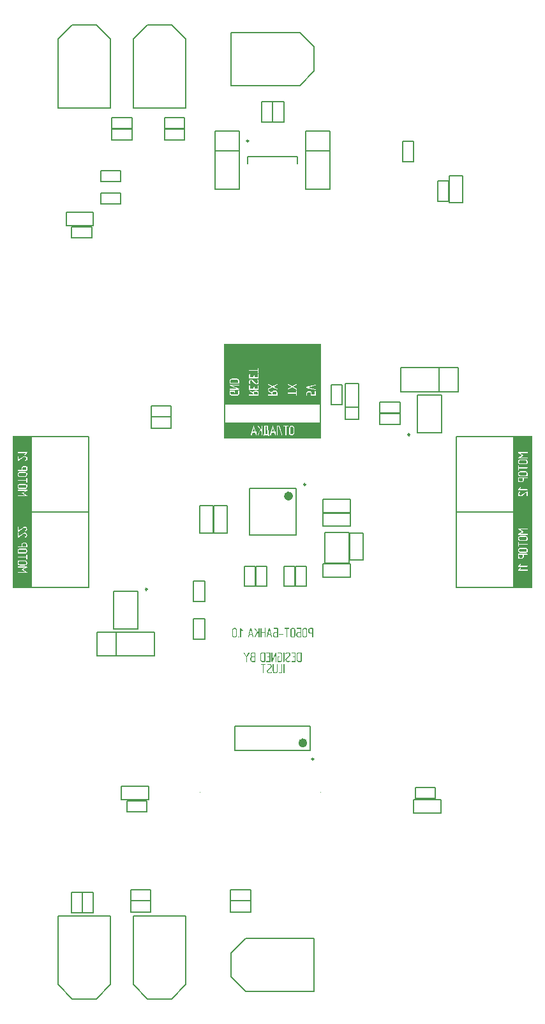
<source format=gbo>
G04*
G04 #@! TF.GenerationSoftware,Altium Limited,Altium Designer,20.2.7 (254)*
G04*
G04 Layer_Color=32896*
%FSLAX42Y42*%
%MOMM*%
G71*
G04*
G04 #@! TF.SameCoordinates,A3C6821A-A7B5-4D3C-B142-2EE2455FBD40*
G04*
G04*
G04 #@! TF.FilePolarity,Positive*
G04*
G01*
G75*
%ADD10C,0.20*%
%ADD24C,0.60*%
%ADD68C,0.25*%
%ADD69C,0.10*%
%ADD70C,0.15*%
G36*
X-3195Y10D02*
Y-1010D01*
X-3445D01*
Y-10D01*
Y10D01*
D01*
Y1010D01*
X-3195D01*
Y10D01*
D02*
G37*
G36*
X645Y975D02*
X-645D01*
Y1175D01*
X645D01*
Y975D01*
D02*
G37*
G36*
X137Y2227D02*
X645D01*
Y1427D01*
X123D01*
Y1427D01*
X-113D01*
Y1427D01*
X-645D01*
Y2227D01*
X-137D01*
Y2227D01*
X137D01*
Y2227D01*
D02*
G37*
G36*
X-315Y-1861D02*
X-313Y-1862D01*
X-312Y-1863D01*
X-311Y-1864D01*
X-311Y-1865D01*
X-310Y-1866D01*
X-310Y-1867D01*
Y-1867D01*
X-310Y-1868D01*
X-311Y-1870D01*
X-311Y-1870D01*
X-311Y-1870D01*
X-341Y-1926D01*
Y-1981D01*
X-341Y-1983D01*
X-342Y-1985D01*
X-343Y-1986D01*
X-344Y-1987D01*
X-345Y-1987D01*
X-346Y-1987D01*
X-347Y-1987D01*
X-347D01*
X-349Y-1987D01*
X-351Y-1987D01*
X-352Y-1986D01*
X-353Y-1984D01*
X-353Y-1983D01*
X-353Y-1982D01*
Y-1982D01*
Y-1981D01*
Y-1926D01*
X-383Y-1871D01*
X-384Y-1869D01*
X-384Y-1868D01*
X-384Y-1868D01*
Y-1867D01*
X-384Y-1865D01*
X-383Y-1864D01*
X-382Y-1863D01*
X-381Y-1862D01*
X-380Y-1862D01*
X-379Y-1861D01*
X-378D01*
X-376Y-1861D01*
X-375Y-1862D01*
X-374Y-1863D01*
X-373Y-1864D01*
X-372Y-1864D01*
Y-1865D01*
X-347Y-1913D01*
X-322Y-1865D01*
X-321Y-1864D01*
X-321Y-1863D01*
X-320Y-1862D01*
X-319Y-1862D01*
X-318Y-1861D01*
X-317Y-1861D01*
X-317D01*
X-315Y-1861D01*
D02*
G37*
G36*
X46Y-1862D02*
X48Y-1862D01*
X49Y-1863D01*
X49Y-1864D01*
X50Y-1866D01*
X50Y-1867D01*
X50Y-1867D01*
Y-1867D01*
Y-1981D01*
X50Y-1983D01*
X49Y-1985D01*
X48Y-1986D01*
X47Y-1987D01*
X46Y-1987D01*
X45Y-1987D01*
X44Y-1987D01*
X44D01*
X42Y-1987D01*
X40Y-1987D01*
X39Y-1986D01*
X39Y-1984D01*
X38Y-1983D01*
X38Y-1982D01*
Y-1982D01*
Y-1981D01*
Y-1889D01*
X-3Y-1983D01*
X-4Y-1985D01*
X-5Y-1986D01*
X-6Y-1986D01*
X-6Y-1987D01*
X-7Y-1987D01*
X-8Y-1987D01*
X-9D01*
X-11Y-1987D01*
X-12Y-1987D01*
X-14Y-1986D01*
X-14Y-1984D01*
X-15Y-1983D01*
X-15Y-1982D01*
Y-1982D01*
Y-1981D01*
Y-1867D01*
X-15Y-1865D01*
X-14Y-1864D01*
X-13Y-1863D01*
X-12Y-1862D01*
X-11Y-1862D01*
X-10Y-1861D01*
X-9D01*
X-7Y-1862D01*
X-5Y-1862D01*
X-4Y-1863D01*
X-3Y-1864D01*
X-3Y-1866D01*
X-3Y-1867D01*
X-3Y-1867D01*
Y-1867D01*
Y-1960D01*
X38Y-1865D01*
X39Y-1864D01*
X40Y-1863D01*
X41Y-1862D01*
X42Y-1862D01*
X43Y-1862D01*
X43Y-1861D01*
X44D01*
X46Y-1862D01*
D02*
G37*
G36*
X105Y-1862D02*
X109Y-1863D01*
X113Y-1864D01*
X116Y-1865D01*
X118Y-1867D01*
X120Y-1868D01*
X121Y-1869D01*
X121Y-1870D01*
X121Y-1870D01*
X123Y-1871D01*
X124Y-1873D01*
X126Y-1876D01*
X127Y-1880D01*
X128Y-1882D01*
X129Y-1885D01*
X129Y-1887D01*
X129Y-1888D01*
Y-1889D01*
Y-1889D01*
Y-1889D01*
Y-1960D01*
X129Y-1962D01*
X129Y-1964D01*
X128Y-1967D01*
X127Y-1971D01*
X125Y-1974D01*
X124Y-1976D01*
X122Y-1978D01*
X121Y-1979D01*
X121Y-1979D01*
Y-1979D01*
X119Y-1981D01*
X118Y-1982D01*
X114Y-1984D01*
X111Y-1985D01*
X108Y-1986D01*
X105Y-1987D01*
X104Y-1987D01*
X103D01*
X102Y-1987D01*
X70D01*
X68Y-1987D01*
X67Y-1987D01*
X66Y-1986D01*
X65Y-1984D01*
X64Y-1983D01*
X64Y-1982D01*
Y-1982D01*
Y-1981D01*
Y-1920D01*
X64Y-1918D01*
X65Y-1917D01*
X66Y-1915D01*
X67Y-1915D01*
X68Y-1914D01*
X69Y-1914D01*
X88D01*
X90Y-1914D01*
X91Y-1915D01*
X93Y-1916D01*
X93Y-1917D01*
X94Y-1918D01*
X94Y-1919D01*
X94Y-1920D01*
Y-1920D01*
X94Y-1922D01*
X93Y-1924D01*
X92Y-1925D01*
X91Y-1925D01*
X90Y-1926D01*
X89Y-1926D01*
X88Y-1926D01*
X76D01*
Y-1975D01*
X101D01*
X104Y-1975D01*
X106Y-1975D01*
X107Y-1974D01*
X109Y-1973D01*
X110Y-1972D01*
X111Y-1971D01*
X112Y-1971D01*
X112Y-1971D01*
X114Y-1969D01*
X115Y-1967D01*
X116Y-1965D01*
X116Y-1963D01*
X117Y-1962D01*
X117Y-1961D01*
Y-1960D01*
Y-1960D01*
Y-1889D01*
X117Y-1887D01*
X116Y-1885D01*
X115Y-1883D01*
X114Y-1882D01*
X114Y-1880D01*
X113Y-1879D01*
X112Y-1879D01*
X112Y-1878D01*
X110Y-1877D01*
X109Y-1876D01*
X107Y-1875D01*
X105Y-1874D01*
X103Y-1874D01*
X102Y-1874D01*
X70D01*
X68Y-1873D01*
X67Y-1873D01*
X66Y-1872D01*
X65Y-1870D01*
X64Y-1869D01*
X64Y-1868D01*
Y-1868D01*
Y-1867D01*
X64Y-1865D01*
X65Y-1864D01*
X66Y-1863D01*
X67Y-1862D01*
X68Y-1862D01*
X69Y-1861D01*
X103D01*
X105Y-1862D01*
D02*
G37*
G36*
X380Y-1862D02*
X382Y-1862D01*
X383Y-1863D01*
X383Y-1864D01*
X384Y-1866D01*
X384Y-1867D01*
X384Y-1867D01*
Y-1867D01*
Y-1981D01*
X384Y-1983D01*
X383Y-1985D01*
X382Y-1986D01*
X381Y-1987D01*
X380Y-1987D01*
X379Y-1987D01*
X378Y-1987D01*
X347D01*
X345Y-1987D01*
X343Y-1987D01*
X339Y-1986D01*
X336Y-1985D01*
X333Y-1983D01*
X331Y-1982D01*
X329Y-1981D01*
X328Y-1980D01*
X327Y-1979D01*
X326Y-1978D01*
X325Y-1976D01*
X323Y-1973D01*
X321Y-1970D01*
X320Y-1966D01*
X319Y-1964D01*
X319Y-1961D01*
X319Y-1961D01*
Y-1960D01*
Y-1960D01*
Y-1960D01*
Y-1889D01*
Y-1887D01*
X319Y-1885D01*
X320Y-1881D01*
X322Y-1878D01*
X323Y-1875D01*
X325Y-1873D01*
X326Y-1871D01*
X327Y-1870D01*
X327Y-1870D01*
X327D01*
X329Y-1868D01*
X331Y-1867D01*
X334Y-1865D01*
X337Y-1863D01*
X341Y-1862D01*
X343Y-1862D01*
X344Y-1862D01*
X345D01*
X346Y-1861D01*
X378D01*
X380Y-1862D01*
D02*
G37*
G36*
X301D02*
X302Y-1862D01*
X303Y-1863D01*
X304Y-1864D01*
X305Y-1866D01*
X305Y-1867D01*
X305Y-1867D01*
Y-1867D01*
Y-1981D01*
X305Y-1983D01*
X304Y-1985D01*
X303Y-1986D01*
X302Y-1987D01*
X301Y-1987D01*
X300Y-1987D01*
X299Y-1987D01*
X255D01*
X253Y-1987D01*
X251Y-1987D01*
X250Y-1986D01*
X250Y-1984D01*
X249Y-1983D01*
X249Y-1982D01*
Y-1982D01*
Y-1981D01*
X249Y-1979D01*
X250Y-1978D01*
X251Y-1977D01*
X252Y-1976D01*
X253Y-1976D01*
X254Y-1975D01*
X293D01*
Y-1926D01*
X273D01*
X271Y-1926D01*
X269Y-1925D01*
X268Y-1924D01*
X267Y-1923D01*
X267Y-1922D01*
X266Y-1921D01*
Y-1920D01*
Y-1920D01*
X267Y-1918D01*
X267Y-1917D01*
X268Y-1915D01*
X269Y-1915D01*
X271Y-1914D01*
X272Y-1914D01*
X293D01*
Y-1874D01*
X255D01*
X253Y-1873D01*
X251Y-1873D01*
X250Y-1872D01*
X250Y-1870D01*
X249Y-1869D01*
X249Y-1868D01*
Y-1868D01*
Y-1867D01*
X249Y-1865D01*
X250Y-1864D01*
X251Y-1863D01*
X252Y-1862D01*
X253Y-1862D01*
X254Y-1861D01*
X299D01*
X301Y-1862D01*
D02*
G37*
G36*
X211Y-1862D02*
X215Y-1863D01*
X218Y-1864D01*
X221Y-1865D01*
X223Y-1867D01*
X225Y-1868D01*
X226Y-1869D01*
X226Y-1870D01*
X226Y-1870D01*
X228Y-1871D01*
X229Y-1873D01*
X231Y-1876D01*
X233Y-1880D01*
X233Y-1883D01*
X234Y-1885D01*
X234Y-1887D01*
X235Y-1888D01*
Y-1889D01*
Y-1889D01*
Y-1890D01*
X234Y-1892D01*
X234Y-1894D01*
X233Y-1897D01*
X232Y-1901D01*
X230Y-1904D01*
X229Y-1906D01*
X228Y-1908D01*
X227Y-1909D01*
X226Y-1909D01*
Y-1909D01*
X187Y-1948D01*
X186Y-1950D01*
X184Y-1952D01*
X184Y-1954D01*
X183Y-1956D01*
X183Y-1957D01*
X182Y-1958D01*
Y-1959D01*
Y-1959D01*
X183Y-1962D01*
X183Y-1964D01*
X184Y-1966D01*
X185Y-1967D01*
X186Y-1969D01*
X186Y-1970D01*
X187Y-1970D01*
X187Y-1971D01*
X189Y-1972D01*
X191Y-1973D01*
X193Y-1974D01*
X194Y-1975D01*
X196Y-1975D01*
X197Y-1975D01*
X211D01*
X214Y-1975D01*
X216Y-1975D01*
X218Y-1974D01*
X221Y-1973D01*
X222Y-1972D01*
X224Y-1972D01*
X224Y-1971D01*
X225Y-1971D01*
X226Y-1970D01*
X228Y-1970D01*
X228Y-1970D01*
X230D01*
X231Y-1970D01*
X232Y-1971D01*
X233Y-1972D01*
X233Y-1972D01*
Y-1972D01*
X234Y-1973D01*
X235Y-1975D01*
X235Y-1976D01*
Y-1976D01*
Y-1976D01*
X235Y-1977D01*
X234Y-1978D01*
X233Y-1980D01*
X233Y-1981D01*
X233Y-1981D01*
X232Y-1981D01*
X229Y-1983D01*
X226Y-1985D01*
X222Y-1986D01*
X219Y-1987D01*
X216Y-1987D01*
X214Y-1987D01*
X213D01*
X212Y-1987D01*
X198D01*
X196Y-1987D01*
X194Y-1987D01*
X190Y-1986D01*
X187Y-1985D01*
X184Y-1983D01*
X181Y-1982D01*
X180Y-1981D01*
X179Y-1980D01*
X178Y-1979D01*
X177Y-1978D01*
X176Y-1976D01*
X174Y-1973D01*
X172Y-1969D01*
X171Y-1966D01*
X170Y-1964D01*
X170Y-1962D01*
Y-1961D01*
X170Y-1960D01*
Y-1960D01*
Y-1960D01*
Y-1959D01*
Y-1957D01*
X170Y-1955D01*
X171Y-1952D01*
X173Y-1948D01*
X174Y-1945D01*
X176Y-1943D01*
X177Y-1941D01*
X178Y-1940D01*
X178Y-1940D01*
X178D01*
X217Y-1901D01*
X219Y-1899D01*
X220Y-1897D01*
X221Y-1895D01*
X221Y-1893D01*
X222Y-1892D01*
X222Y-1891D01*
Y-1890D01*
Y-1890D01*
X222Y-1887D01*
X221Y-1885D01*
X221Y-1883D01*
X220Y-1881D01*
X219Y-1880D01*
X218Y-1879D01*
X218Y-1878D01*
X218Y-1878D01*
X216Y-1877D01*
X214Y-1876D01*
X212Y-1875D01*
X210Y-1874D01*
X209Y-1874D01*
X208Y-1874D01*
X193D01*
X191Y-1874D01*
X188Y-1874D01*
X186Y-1875D01*
X184Y-1876D01*
X182Y-1877D01*
X181Y-1877D01*
X180Y-1878D01*
X179Y-1878D01*
X178Y-1879D01*
X177Y-1879D01*
X176Y-1879D01*
X176D01*
X174Y-1879D01*
X173Y-1878D01*
X172Y-1878D01*
X171Y-1877D01*
X171Y-1877D01*
X170Y-1876D01*
X170Y-1874D01*
X169Y-1873D01*
Y-1873D01*
Y-1873D01*
X170Y-1872D01*
X170Y-1871D01*
X171Y-1869D01*
X172Y-1868D01*
X172Y-1868D01*
X172Y-1868D01*
X176Y-1866D01*
X179Y-1864D01*
X183Y-1863D01*
X186Y-1862D01*
X189Y-1862D01*
X190Y-1862D01*
X191D01*
X192Y-1861D01*
X209D01*
X211Y-1862D01*
D02*
G37*
G36*
X152Y-1862D02*
X153Y-1862D01*
X154Y-1863D01*
X155Y-1864D01*
X155Y-1866D01*
X156Y-1867D01*
X156Y-1867D01*
Y-1867D01*
Y-1981D01*
X156Y-1983D01*
X155Y-1985D01*
X154Y-1986D01*
X153Y-1987D01*
X151Y-1987D01*
X151Y-1987D01*
X150Y-1987D01*
X150D01*
X148Y-1987D01*
X146Y-1987D01*
X145Y-1986D01*
X144Y-1984D01*
X144Y-1983D01*
X143Y-1982D01*
Y-1982D01*
Y-1981D01*
Y-1867D01*
X144Y-1865D01*
X144Y-1864D01*
X145Y-1863D01*
X146Y-1862D01*
X148Y-1862D01*
X149Y-1861D01*
X150D01*
X152Y-1862D01*
D02*
G37*
G36*
X-33D02*
X-32Y-1862D01*
X-31Y-1863D01*
X-30Y-1864D01*
X-29Y-1866D01*
X-29Y-1867D01*
X-29Y-1867D01*
Y-1867D01*
Y-1981D01*
X-29Y-1983D01*
X-30Y-1985D01*
X-31Y-1986D01*
X-32Y-1987D01*
X-33Y-1987D01*
X-34Y-1987D01*
X-35Y-1987D01*
X-79D01*
X-81Y-1987D01*
X-83Y-1987D01*
X-84Y-1986D01*
X-84Y-1984D01*
X-85Y-1983D01*
X-85Y-1982D01*
Y-1982D01*
Y-1981D01*
X-85Y-1979D01*
X-84Y-1978D01*
X-83Y-1977D01*
X-82Y-1976D01*
X-81Y-1976D01*
X-80Y-1975D01*
X-41D01*
Y-1926D01*
X-61D01*
X-64Y-1926D01*
X-65Y-1925D01*
X-66Y-1924D01*
X-67Y-1923D01*
X-67Y-1922D01*
X-68Y-1921D01*
Y-1920D01*
Y-1920D01*
X-67Y-1918D01*
X-67Y-1917D01*
X-66Y-1915D01*
X-65Y-1915D01*
X-63Y-1914D01*
X-62Y-1914D01*
X-41D01*
Y-1874D01*
X-79D01*
X-81Y-1873D01*
X-83Y-1873D01*
X-84Y-1872D01*
X-84Y-1870D01*
X-85Y-1869D01*
X-85Y-1868D01*
Y-1868D01*
Y-1867D01*
X-85Y-1865D01*
X-84Y-1864D01*
X-83Y-1863D01*
X-82Y-1862D01*
X-81Y-1862D01*
X-80Y-1861D01*
X-35D01*
X-33Y-1862D01*
D02*
G37*
G36*
X-103D02*
X-102Y-1862D01*
X-101Y-1863D01*
X-100Y-1864D01*
X-100Y-1866D01*
X-99Y-1867D01*
X-99Y-1867D01*
Y-1867D01*
Y-1981D01*
X-99Y-1983D01*
X-100Y-1985D01*
X-101Y-1986D01*
X-102Y-1987D01*
X-104Y-1987D01*
X-104Y-1987D01*
X-105Y-1987D01*
X-136D01*
X-138Y-1987D01*
X-140Y-1987D01*
X-144Y-1986D01*
X-148Y-1985D01*
X-151Y-1983D01*
X-153Y-1982D01*
X-155Y-1981D01*
X-156Y-1980D01*
X-156Y-1979D01*
X-158Y-1978D01*
X-159Y-1976D01*
X-161Y-1973D01*
X-162Y-1970D01*
X-163Y-1966D01*
X-164Y-1964D01*
X-164Y-1961D01*
X-164Y-1961D01*
Y-1960D01*
Y-1960D01*
Y-1960D01*
Y-1889D01*
Y-1887D01*
X-164Y-1885D01*
X-163Y-1881D01*
X-162Y-1878D01*
X-160Y-1875D01*
X-159Y-1873D01*
X-157Y-1871D01*
X-156Y-1870D01*
X-156Y-1870D01*
X-156D01*
X-154Y-1868D01*
X-153Y-1867D01*
X-149Y-1865D01*
X-146Y-1863D01*
X-143Y-1862D01*
X-140Y-1862D01*
X-139Y-1862D01*
X-138D01*
X-137Y-1861D01*
X-105D01*
X-103Y-1862D01*
D02*
G37*
G36*
X-235D02*
X-234Y-1862D01*
X-233Y-1863D01*
X-232Y-1864D01*
X-231Y-1866D01*
X-231Y-1867D01*
X-231Y-1867D01*
Y-1867D01*
Y-1981D01*
X-231Y-1983D01*
X-232Y-1985D01*
X-233Y-1986D01*
X-234Y-1987D01*
X-235Y-1987D01*
X-236Y-1987D01*
X-237Y-1987D01*
X-268D01*
X-270Y-1987D01*
X-272Y-1987D01*
X-276Y-1986D01*
X-279Y-1985D01*
X-282Y-1983D01*
X-284Y-1982D01*
X-286Y-1980D01*
X-287Y-1980D01*
X-288Y-1979D01*
X-288D01*
X-289Y-1977D01*
X-291Y-1976D01*
X-293Y-1972D01*
X-294Y-1969D01*
X-295Y-1966D01*
X-296Y-1963D01*
X-296Y-1961D01*
X-296Y-1961D01*
Y-1960D01*
Y-1960D01*
Y-1960D01*
Y-1942D01*
X-296Y-1939D01*
X-296Y-1936D01*
X-295Y-1934D01*
X-294Y-1932D01*
X-293Y-1930D01*
X-293Y-1929D01*
X-292Y-1928D01*
X-292Y-1927D01*
X-290Y-1925D01*
X-289Y-1923D01*
X-287Y-1922D01*
X-285Y-1920D01*
X-284Y-1920D01*
X-283Y-1919D01*
X-282Y-1919D01*
X-282Y-1918D01*
X-284Y-1917D01*
X-285Y-1915D01*
X-286Y-1914D01*
X-288Y-1912D01*
X-289Y-1909D01*
X-291Y-1906D01*
X-291Y-1903D01*
X-291Y-1901D01*
X-292Y-1900D01*
X-292Y-1899D01*
Y-1899D01*
Y-1898D01*
Y-1898D01*
Y-1889D01*
Y-1887D01*
X-291Y-1885D01*
X-291Y-1881D01*
X-289Y-1878D01*
X-288Y-1875D01*
X-286Y-1873D01*
X-285Y-1871D01*
X-284Y-1870D01*
X-284Y-1870D01*
X-283D01*
X-282Y-1868D01*
X-280Y-1867D01*
X-277Y-1865D01*
X-273Y-1863D01*
X-270Y-1862D01*
X-268Y-1862D01*
X-266Y-1862D01*
X-266D01*
X-265Y-1861D01*
X-237D01*
X-235Y-1862D01*
D02*
G37*
G36*
X64Y-2013D02*
X65Y-2014D01*
X66Y-2015D01*
X67Y-2016D01*
X67Y-2017D01*
X67Y-2018D01*
X68Y-2019D01*
Y-2019D01*
Y-2111D01*
X67Y-2113D01*
X67Y-2115D01*
X66Y-2119D01*
X65Y-2122D01*
X64Y-2125D01*
X62Y-2128D01*
X61Y-2129D01*
X60Y-2130D01*
X59Y-2130D01*
Y-2131D01*
X58Y-2132D01*
X56Y-2133D01*
X53Y-2135D01*
X49Y-2137D01*
X46Y-2138D01*
X44Y-2138D01*
X42Y-2139D01*
X41D01*
X41Y-2139D01*
X31D01*
X29Y-2139D01*
X26Y-2138D01*
X23Y-2138D01*
X19Y-2136D01*
X16Y-2135D01*
X14Y-2133D01*
X12Y-2132D01*
X11Y-2131D01*
X11Y-2131D01*
X9Y-2129D01*
X8Y-2128D01*
X6Y-2124D01*
X4Y-2121D01*
X4Y-2118D01*
X3Y-2115D01*
X3Y-2113D01*
X2Y-2112D01*
Y-2111D01*
Y-2111D01*
Y-2111D01*
Y-2019D01*
X3Y-2017D01*
X3Y-2015D01*
X4Y-2014D01*
X6Y-2013D01*
X7Y-2013D01*
X8Y-2013D01*
X9D01*
X11Y-2013D01*
X12Y-2014D01*
X13Y-2015D01*
X14Y-2016D01*
X14Y-2017D01*
X15Y-2018D01*
X15Y-2019D01*
Y-2019D01*
Y-2111D01*
X15Y-2113D01*
X16Y-2115D01*
X16Y-2117D01*
X17Y-2119D01*
X18Y-2120D01*
X19Y-2121D01*
X19Y-2122D01*
X20Y-2122D01*
X21Y-2124D01*
X23Y-2125D01*
X25Y-2125D01*
X27Y-2126D01*
X29Y-2126D01*
X30Y-2127D01*
X39D01*
X42Y-2126D01*
X44Y-2126D01*
X46Y-2125D01*
X47Y-2124D01*
X49Y-2123D01*
X50Y-2123D01*
X50Y-2122D01*
X51Y-2122D01*
X52Y-2120D01*
X53Y-2118D01*
X54Y-2116D01*
X55Y-2115D01*
X55Y-2113D01*
X55Y-2112D01*
Y-2111D01*
Y-2111D01*
Y-2019D01*
X55Y-2017D01*
X56Y-2015D01*
X57Y-2014D01*
X58Y-2013D01*
X59Y-2013D01*
X61Y-2013D01*
X61D01*
X64Y-2013D01*
D02*
G37*
G36*
X151D02*
X153Y-2014D01*
X154Y-2015D01*
X155Y-2016D01*
X155Y-2017D01*
X155Y-2018D01*
X156Y-2019D01*
Y-2019D01*
Y-2133D01*
X155Y-2135D01*
X155Y-2136D01*
X154Y-2137D01*
X152Y-2138D01*
X151Y-2138D01*
X150Y-2139D01*
X150Y-2139D01*
X149D01*
X147Y-2139D01*
X146Y-2138D01*
X145Y-2137D01*
X144Y-2136D01*
X144Y-2135D01*
X143Y-2134D01*
Y-2133D01*
Y-2133D01*
Y-2019D01*
X143Y-2017D01*
X144Y-2015D01*
X145Y-2014D01*
X146Y-2013D01*
X147Y-2013D01*
X149Y-2013D01*
X149D01*
X151Y-2013D01*
D02*
G37*
G36*
X125D02*
X126Y-2014D01*
X128Y-2015D01*
X128Y-2016D01*
X129Y-2017D01*
X129Y-2018D01*
X129Y-2019D01*
Y-2019D01*
Y-2133D01*
X129Y-2135D01*
X128Y-2136D01*
X127Y-2137D01*
X126Y-2138D01*
X125Y-2138D01*
X124Y-2139D01*
X123Y-2139D01*
X88D01*
X86Y-2139D01*
X84Y-2138D01*
X83Y-2137D01*
X82Y-2136D01*
X82Y-2135D01*
X82Y-2134D01*
Y-2133D01*
Y-2133D01*
X82Y-2131D01*
X83Y-2129D01*
X84Y-2128D01*
X85Y-2127D01*
X86Y-2127D01*
X87Y-2127D01*
X117D01*
Y-2019D01*
X117Y-2017D01*
X118Y-2015D01*
X119Y-2014D01*
X120Y-2013D01*
X121Y-2013D01*
X122Y-2013D01*
X123D01*
X125Y-2013D01*
D02*
G37*
G36*
X-36Y-2013D02*
X-32Y-2014D01*
X-28Y-2015D01*
X-25Y-2017D01*
X-23Y-2018D01*
X-21Y-2020D01*
X-20Y-2021D01*
X-20Y-2021D01*
X-20Y-2021D01*
X-18Y-2023D01*
X-17Y-2024D01*
X-15Y-2028D01*
X-14Y-2031D01*
X-13Y-2034D01*
X-12Y-2037D01*
X-12Y-2039D01*
X-12Y-2040D01*
Y-2040D01*
Y-2041D01*
Y-2041D01*
X-12Y-2043D01*
X-12Y-2045D01*
X-13Y-2049D01*
X-14Y-2052D01*
X-16Y-2055D01*
X-17Y-2057D01*
X-19Y-2059D01*
X-20Y-2060D01*
X-20Y-2060D01*
Y-2060D01*
X-59Y-2100D01*
X-61Y-2102D01*
X-62Y-2103D01*
X-63Y-2105D01*
X-63Y-2107D01*
X-64Y-2108D01*
X-64Y-2110D01*
Y-2110D01*
Y-2111D01*
X-64Y-2113D01*
X-63Y-2115D01*
X-62Y-2117D01*
X-62Y-2119D01*
X-61Y-2120D01*
X-60Y-2121D01*
X-59Y-2122D01*
X-59Y-2122D01*
X-57Y-2123D01*
X-56Y-2125D01*
X-54Y-2125D01*
X-52Y-2126D01*
X-50Y-2126D01*
X-49Y-2127D01*
X-35D01*
X-33Y-2126D01*
X-30Y-2126D01*
X-28Y-2125D01*
X-26Y-2125D01*
X-24Y-2124D01*
X-23Y-2123D01*
X-22Y-2123D01*
X-21Y-2123D01*
X-20Y-2122D01*
X-19Y-2121D01*
X-18Y-2121D01*
X-17D01*
X-16Y-2122D01*
X-14Y-2122D01*
X-14Y-2123D01*
X-13Y-2123D01*
Y-2123D01*
X-12Y-2125D01*
X-12Y-2126D01*
X-11Y-2127D01*
Y-2127D01*
Y-2127D01*
X-12Y-2128D01*
X-12Y-2129D01*
X-13Y-2131D01*
X-14Y-2132D01*
X-14Y-2132D01*
X-14Y-2132D01*
X-17Y-2135D01*
X-21Y-2136D01*
X-24Y-2137D01*
X-28Y-2138D01*
X-31Y-2138D01*
X-32Y-2139D01*
X-33D01*
X-34Y-2139D01*
X-48D01*
X-50Y-2139D01*
X-52Y-2138D01*
X-56Y-2138D01*
X-59Y-2136D01*
X-62Y-2135D01*
X-65Y-2133D01*
X-66Y-2132D01*
X-68Y-2131D01*
X-68Y-2131D01*
X-69Y-2129D01*
X-71Y-2128D01*
X-73Y-2124D01*
X-74Y-2121D01*
X-75Y-2118D01*
X-76Y-2115D01*
X-76Y-2114D01*
Y-2113D01*
X-76Y-2112D01*
Y-2111D01*
Y-2111D01*
Y-2111D01*
Y-2109D01*
X-76Y-2107D01*
X-75Y-2103D01*
X-74Y-2100D01*
X-72Y-2097D01*
X-71Y-2094D01*
X-69Y-2093D01*
X-68Y-2091D01*
X-68Y-2091D01*
X-68D01*
X-29Y-2052D01*
X-27Y-2050D01*
X-26Y-2048D01*
X-25Y-2046D01*
X-25Y-2045D01*
X-24Y-2043D01*
X-24Y-2042D01*
Y-2041D01*
Y-2041D01*
X-24Y-2038D01*
X-25Y-2036D01*
X-26Y-2034D01*
X-26Y-2033D01*
X-27Y-2031D01*
X-28Y-2030D01*
X-29Y-2030D01*
X-29Y-2030D01*
X-31Y-2028D01*
X-32Y-2027D01*
X-34Y-2026D01*
X-36Y-2025D01*
X-37Y-2025D01*
X-39Y-2025D01*
X-53D01*
X-55Y-2025D01*
X-58Y-2026D01*
X-60Y-2026D01*
X-62Y-2027D01*
X-64Y-2028D01*
X-66Y-2029D01*
X-66Y-2029D01*
X-67Y-2030D01*
X-68Y-2030D01*
X-69Y-2030D01*
X-70Y-2030D01*
X-71D01*
X-72Y-2030D01*
X-74Y-2030D01*
X-74Y-2029D01*
X-75Y-2029D01*
X-76Y-2028D01*
X-76Y-2027D01*
X-77Y-2025D01*
X-77Y-2024D01*
Y-2024D01*
Y-2024D01*
X-77Y-2023D01*
X-76Y-2022D01*
X-75Y-2021D01*
X-74Y-2020D01*
X-74Y-2019D01*
X-74Y-2019D01*
X-71Y-2017D01*
X-67Y-2015D01*
X-63Y-2014D01*
X-60Y-2013D01*
X-57Y-2013D01*
X-56Y-2013D01*
X-55D01*
X-54Y-2013D01*
X-38D01*
X-36Y-2013D01*
D02*
G37*
G36*
X-95Y-2013D02*
X-93Y-2014D01*
X-92Y-2015D01*
X-91Y-2016D01*
X-91Y-2017D01*
X-91Y-2018D01*
X-91Y-2019D01*
Y-2019D01*
X-91Y-2021D01*
X-91Y-2022D01*
X-92Y-2023D01*
X-94Y-2024D01*
X-95Y-2025D01*
X-96Y-2025D01*
X-96Y-2025D01*
X-117D01*
Y-2133D01*
X-117Y-2135D01*
X-118Y-2136D01*
X-119Y-2137D01*
X-120Y-2138D01*
X-121Y-2138D01*
X-122Y-2139D01*
X-123Y-2139D01*
X-123D01*
X-125Y-2139D01*
X-127Y-2138D01*
X-128Y-2137D01*
X-129Y-2136D01*
X-129Y-2135D01*
X-129Y-2134D01*
Y-2133D01*
Y-2133D01*
Y-2025D01*
X-149D01*
X-151Y-2025D01*
X-153Y-2024D01*
X-154Y-2023D01*
X-155Y-2022D01*
X-155Y-2021D01*
X-156Y-2020D01*
Y-2019D01*
Y-2019D01*
X-155Y-2017D01*
X-155Y-2015D01*
X-154Y-2014D01*
X-152Y-2013D01*
X-151Y-2013D01*
X-150Y-2013D01*
X-97D01*
X-95Y-2013D01*
D02*
G37*
G36*
X3445Y-10D02*
Y-1010D01*
X3195D01*
Y-10D01*
Y1010D01*
X3445D01*
Y-10D01*
D02*
G37*
G36*
X-424Y-1537D02*
X-423Y-1538D01*
X-422Y-1539D01*
X-421Y-1539D01*
X-395Y-1566D01*
X-394Y-1567D01*
X-394Y-1568D01*
X-393Y-1569D01*
Y-1569D01*
Y-1569D01*
X-394Y-1571D01*
X-394Y-1572D01*
X-395Y-1573D01*
X-395Y-1574D01*
X-397Y-1575D01*
X-398Y-1575D01*
X-399Y-1576D01*
X-400D01*
X-401Y-1575D01*
X-403Y-1575D01*
X-404Y-1574D01*
X-404Y-1574D01*
X-420Y-1555D01*
Y-1657D01*
X-420Y-1659D01*
X-421Y-1661D01*
X-422Y-1662D01*
X-423Y-1662D01*
X-424Y-1663D01*
X-425Y-1663D01*
X-426Y-1663D01*
X-426D01*
X-428Y-1663D01*
X-429Y-1662D01*
X-431Y-1661D01*
X-431Y-1660D01*
X-432Y-1659D01*
X-432Y-1658D01*
Y-1657D01*
Y-1657D01*
Y-1543D01*
X-432Y-1541D01*
X-431Y-1539D01*
X-430Y-1539D01*
X-429Y-1538D01*
X-428Y-1537D01*
X-427Y-1537D01*
X-426D01*
X-424Y-1537D01*
D02*
G37*
G36*
X-99D02*
X-97Y-1538D01*
X-96Y-1539D01*
X-95Y-1540D01*
X-95Y-1541D01*
X-95Y-1542D01*
X-95Y-1543D01*
Y-1543D01*
Y-1657D01*
X-95Y-1659D01*
X-96Y-1661D01*
X-97Y-1662D01*
X-98Y-1662D01*
X-99Y-1663D01*
X-100Y-1663D01*
X-101Y-1663D01*
X-101D01*
X-103Y-1663D01*
X-105Y-1662D01*
X-106Y-1661D01*
X-106Y-1660D01*
X-107Y-1659D01*
X-107Y-1658D01*
Y-1657D01*
Y-1657D01*
Y-1602D01*
X-147D01*
Y-1657D01*
X-148Y-1659D01*
X-148Y-1661D01*
X-149Y-1662D01*
X-151Y-1662D01*
X-152Y-1663D01*
X-153Y-1663D01*
X-153Y-1663D01*
X-154D01*
X-156Y-1663D01*
X-157Y-1662D01*
X-158Y-1661D01*
X-159Y-1660D01*
X-160Y-1659D01*
X-160Y-1658D01*
Y-1657D01*
Y-1657D01*
Y-1543D01*
X-160Y-1541D01*
X-159Y-1540D01*
X-158Y-1539D01*
X-157Y-1538D01*
X-156Y-1537D01*
X-155Y-1537D01*
X-154D01*
X-152Y-1537D01*
X-150Y-1538D01*
X-149Y-1539D01*
X-148Y-1540D01*
X-148Y-1541D01*
X-148Y-1542D01*
X-147Y-1543D01*
Y-1543D01*
Y-1590D01*
X-107D01*
Y-1543D01*
X-107Y-1541D01*
X-106Y-1540D01*
X-105Y-1539D01*
X-104Y-1538D01*
X-103Y-1537D01*
X-102Y-1537D01*
X-101D01*
X-99Y-1537D01*
D02*
G37*
G36*
X139Y-1617D02*
X140Y-1618D01*
X141Y-1619D01*
X142Y-1620D01*
X142Y-1621D01*
X142Y-1622D01*
X142Y-1623D01*
Y-1623D01*
X142Y-1625D01*
X142Y-1626D01*
X141Y-1627D01*
X140Y-1628D01*
X139Y-1628D01*
X138Y-1628D01*
X137Y-1629D01*
X91D01*
X89Y-1628D01*
X87Y-1628D01*
X86Y-1627D01*
X86Y-1626D01*
X85Y-1625D01*
X85Y-1624D01*
Y-1623D01*
Y-1623D01*
X85Y-1621D01*
X86Y-1620D01*
X87Y-1619D01*
X88Y-1618D01*
X89Y-1618D01*
X90Y-1617D01*
X137D01*
X139Y-1617D01*
D02*
G37*
G36*
X534Y-1537D02*
X535Y-1538D01*
X536Y-1539D01*
X537Y-1540D01*
X537Y-1541D01*
X538Y-1542D01*
X538Y-1543D01*
Y-1543D01*
Y-1657D01*
X538Y-1659D01*
X537Y-1661D01*
X536Y-1662D01*
X535Y-1662D01*
X534Y-1663D01*
X533Y-1663D01*
X532Y-1663D01*
X532D01*
X530Y-1663D01*
X528Y-1662D01*
X527Y-1661D01*
X526Y-1660D01*
X526Y-1659D01*
X525Y-1658D01*
Y-1657D01*
Y-1657D01*
Y-1610D01*
X501D01*
X499Y-1610D01*
X497Y-1610D01*
X493Y-1609D01*
X489Y-1608D01*
X487Y-1606D01*
X484Y-1605D01*
X482Y-1604D01*
X481Y-1603D01*
X481Y-1602D01*
X479Y-1601D01*
X478Y-1599D01*
X476Y-1596D01*
X475Y-1592D01*
X474Y-1589D01*
X473Y-1587D01*
X473Y-1584D01*
X473Y-1584D01*
Y-1583D01*
Y-1583D01*
Y-1583D01*
Y-1565D01*
Y-1563D01*
X473Y-1561D01*
X474Y-1557D01*
X475Y-1554D01*
X477Y-1551D01*
X478Y-1549D01*
X480Y-1547D01*
X481Y-1546D01*
X481Y-1545D01*
X481D01*
X483Y-1544D01*
X484Y-1543D01*
X488Y-1541D01*
X491Y-1539D01*
X494Y-1538D01*
X497Y-1537D01*
X498Y-1537D01*
X499D01*
X500Y-1537D01*
X532D01*
X534Y-1537D01*
D02*
G37*
G36*
X435Y-1537D02*
X439Y-1538D01*
X442Y-1540D01*
X445Y-1541D01*
X447Y-1543D01*
X449Y-1544D01*
X450Y-1545D01*
X450Y-1545D01*
X451Y-1545D01*
X452Y-1547D01*
X453Y-1549D01*
X455Y-1552D01*
X457Y-1555D01*
X458Y-1558D01*
X458Y-1561D01*
X459Y-1563D01*
X459Y-1564D01*
Y-1564D01*
Y-1565D01*
Y-1565D01*
Y-1635D01*
X459Y-1637D01*
X458Y-1639D01*
X457Y-1643D01*
X456Y-1647D01*
X455Y-1649D01*
X453Y-1652D01*
X452Y-1654D01*
X451Y-1655D01*
X451Y-1655D01*
Y-1655D01*
X449Y-1656D01*
X447Y-1658D01*
X444Y-1660D01*
X441Y-1661D01*
X437Y-1662D01*
X435Y-1663D01*
X434Y-1663D01*
X433D01*
X432Y-1663D01*
X422D01*
X420Y-1663D01*
X418Y-1663D01*
X414Y-1662D01*
X410Y-1661D01*
X407Y-1659D01*
X405Y-1658D01*
X403Y-1656D01*
X402Y-1655D01*
X402Y-1655D01*
X400Y-1654D01*
X399Y-1652D01*
X397Y-1649D01*
X396Y-1645D01*
X395Y-1642D01*
X394Y-1639D01*
X394Y-1637D01*
X394Y-1636D01*
Y-1636D01*
Y-1635D01*
Y-1635D01*
Y-1565D01*
Y-1563D01*
X394Y-1561D01*
X395Y-1557D01*
X396Y-1554D01*
X398Y-1551D01*
X399Y-1549D01*
X401Y-1547D01*
X402Y-1546D01*
X402Y-1545D01*
X402D01*
X404Y-1544D01*
X405Y-1543D01*
X409Y-1541D01*
X412Y-1539D01*
X415Y-1538D01*
X418Y-1537D01*
X419Y-1537D01*
X420D01*
X421Y-1537D01*
X433D01*
X435Y-1537D01*
D02*
G37*
G36*
X376Y-1537D02*
X377Y-1538D01*
X378Y-1539D01*
X379Y-1540D01*
X379Y-1541D01*
X379Y-1542D01*
X380Y-1543D01*
Y-1543D01*
Y-1657D01*
X379Y-1659D01*
X379Y-1661D01*
X378Y-1662D01*
X377Y-1662D01*
X375Y-1663D01*
X374Y-1663D01*
X374Y-1663D01*
X343D01*
X341Y-1663D01*
X339Y-1663D01*
X335Y-1662D01*
X331Y-1661D01*
X328Y-1659D01*
X326Y-1658D01*
X324Y-1656D01*
X323Y-1655D01*
X323Y-1655D01*
X321Y-1654D01*
X320Y-1652D01*
X318Y-1649D01*
X317Y-1645D01*
X316Y-1642D01*
X315Y-1639D01*
X315Y-1637D01*
X315Y-1636D01*
Y-1636D01*
Y-1635D01*
Y-1635D01*
Y-1618D01*
Y-1616D01*
X315Y-1614D01*
X316Y-1610D01*
X317Y-1606D01*
X319Y-1604D01*
X320Y-1601D01*
X322Y-1599D01*
X322Y-1598D01*
X323Y-1598D01*
X323D01*
X325Y-1596D01*
X326Y-1595D01*
X330Y-1593D01*
X333Y-1592D01*
X336Y-1591D01*
X339Y-1590D01*
X340Y-1590D01*
X341D01*
X342Y-1590D01*
X367D01*
Y-1549D01*
X325D01*
X323Y-1549D01*
X322Y-1548D01*
X320Y-1547D01*
X320Y-1546D01*
X319Y-1545D01*
X319Y-1544D01*
Y-1543D01*
Y-1543D01*
X319Y-1541D01*
X320Y-1540D01*
X321Y-1539D01*
X322Y-1538D01*
X323Y-1537D01*
X324Y-1537D01*
X374D01*
X376Y-1537D01*
D02*
G37*
G36*
X277Y-1537D02*
X281Y-1538D01*
X284Y-1540D01*
X287Y-1541D01*
X289Y-1543D01*
X291Y-1544D01*
X292Y-1545D01*
X292Y-1545D01*
X292Y-1545D01*
X294Y-1547D01*
X295Y-1549D01*
X297Y-1552D01*
X299Y-1555D01*
X300Y-1558D01*
X300Y-1561D01*
X300Y-1563D01*
X301Y-1564D01*
Y-1564D01*
Y-1565D01*
Y-1565D01*
Y-1635D01*
X300Y-1637D01*
X300Y-1639D01*
X299Y-1643D01*
X298Y-1647D01*
X297Y-1649D01*
X295Y-1652D01*
X294Y-1654D01*
X293Y-1655D01*
X292Y-1655D01*
Y-1655D01*
X291Y-1656D01*
X289Y-1658D01*
X286Y-1660D01*
X282Y-1661D01*
X279Y-1662D01*
X277Y-1663D01*
X275Y-1663D01*
X275D01*
X274Y-1663D01*
X264D01*
X262Y-1663D01*
X260Y-1663D01*
X256Y-1662D01*
X252Y-1661D01*
X249Y-1659D01*
X247Y-1658D01*
X245Y-1656D01*
X244Y-1655D01*
X244Y-1655D01*
X242Y-1654D01*
X241Y-1652D01*
X239Y-1649D01*
X237Y-1645D01*
X237Y-1642D01*
X236Y-1639D01*
X236Y-1637D01*
X235Y-1636D01*
Y-1636D01*
Y-1635D01*
Y-1635D01*
Y-1565D01*
Y-1563D01*
X236Y-1561D01*
X237Y-1557D01*
X238Y-1554D01*
X240Y-1551D01*
X241Y-1549D01*
X242Y-1547D01*
X243Y-1546D01*
X244Y-1545D01*
X244D01*
X245Y-1544D01*
X247Y-1543D01*
X250Y-1541D01*
X254Y-1539D01*
X257Y-1538D01*
X260Y-1537D01*
X261Y-1537D01*
X262D01*
X263Y-1537D01*
X275D01*
X277Y-1537D01*
D02*
G37*
G36*
X217Y-1537D02*
X219Y-1538D01*
X220Y-1539D01*
X221Y-1540D01*
X221Y-1541D01*
X221Y-1542D01*
X222Y-1543D01*
Y-1543D01*
X221Y-1545D01*
X221Y-1547D01*
X220Y-1548D01*
X218Y-1549D01*
X217Y-1549D01*
X216Y-1549D01*
X216Y-1549D01*
X195D01*
Y-1657D01*
X195Y-1659D01*
X194Y-1661D01*
X193Y-1662D01*
X192Y-1662D01*
X191Y-1663D01*
X190Y-1663D01*
X189Y-1663D01*
X189D01*
X187Y-1663D01*
X185Y-1662D01*
X184Y-1661D01*
X184Y-1660D01*
X183Y-1659D01*
X183Y-1658D01*
Y-1657D01*
Y-1657D01*
Y-1549D01*
X163D01*
X161Y-1549D01*
X159Y-1548D01*
X158Y-1547D01*
X157Y-1546D01*
X157Y-1545D01*
X157Y-1544D01*
Y-1543D01*
Y-1543D01*
X157Y-1541D01*
X157Y-1540D01*
X159Y-1539D01*
X160Y-1538D01*
X161Y-1537D01*
X162Y-1537D01*
X215D01*
X217Y-1537D01*
D02*
G37*
G36*
X68D02*
X70Y-1538D01*
X71Y-1539D01*
X71Y-1540D01*
X72Y-1541D01*
X72Y-1542D01*
X72Y-1543D01*
Y-1543D01*
Y-1657D01*
X72Y-1659D01*
X71Y-1661D01*
X70Y-1662D01*
X69Y-1662D01*
X68Y-1663D01*
X67Y-1663D01*
X66Y-1663D01*
X35D01*
X33Y-1663D01*
X31Y-1663D01*
X27Y-1662D01*
X24Y-1661D01*
X21Y-1659D01*
X19Y-1658D01*
X17Y-1656D01*
X16Y-1655D01*
X15Y-1655D01*
X14Y-1654D01*
X12Y-1652D01*
X10Y-1649D01*
X9Y-1645D01*
X8Y-1642D01*
X7Y-1639D01*
X7Y-1637D01*
X7Y-1636D01*
Y-1636D01*
Y-1635D01*
Y-1635D01*
Y-1618D01*
Y-1616D01*
X7Y-1614D01*
X8Y-1610D01*
X10Y-1606D01*
X11Y-1604D01*
X13Y-1601D01*
X14Y-1599D01*
X15Y-1598D01*
X15Y-1598D01*
X15D01*
X17Y-1596D01*
X19Y-1595D01*
X22Y-1593D01*
X25Y-1592D01*
X28Y-1591D01*
X31Y-1590D01*
X32Y-1590D01*
X33D01*
X34Y-1590D01*
X60D01*
Y-1549D01*
X17D01*
X15Y-1549D01*
X14Y-1548D01*
X13Y-1547D01*
X12Y-1546D01*
X12Y-1545D01*
X11Y-1544D01*
Y-1543D01*
Y-1543D01*
X12Y-1541D01*
X12Y-1540D01*
X13Y-1539D01*
X14Y-1538D01*
X16Y-1537D01*
X17Y-1537D01*
X66D01*
X68Y-1537D01*
D02*
G37*
G36*
X-42D02*
X-41Y-1538D01*
X-40Y-1539D01*
X-39Y-1540D01*
X-38Y-1541D01*
X-38Y-1541D01*
X-38Y-1542D01*
Y-1542D01*
X-7Y-1656D01*
X-7D01*
Y-1657D01*
Y-1657D01*
Y-1657D01*
X-7Y-1659D01*
X-8Y-1661D01*
X-9Y-1662D01*
X-10Y-1662D01*
X-11Y-1663D01*
X-12Y-1663D01*
X-13Y-1663D01*
X-13D01*
X-15Y-1663D01*
X-16Y-1662D01*
X-17Y-1662D01*
X-18Y-1661D01*
X-18Y-1660D01*
X-19Y-1659D01*
X-19Y-1659D01*
Y-1659D01*
X-27Y-1628D01*
X-60D01*
X-68Y-1659D01*
X-69Y-1660D01*
X-70Y-1661D01*
X-71Y-1662D01*
X-72Y-1663D01*
X-73Y-1663D01*
X-73Y-1663D01*
X-74D01*
X-76Y-1663D01*
X-78Y-1662D01*
X-79Y-1661D01*
X-80Y-1660D01*
X-80Y-1659D01*
X-80Y-1658D01*
Y-1657D01*
Y-1657D01*
Y-1656D01*
X-80Y-1656D01*
Y-1655D01*
X-50Y-1542D01*
X-49Y-1541D01*
X-48Y-1539D01*
X-47Y-1538D01*
X-46Y-1538D01*
X-45Y-1537D01*
X-44Y-1537D01*
X-44D01*
X-42Y-1537D01*
D02*
G37*
G36*
X-231Y-1537D02*
X-230Y-1537D01*
X-229Y-1538D01*
X-228Y-1539D01*
X-227Y-1539D01*
X-227Y-1540D01*
X-186Y-1598D01*
Y-1543D01*
X-186Y-1541D01*
X-185Y-1540D01*
X-184Y-1539D01*
X-183Y-1538D01*
X-182Y-1537D01*
X-181Y-1537D01*
X-180D01*
X-178Y-1537D01*
X-176Y-1538D01*
X-175Y-1539D01*
X-175Y-1540D01*
X-174Y-1541D01*
X-174Y-1542D01*
X-174Y-1543D01*
Y-1543D01*
Y-1657D01*
X-174Y-1659D01*
X-175Y-1661D01*
X-176Y-1662D01*
X-177Y-1662D01*
X-178Y-1663D01*
X-179Y-1663D01*
X-180Y-1663D01*
X-180D01*
X-182Y-1663D01*
X-184Y-1662D01*
X-185Y-1661D01*
X-185Y-1660D01*
X-186Y-1659D01*
X-186Y-1658D01*
Y-1657D01*
Y-1657D01*
Y-1615D01*
X-198Y-1597D01*
X-227Y-1658D01*
X-227Y-1660D01*
X-228Y-1661D01*
X-229Y-1662D01*
X-230Y-1662D01*
X-231Y-1663D01*
X-232Y-1663D01*
X-232D01*
X-235Y-1663D01*
X-236Y-1662D01*
X-237Y-1661D01*
X-238Y-1660D01*
X-238Y-1659D01*
X-239Y-1658D01*
X-239Y-1657D01*
Y-1657D01*
Y-1656D01*
X-239Y-1655D01*
X-238Y-1655D01*
X-238Y-1654D01*
X-207Y-1587D01*
X-238Y-1547D01*
X-238Y-1546D01*
X-239Y-1544D01*
X-239Y-1544D01*
Y-1543D01*
Y-1542D01*
X-238Y-1541D01*
X-238Y-1540D01*
X-237Y-1539D01*
X-237Y-1539D01*
X-237D01*
X-236Y-1538D01*
X-235Y-1538D01*
X-234Y-1537D01*
X-233Y-1537D01*
X-232D01*
X-231Y-1537D01*
D02*
G37*
G36*
X-288Y-1537D02*
X-287Y-1538D01*
X-286Y-1539D01*
X-285Y-1540D01*
X-284Y-1541D01*
X-284Y-1541D01*
X-284Y-1542D01*
Y-1542D01*
X-253Y-1656D01*
X-253D01*
Y-1657D01*
Y-1657D01*
Y-1657D01*
X-253Y-1659D01*
X-254Y-1661D01*
X-255Y-1662D01*
X-256Y-1662D01*
X-257Y-1663D01*
X-258Y-1663D01*
X-259Y-1663D01*
X-259D01*
X-261Y-1663D01*
X-262Y-1662D01*
X-263Y-1662D01*
X-264Y-1661D01*
X-264Y-1660D01*
X-265Y-1659D01*
X-265Y-1659D01*
Y-1659D01*
X-273Y-1628D01*
X-306D01*
X-314Y-1659D01*
X-315Y-1660D01*
X-316Y-1661D01*
X-317Y-1662D01*
X-318Y-1663D01*
X-319Y-1663D01*
X-319Y-1663D01*
X-320D01*
X-322Y-1663D01*
X-324Y-1662D01*
X-325Y-1661D01*
X-326Y-1660D01*
X-326Y-1659D01*
X-326Y-1658D01*
Y-1657D01*
Y-1657D01*
Y-1656D01*
X-326Y-1656D01*
Y-1655D01*
X-295Y-1542D01*
X-295Y-1541D01*
X-294Y-1539D01*
X-293Y-1538D01*
X-292Y-1538D01*
X-291Y-1537D01*
X-290Y-1537D01*
X-290D01*
X-288Y-1537D01*
D02*
G37*
G36*
X-450Y-1651D02*
X-449Y-1652D01*
X-448Y-1653D01*
X-447Y-1654D01*
X-447Y-1655D01*
X-446Y-1656D01*
X-446Y-1657D01*
Y-1657D01*
X-446Y-1659D01*
X-447Y-1661D01*
X-448Y-1662D01*
X-449Y-1662D01*
X-450Y-1663D01*
X-451Y-1663D01*
X-452Y-1663D01*
X-452D01*
X-454Y-1663D01*
X-456Y-1662D01*
X-457Y-1661D01*
X-458Y-1660D01*
X-458Y-1659D01*
X-459Y-1658D01*
Y-1657D01*
Y-1657D01*
X-458Y-1655D01*
X-458Y-1654D01*
X-457Y-1652D01*
X-455Y-1652D01*
X-454Y-1651D01*
X-453Y-1651D01*
X-452D01*
X-450Y-1651D01*
D02*
G37*
G36*
X-497Y-1537D02*
X-493Y-1538D01*
X-489Y-1540D01*
X-486Y-1541D01*
X-484Y-1543D01*
X-482Y-1544D01*
X-481Y-1545D01*
X-481Y-1545D01*
X-481Y-1545D01*
X-479Y-1547D01*
X-478Y-1549D01*
X-476Y-1552D01*
X-475Y-1555D01*
X-474Y-1558D01*
X-473Y-1561D01*
X-473Y-1563D01*
X-473Y-1564D01*
Y-1564D01*
Y-1565D01*
Y-1565D01*
Y-1635D01*
X-473Y-1637D01*
X-473Y-1639D01*
X-474Y-1643D01*
X-475Y-1647D01*
X-477Y-1649D01*
X-478Y-1652D01*
X-479Y-1654D01*
X-480Y-1655D01*
X-481Y-1655D01*
Y-1655D01*
X-482Y-1656D01*
X-484Y-1658D01*
X-487Y-1660D01*
X-491Y-1661D01*
X-494Y-1662D01*
X-497Y-1663D01*
X-498Y-1663D01*
X-499D01*
X-500Y-1663D01*
X-509D01*
X-512Y-1663D01*
X-514Y-1663D01*
X-517Y-1662D01*
X-521Y-1661D01*
X-524Y-1659D01*
X-526Y-1658D01*
X-528Y-1656D01*
X-529Y-1655D01*
X-529Y-1655D01*
X-531Y-1654D01*
X-532Y-1652D01*
X-534Y-1649D01*
X-536Y-1645D01*
X-537Y-1642D01*
X-537Y-1639D01*
X-538Y-1637D01*
X-538Y-1636D01*
Y-1636D01*
Y-1635D01*
Y-1635D01*
Y-1565D01*
Y-1563D01*
X-537Y-1561D01*
X-537Y-1557D01*
X-535Y-1554D01*
X-534Y-1551D01*
X-532Y-1549D01*
X-531Y-1547D01*
X-530Y-1546D01*
X-530Y-1545D01*
X-529D01*
X-528Y-1544D01*
X-526Y-1543D01*
X-523Y-1541D01*
X-519Y-1539D01*
X-516Y-1538D01*
X-514Y-1537D01*
X-512Y-1537D01*
X-512D01*
X-511Y-1537D01*
X-499D01*
X-497Y-1537D01*
D02*
G37*
%LPC*%
G36*
X-3257Y792D02*
D01*
Y786D01*
X-3258Y787D01*
X-3258Y788D01*
X-3259Y790D01*
X-3260Y791D01*
X-3261Y791D01*
X-3263Y792D01*
X-3378D01*
X-3379Y791D01*
X-3380Y791D01*
X-3382Y790D01*
X-3382Y789D01*
X-3383Y787D01*
X-3383Y785D01*
Y785D01*
X-3383Y784D01*
X-3383Y783D01*
X-3383Y782D01*
X-3382Y781D01*
X-3381Y780D01*
X-3379Y779D01*
X-3377Y779D01*
X-3276D01*
X-3294Y763D01*
X-3294Y763D01*
X-3295Y762D01*
X-3295Y761D01*
X-3296Y759D01*
Y759D01*
X-3296Y758D01*
X-3295Y756D01*
X-3294Y755D01*
X-3294Y754D01*
X-3293Y754D01*
X-3291Y753D01*
X-3290Y753D01*
X-3383D01*
X-3257D01*
Y792D01*
D02*
G37*
G36*
X-3257Y740D02*
D01*
Y706D01*
X-3257Y707D01*
Y708D01*
X-3258Y709D01*
X-3258Y713D01*
X-3259Y716D01*
X-3261Y720D01*
X-3262Y722D01*
X-3263Y724D01*
X-3265Y726D01*
X-3266Y728D01*
X-3267Y729D01*
X-3267Y729D01*
X-3267Y730D01*
X-3268Y730D01*
X-3269Y731D01*
X-3270Y732D01*
X-3273Y734D01*
X-3276Y736D01*
X-3280Y738D01*
X-3282Y738D01*
X-3284Y739D01*
X-3287Y739D01*
X-3289Y740D01*
X-3291D01*
X-3293Y739D01*
X-3295Y739D01*
X-3298Y738D01*
X-3301Y737D01*
X-3305Y735D01*
X-3308Y733D01*
X-3371Y690D01*
Y733D01*
X-3372Y734D01*
X-3372Y736D01*
X-3373Y737D01*
X-3374Y738D01*
X-3375Y738D01*
X-3377Y739D01*
X-3377D01*
X-3378D01*
X-3379Y738D01*
X-3380Y738D01*
X-3382Y737D01*
X-3382Y736D01*
X-3383Y734D01*
X-3383Y732D01*
Y680D01*
X-3383Y679D01*
X-3383Y678D01*
X-3383Y677D01*
X-3382Y676D01*
X-3381Y675D01*
X-3379Y674D01*
X-3377Y674D01*
X-3383D01*
X-3377D01*
X-3376Y674D01*
X-3375Y674D01*
X-3374Y675D01*
X-3301Y723D01*
X-3301Y723D01*
X-3300Y723D01*
X-3299Y724D01*
X-3297Y725D01*
X-3295Y726D01*
X-3293Y726D01*
X-3291Y727D01*
X-3289Y727D01*
X-3289D01*
X-3289D01*
X-3288Y727D01*
X-3286Y726D01*
X-3284Y726D01*
X-3282Y725D01*
X-3280Y724D01*
X-3278Y722D01*
X-3275Y720D01*
X-3275Y720D01*
X-3274Y719D01*
X-3273Y718D01*
X-3272Y716D01*
X-3271Y713D01*
X-3270Y711D01*
X-3270Y708D01*
X-3270Y705D01*
Y704D01*
X-3270Y703D01*
X-3270Y701D01*
X-3271Y698D01*
X-3272Y697D01*
X-3273Y696D01*
X-3274Y694D01*
X-3275Y693D01*
X-3277Y691D01*
X-3279Y690D01*
X-3281Y688D01*
X-3283Y687D01*
X-3284D01*
X-3284Y687D01*
X-3285Y686D01*
X-3286Y685D01*
X-3287Y684D01*
X-3287Y683D01*
X-3287Y682D01*
Y681D01*
X-3287Y681D01*
X-3287Y680D01*
X-3287Y678D01*
X-3286Y677D01*
X-3285Y676D01*
X-3283Y676D01*
X-3281Y675D01*
X-3281D01*
X-3280D01*
X-3279Y676D01*
X-3279Y676D01*
X-3278Y676D01*
X-3277Y677D01*
X-3276Y677D01*
X-3274Y678D01*
X-3272Y679D01*
X-3270Y681D01*
X-3268Y682D01*
X-3266Y684D01*
X-3264Y686D01*
X-3262Y688D01*
X-3261Y691D01*
X-3259Y694D01*
X-3258Y697D01*
X-3257Y701D01*
X-3257Y705D01*
Y674D01*
D01*
Y740D01*
D02*
G37*
G36*
X-3257Y607D02*
D01*
Y580D01*
X-3258Y581D01*
Y582D01*
X-3258Y583D01*
X-3258Y586D01*
X-3259Y589D01*
X-3261Y592D01*
X-3263Y596D01*
X-3264Y597D01*
X-3266Y599D01*
Y599D01*
X-3266Y599D01*
X-3267Y600D01*
X-3269Y601D01*
X-3271Y603D01*
X-3274Y605D01*
X-3277Y606D01*
X-3281Y607D01*
X-3283Y607D01*
X-3304D01*
X-3305Y607D01*
X-3307Y607D01*
X-3310Y606D01*
X-3313Y605D01*
X-3316Y604D01*
X-3319Y602D01*
X-3321Y600D01*
X-3322Y599D01*
X-3323Y599D01*
X-3324Y597D01*
X-3325Y596D01*
X-3327Y593D01*
X-3328Y590D01*
X-3329Y587D01*
X-3330Y583D01*
X-3330Y581D01*
X-3331Y579D01*
Y554D01*
X-3377D01*
X-3377D01*
X-3378D01*
X-3379Y554D01*
X-3380Y554D01*
X-3382Y553D01*
X-3382Y552D01*
X-3383Y550D01*
X-3383Y548D01*
Y548D01*
X-3383Y547D01*
X-3383Y546D01*
X-3383Y545D01*
X-3382Y544D01*
X-3381Y543D01*
X-3379Y542D01*
X-3377Y542D01*
X-3383D01*
X-3257D01*
Y607D01*
D02*
G37*
G36*
Y528D02*
D01*
Y501D01*
X-3258Y502D01*
Y503D01*
X-3258Y504D01*
X-3258Y507D01*
X-3259Y510D01*
X-3261Y513D01*
X-3263Y516D01*
X-3264Y518D01*
X-3266Y520D01*
Y520D01*
X-3266Y520D01*
X-3267Y521D01*
X-3269Y522D01*
X-3271Y524D01*
X-3274Y526D01*
X-3277Y527D01*
X-3281Y528D01*
X-3283Y528D01*
X-3357D01*
X-3357Y528D01*
X-3360Y528D01*
X-3362Y527D01*
X-3365Y526D01*
X-3369Y525D01*
X-3372Y523D01*
X-3374Y521D01*
X-3375Y520D01*
X-3376Y519D01*
X-3377Y518D01*
X-3378Y516D01*
X-3379Y514D01*
X-3381Y511D01*
X-3382Y508D01*
X-3383Y504D01*
X-3383Y502D01*
X-3383Y500D01*
Y490D01*
X-3383Y489D01*
Y488D01*
X-3383Y487D01*
X-3382Y484D01*
X-3381Y481D01*
X-3380Y478D01*
X-3378Y474D01*
X-3377Y473D01*
X-3375Y471D01*
X-3375D01*
X-3375Y471D01*
X-3374Y470D01*
X-3372Y469D01*
X-3370Y467D01*
X-3367Y466D01*
X-3363Y464D01*
X-3360Y463D01*
X-3358Y463D01*
X-3355Y463D01*
X-3257D01*
Y528D01*
D02*
G37*
G36*
Y449D02*
D01*
Y444D01*
X-3258Y445D01*
X-3258Y446D01*
X-3259Y447D01*
X-3260Y448D01*
X-3261Y449D01*
X-3263Y449D01*
X-3264D01*
X-3265Y449D01*
X-3266Y448D01*
X-3268Y447D01*
X-3269Y446D01*
X-3269Y445D01*
X-3270Y443D01*
Y423D01*
X-3377D01*
X-3377D01*
X-3378D01*
X-3379Y422D01*
X-3380Y422D01*
X-3382Y421D01*
X-3382Y420D01*
X-3383Y418D01*
X-3383Y416D01*
Y416D01*
X-3383Y415D01*
X-3383Y414D01*
X-3383Y413D01*
X-3382Y412D01*
X-3381Y411D01*
X-3379Y410D01*
X-3377Y410D01*
X-3270D01*
Y390D01*
X-3269Y389D01*
X-3269Y388D01*
X-3269Y387D01*
X-3268Y386D01*
X-3267Y385D01*
X-3265Y384D01*
X-3263Y384D01*
X-3383D01*
X-3257D01*
Y449D01*
D02*
G37*
G36*
Y370D02*
D01*
Y343D01*
X-3258Y344D01*
Y345D01*
X-3258Y346D01*
X-3258Y349D01*
X-3259Y352D01*
X-3261Y355D01*
X-3263Y358D01*
X-3264Y360D01*
X-3266Y362D01*
Y362D01*
X-3266Y362D01*
X-3267Y363D01*
X-3269Y364D01*
X-3271Y366D01*
X-3274Y367D01*
X-3277Y369D01*
X-3281Y370D01*
X-3283Y370D01*
X-3357D01*
X-3357Y370D01*
X-3360Y370D01*
X-3362Y369D01*
X-3365Y368D01*
X-3369Y366D01*
X-3372Y364D01*
X-3374Y363D01*
X-3375Y362D01*
X-3376Y361D01*
X-3377Y360D01*
X-3378Y358D01*
X-3379Y356D01*
X-3381Y353D01*
X-3382Y350D01*
X-3383Y346D01*
X-3383Y344D01*
X-3383Y342D01*
Y332D01*
X-3383Y331D01*
Y330D01*
X-3383Y329D01*
X-3382Y326D01*
X-3381Y323D01*
X-3380Y319D01*
X-3378Y316D01*
X-3377Y314D01*
X-3375Y313D01*
X-3375D01*
X-3375Y313D01*
X-3374Y312D01*
X-3372Y310D01*
X-3370Y309D01*
X-3367Y307D01*
X-3363Y306D01*
X-3360Y305D01*
X-3358Y305D01*
X-3355Y305D01*
X-3257D01*
Y370D01*
D02*
G37*
G36*
X-3257Y291D02*
D01*
Y285D01*
X-3257Y286D01*
X-3257Y287D01*
X-3258Y288D01*
X-3258Y289D01*
X-3260Y290D01*
X-3261Y291D01*
X-3263Y291D01*
X-3378D01*
X-3379Y290D01*
X-3380Y290D01*
X-3382Y289D01*
X-3382Y288D01*
X-3383Y287D01*
X-3383Y284D01*
Y284D01*
X-3383Y284D01*
X-3383Y283D01*
X-3383Y282D01*
X-3382Y280D01*
X-3381Y279D01*
X-3379Y279D01*
X-3377Y278D01*
X-3281D01*
X-3324Y255D01*
X-3324Y255D01*
X-3324Y254D01*
X-3325Y253D01*
X-3327Y252D01*
X-3327Y251D01*
X-3327Y249D01*
Y249D01*
X-3327Y248D01*
X-3327Y248D01*
X-3326Y247D01*
X-3326Y246D01*
X-3325Y245D01*
X-3324Y244D01*
X-3281Y221D01*
X-3377D01*
X-3377D01*
X-3378D01*
X-3379Y220D01*
X-3380Y220D01*
X-3382Y219D01*
X-3382Y218D01*
X-3383Y217D01*
X-3383Y214D01*
Y214D01*
X-3383Y214D01*
X-3383Y213D01*
X-3383Y212D01*
X-3382Y210D01*
X-3381Y209D01*
X-3379Y209D01*
X-3377Y208D01*
X-3383D01*
D01*
X-3257D01*
Y291D01*
D02*
G37*
G36*
X-3289Y-195D02*
X-3291D01*
X-3293Y-195D01*
X-3295Y-196D01*
X-3298Y-196D01*
X-3301Y-197D01*
X-3305Y-199D01*
X-3308Y-201D01*
X-3371Y-244D01*
Y-201D01*
X-3372Y-200D01*
X-3372Y-199D01*
X-3373Y-198D01*
X-3374Y-197D01*
X-3375Y-196D01*
X-3377Y-196D01*
X-3377D01*
X-3378D01*
X-3379Y-196D01*
X-3380Y-197D01*
X-3382Y-197D01*
X-3382Y-198D01*
X-3383Y-200D01*
X-3383Y-202D01*
Y-195D01*
D01*
Y-260D01*
D01*
Y-254D01*
X-3383Y-255D01*
X-3383Y-256D01*
X-3383Y-257D01*
X-3382Y-259D01*
X-3381Y-259D01*
X-3379Y-260D01*
X-3377Y-260D01*
X-3383D01*
X-3377D01*
X-3376Y-260D01*
X-3375Y-260D01*
X-3374Y-260D01*
X-3301Y-212D01*
X-3301Y-212D01*
X-3300Y-211D01*
X-3299Y-210D01*
X-3297Y-210D01*
X-3295Y-209D01*
X-3293Y-208D01*
X-3291Y-208D01*
X-3289Y-208D01*
X-3289D01*
X-3289D01*
X-3288Y-208D01*
X-3286Y-208D01*
X-3284Y-209D01*
X-3282Y-209D01*
X-3280Y-211D01*
X-3278Y-212D01*
X-3275Y-214D01*
X-3275Y-215D01*
X-3274Y-216D01*
X-3273Y-217D01*
X-3272Y-219D01*
X-3271Y-221D01*
X-3270Y-223D01*
X-3270Y-226D01*
X-3270Y-229D01*
Y-230D01*
X-3270Y-231D01*
X-3270Y-233D01*
X-3271Y-236D01*
X-3272Y-237D01*
X-3273Y-239D01*
X-3274Y-240D01*
X-3275Y-242D01*
X-3277Y-243D01*
X-3279Y-245D01*
X-3281Y-246D01*
X-3283Y-247D01*
X-3284D01*
X-3284Y-247D01*
X-3285Y-249D01*
X-3286Y-249D01*
X-3287Y-250D01*
X-3287Y-252D01*
X-3287Y-253D01*
Y-253D01*
X-3287Y-254D01*
X-3287Y-255D01*
X-3287Y-256D01*
X-3286Y-257D01*
X-3285Y-258D01*
X-3283Y-259D01*
X-3281Y-259D01*
X-3281D01*
X-3280D01*
X-3279Y-259D01*
X-3279Y-259D01*
X-3278Y-258D01*
X-3277Y-258D01*
X-3276Y-257D01*
X-3274Y-256D01*
X-3272Y-255D01*
X-3270Y-254D01*
X-3268Y-252D01*
X-3266Y-250D01*
X-3264Y-248D01*
X-3262Y-246D01*
X-3261Y-243D01*
X-3259Y-240D01*
X-3258Y-237D01*
X-3257Y-234D01*
X-3257Y-230D01*
Y-229D01*
X-3257Y-228D01*
Y-226D01*
X-3258Y-225D01*
X-3258Y-222D01*
X-3259Y-218D01*
X-3261Y-214D01*
X-3262Y-212D01*
X-3263Y-210D01*
X-3265Y-208D01*
X-3266Y-206D01*
X-3267Y-206D01*
X-3267Y-205D01*
X-3267Y-205D01*
X-3268Y-204D01*
X-3269Y-203D01*
X-3270Y-202D01*
X-3273Y-200D01*
X-3276Y-198D01*
X-3280Y-197D01*
X-3282Y-196D01*
X-3284Y-195D01*
X-3287Y-195D01*
X-3289Y-195D01*
D02*
G37*
G36*
Y-274D02*
X-3291D01*
X-3293Y-274D01*
X-3295Y-275D01*
X-3298Y-275D01*
X-3301Y-277D01*
X-3305Y-278D01*
X-3308Y-280D01*
X-3371Y-323D01*
Y-280D01*
X-3372Y-279D01*
X-3372Y-278D01*
X-3373Y-277D01*
X-3374Y-276D01*
X-3375Y-275D01*
X-3377Y-275D01*
X-3377D01*
X-3378D01*
X-3379Y-275D01*
X-3380Y-276D01*
X-3382Y-276D01*
X-3382Y-277D01*
X-3383Y-279D01*
X-3383Y-281D01*
Y-274D01*
D01*
Y-339D01*
D01*
Y-334D01*
X-3383Y-334D01*
X-3383Y-335D01*
X-3383Y-336D01*
X-3382Y-338D01*
X-3381Y-339D01*
X-3379Y-339D01*
X-3377Y-339D01*
X-3383D01*
X-3377D01*
X-3376Y-339D01*
X-3375Y-339D01*
X-3374Y-339D01*
X-3301Y-291D01*
X-3301Y-291D01*
X-3300Y-290D01*
X-3299Y-289D01*
X-3297Y-289D01*
X-3295Y-288D01*
X-3293Y-287D01*
X-3291Y-287D01*
X-3289Y-287D01*
X-3289D01*
X-3289D01*
X-3288Y-287D01*
X-3286Y-287D01*
X-3284Y-288D01*
X-3282Y-288D01*
X-3280Y-290D01*
X-3278Y-291D01*
X-3275Y-294D01*
X-3275Y-294D01*
X-3274Y-295D01*
X-3273Y-296D01*
X-3272Y-298D01*
X-3271Y-300D01*
X-3270Y-302D01*
X-3270Y-305D01*
X-3270Y-308D01*
Y-309D01*
X-3270Y-310D01*
X-3270Y-312D01*
X-3271Y-315D01*
X-3272Y-317D01*
X-3273Y-318D01*
X-3274Y-319D01*
X-3275Y-321D01*
X-3277Y-322D01*
X-3279Y-324D01*
X-3281Y-325D01*
X-3283Y-326D01*
X-3284D01*
X-3284Y-326D01*
X-3285Y-328D01*
X-3286Y-328D01*
X-3287Y-329D01*
X-3287Y-331D01*
X-3287Y-332D01*
Y-332D01*
X-3287Y-333D01*
X-3287Y-334D01*
X-3287Y-335D01*
X-3286Y-336D01*
X-3285Y-337D01*
X-3283Y-338D01*
X-3281Y-338D01*
X-3281D01*
X-3280D01*
X-3279Y-338D01*
X-3279Y-338D01*
X-3278Y-337D01*
X-3277Y-337D01*
X-3276Y-336D01*
X-3274Y-335D01*
X-3272Y-334D01*
X-3270Y-333D01*
X-3268Y-331D01*
X-3266Y-329D01*
X-3264Y-327D01*
X-3262Y-325D01*
X-3261Y-322D01*
X-3259Y-319D01*
X-3258Y-316D01*
X-3257Y-313D01*
X-3257Y-309D01*
Y-308D01*
X-3257Y-307D01*
Y-305D01*
X-3258Y-304D01*
X-3258Y-301D01*
X-3259Y-297D01*
X-3261Y-293D01*
X-3262Y-291D01*
X-3263Y-289D01*
X-3265Y-287D01*
X-3266Y-285D01*
X-3267Y-285D01*
X-3267Y-284D01*
X-3267Y-284D01*
X-3268Y-283D01*
X-3269Y-282D01*
X-3270Y-282D01*
X-3273Y-279D01*
X-3276Y-277D01*
X-3280Y-276D01*
X-3282Y-275D01*
X-3284Y-274D01*
X-3287Y-274D01*
X-3289Y-274D01*
D02*
G37*
G36*
X-3283Y-406D02*
X-3304D01*
X-3305Y-406D01*
X-3307Y-407D01*
X-3310Y-407D01*
X-3313Y-408D01*
X-3316Y-410D01*
X-3319Y-412D01*
X-3321Y-413D01*
X-3322Y-415D01*
X-3323Y-415D01*
X-3324Y-416D01*
X-3325Y-418D01*
X-3327Y-420D01*
X-3328Y-423D01*
X-3329Y-427D01*
X-3330Y-430D01*
X-3330Y-432D01*
X-3331Y-435D01*
Y-459D01*
X-3377D01*
X-3377D01*
X-3378D01*
X-3379Y-459D01*
X-3380Y-460D01*
X-3382Y-461D01*
X-3382Y-462D01*
X-3383Y-463D01*
X-3383Y-465D01*
Y-406D01*
D01*
Y-471D01*
D01*
Y-466D01*
X-3383Y-466D01*
X-3383Y-467D01*
X-3383Y-468D01*
X-3382Y-470D01*
X-3381Y-471D01*
X-3379Y-471D01*
X-3377Y-471D01*
X-3383D01*
X-3257D01*
D01*
X-3263D01*
X-3263Y-471D01*
X-3262Y-471D01*
X-3260Y-471D01*
X-3259Y-470D01*
X-3258Y-469D01*
X-3258Y-467D01*
X-3257Y-465D01*
Y-434D01*
X-3258Y-433D01*
Y-432D01*
X-3258Y-431D01*
X-3258Y-428D01*
X-3259Y-425D01*
X-3261Y-421D01*
X-3263Y-418D01*
X-3264Y-416D01*
X-3266Y-415D01*
Y-414D01*
X-3266Y-414D01*
X-3267Y-413D01*
X-3269Y-412D01*
X-3271Y-410D01*
X-3274Y-409D01*
X-3277Y-408D01*
X-3281Y-407D01*
X-3283Y-406D01*
D02*
G37*
G36*
Y-485D02*
X-3357D01*
X-3357Y-486D01*
X-3360Y-486D01*
X-3362Y-486D01*
X-3365Y-487D01*
X-3369Y-489D01*
X-3372Y-491D01*
X-3374Y-492D01*
X-3375Y-494D01*
X-3376Y-494D01*
X-3377Y-495D01*
X-3378Y-497D01*
X-3379Y-499D01*
X-3381Y-502D01*
X-3382Y-506D01*
X-3383Y-509D01*
X-3383Y-511D01*
X-3383Y-514D01*
Y-485D01*
D01*
Y-551D01*
D01*
Y-524D01*
X-3383Y-524D01*
Y-525D01*
X-3383Y-527D01*
X-3382Y-529D01*
X-3381Y-532D01*
X-3380Y-536D01*
X-3378Y-539D01*
X-3377Y-541D01*
X-3375Y-542D01*
X-3375D01*
X-3375Y-543D01*
X-3374Y-544D01*
X-3372Y-545D01*
X-3370Y-546D01*
X-3367Y-548D01*
X-3363Y-549D01*
X-3360Y-550D01*
X-3358Y-550D01*
X-3355Y-551D01*
X-3257D01*
D01*
X-3284D01*
X-3283Y-550D01*
X-3281Y-550D01*
X-3278Y-549D01*
X-3275Y-549D01*
X-3272Y-547D01*
X-3269Y-545D01*
X-3267Y-544D01*
X-3266Y-542D01*
X-3265Y-542D01*
X-3265Y-542D01*
X-3264Y-541D01*
X-3263Y-539D01*
X-3261Y-537D01*
X-3260Y-534D01*
X-3259Y-531D01*
X-3258Y-527D01*
X-3257Y-525D01*
Y-513D01*
X-3258Y-512D01*
Y-511D01*
X-3258Y-510D01*
X-3258Y-507D01*
X-3259Y-504D01*
X-3261Y-500D01*
X-3263Y-497D01*
X-3264Y-495D01*
X-3266Y-494D01*
Y-494D01*
X-3266Y-493D01*
X-3267Y-492D01*
X-3269Y-491D01*
X-3271Y-489D01*
X-3274Y-488D01*
X-3277Y-487D01*
X-3281Y-486D01*
X-3283Y-485D01*
D02*
G37*
G36*
X-3263Y-565D02*
X-3264D01*
X-3265Y-565D01*
X-3266Y-565D01*
X-3268Y-566D01*
X-3269Y-567D01*
X-3269Y-569D01*
X-3270Y-571D01*
Y-591D01*
X-3377D01*
X-3377D01*
X-3378D01*
X-3379Y-591D01*
X-3380Y-592D01*
X-3382Y-592D01*
X-3382Y-594D01*
X-3383Y-595D01*
X-3383Y-597D01*
Y-565D01*
D01*
Y-630D01*
D01*
Y-597D01*
X-3383Y-598D01*
X-3383Y-599D01*
X-3383Y-600D01*
X-3382Y-601D01*
X-3381Y-602D01*
X-3379Y-603D01*
X-3377Y-603D01*
X-3270D01*
Y-624D01*
X-3269Y-624D01*
X-3269Y-625D01*
X-3269Y-626D01*
X-3268Y-628D01*
X-3267Y-629D01*
X-3265Y-629D01*
X-3263Y-630D01*
X-3383D01*
X-3257D01*
D01*
X-3263D01*
X-3263Y-629D01*
X-3262Y-629D01*
X-3260Y-629D01*
X-3259Y-628D01*
X-3258Y-627D01*
X-3258Y-626D01*
X-3257Y-624D01*
Y-570D01*
X-3258Y-569D01*
X-3258Y-568D01*
X-3259Y-567D01*
X-3260Y-566D01*
X-3261Y-565D01*
X-3263Y-565D01*
D02*
G37*
G36*
X-3283Y-644D02*
X-3357D01*
X-3357Y-644D01*
X-3360Y-644D01*
X-3362Y-645D01*
X-3365Y-646D01*
X-3369Y-647D01*
X-3372Y-649D01*
X-3374Y-650D01*
X-3375Y-652D01*
X-3376Y-652D01*
X-3377Y-653D01*
X-3378Y-655D01*
X-3379Y-657D01*
X-3381Y-660D01*
X-3382Y-664D01*
X-3383Y-668D01*
X-3383Y-670D01*
X-3383Y-672D01*
Y-644D01*
D01*
Y-709D01*
D01*
Y-682D01*
X-3383Y-683D01*
Y-684D01*
X-3383Y-685D01*
X-3382Y-687D01*
X-3381Y-691D01*
X-3380Y-694D01*
X-3378Y-697D01*
X-3377Y-699D01*
X-3375Y-701D01*
X-3375D01*
X-3375Y-701D01*
X-3374Y-702D01*
X-3372Y-703D01*
X-3370Y-705D01*
X-3367Y-706D01*
X-3363Y-707D01*
X-3360Y-708D01*
X-3358Y-708D01*
X-3355Y-709D01*
X-3257D01*
D01*
X-3284D01*
X-3283Y-708D01*
X-3281Y-708D01*
X-3278Y-708D01*
X-3275Y-707D01*
X-3272Y-705D01*
X-3269Y-703D01*
X-3267Y-702D01*
X-3266Y-701D01*
X-3265Y-700D01*
X-3265Y-700D01*
X-3264Y-699D01*
X-3263Y-697D01*
X-3261Y-695D01*
X-3260Y-692D01*
X-3259Y-689D01*
X-3258Y-685D01*
X-3257Y-683D01*
Y-671D01*
X-3258Y-670D01*
Y-669D01*
X-3258Y-668D01*
X-3258Y-665D01*
X-3259Y-662D01*
X-3261Y-659D01*
X-3263Y-655D01*
X-3264Y-654D01*
X-3266Y-652D01*
Y-652D01*
X-3266Y-651D01*
X-3267Y-651D01*
X-3269Y-649D01*
X-3271Y-648D01*
X-3274Y-646D01*
X-3277Y-645D01*
X-3281Y-644D01*
X-3283Y-644D01*
D02*
G37*
G36*
X-3263Y-723D02*
X-3378D01*
X-3379Y-723D01*
X-3380Y-723D01*
X-3382Y-724D01*
X-3382Y-725D01*
X-3383Y-727D01*
X-3383Y-729D01*
Y-805D01*
X-3257D01*
X-3263D01*
X-3262Y-805D01*
X-3261Y-805D01*
X-3260Y-804D01*
X-3259Y-804D01*
X-3258Y-803D01*
X-3257Y-801D01*
X-3257Y-799D01*
Y-799D01*
X-3257Y-798D01*
X-3257Y-797D01*
X-3258Y-796D01*
X-3258Y-796D01*
X-3259Y-795D01*
X-3260Y-794D01*
X-3310Y-764D01*
X-3260Y-734D01*
X-3260Y-734D01*
X-3260Y-734D01*
X-3259Y-733D01*
X-3258Y-733D01*
X-3257Y-731D01*
X-3257Y-730D01*
X-3257Y-729D01*
Y-795D01*
Y-729D01*
Y-728D01*
X-3257Y-728D01*
X-3257Y-727D01*
X-3258Y-726D01*
X-3258Y-725D01*
X-3260Y-724D01*
X-3261Y-723D01*
X-3263Y-723D01*
D02*
G37*
%LPD*%
G36*
X-3257Y753D02*
X-3289D01*
X-3288Y753D01*
X-3287Y753D01*
X-3286Y754D01*
X-3259Y781D01*
X-3259Y781D01*
X-3258Y782D01*
X-3258Y783D01*
X-3257Y785D01*
Y753D01*
D02*
G37*
G36*
X-3283Y595D02*
X-3281Y594D01*
X-3280Y594D01*
X-3278Y593D01*
X-3276Y592D01*
X-3274Y590D01*
X-3274Y590D01*
X-3273Y589D01*
X-3273Y588D01*
X-3272Y587D01*
X-3271Y585D01*
X-3270Y583D01*
X-3270Y581D01*
X-3270Y579D01*
Y554D01*
X-3318D01*
Y580D01*
X-3318Y581D01*
X-3318Y583D01*
X-3317Y584D01*
X-3317Y586D01*
X-3315Y588D01*
X-3314Y590D01*
X-3314Y590D01*
X-3313Y591D01*
X-3312Y591D01*
X-3311Y592D01*
X-3309Y593D01*
X-3307Y594D01*
X-3305Y595D01*
X-3303Y595D01*
X-3285D01*
X-3285D01*
X-3284D01*
X-3283Y595D01*
D02*
G37*
G36*
X-3257Y542D02*
X-3263D01*
X-3263Y542D01*
X-3262Y542D01*
X-3260Y543D01*
X-3259Y544D01*
X-3258Y545D01*
X-3258Y546D01*
X-3257Y548D01*
Y542D01*
D02*
G37*
G36*
X-3283Y516D02*
X-3281Y515D01*
X-3280Y515D01*
X-3278Y514D01*
X-3276Y513D01*
X-3274Y511D01*
X-3274Y511D01*
X-3273Y510D01*
X-3273Y509D01*
X-3272Y508D01*
X-3271Y506D01*
X-3270Y504D01*
X-3270Y502D01*
X-3270Y500D01*
Y490D01*
X-3270Y489D01*
X-3270Y487D01*
X-3271Y486D01*
X-3272Y484D01*
X-3273Y482D01*
X-3274Y480D01*
X-3275Y480D01*
X-3275Y479D01*
X-3276Y479D01*
X-3278Y478D01*
X-3279Y477D01*
X-3281Y476D01*
X-3283Y476D01*
X-3285Y475D01*
X-3355D01*
X-3356D01*
X-3357D01*
X-3358Y476D01*
X-3359Y476D01*
X-3361Y476D01*
X-3363Y477D01*
X-3365Y479D01*
X-3367Y480D01*
X-3367Y480D01*
X-3367Y481D01*
X-3368Y482D01*
X-3369Y483D01*
X-3370Y485D01*
X-3370Y487D01*
X-3371Y489D01*
X-3371Y491D01*
Y501D01*
X-3371Y502D01*
X-3371Y504D01*
X-3370Y505D01*
X-3369Y507D01*
X-3368Y509D01*
X-3367Y511D01*
X-3367Y511D01*
X-3366Y512D01*
X-3365Y512D01*
X-3364Y513D01*
X-3362Y514D01*
X-3360Y515D01*
X-3358Y516D01*
X-3355Y516D01*
X-3285D01*
X-3285D01*
X-3284D01*
X-3283Y516D01*
D02*
G37*
G36*
X-3257Y463D02*
X-3284D01*
X-3283Y463D01*
X-3281Y463D01*
X-3278Y464D01*
X-3275Y465D01*
X-3272Y466D01*
X-3269Y469D01*
X-3267Y470D01*
X-3266Y471D01*
X-3265Y471D01*
X-3265Y471D01*
X-3264Y473D01*
X-3263Y474D01*
X-3261Y477D01*
X-3260Y480D01*
X-3259Y483D01*
X-3258Y487D01*
X-3257Y489D01*
Y463D01*
D02*
G37*
G36*
Y384D02*
X-3263D01*
X-3263Y384D01*
X-3262Y384D01*
X-3260Y385D01*
X-3259Y385D01*
X-3258Y386D01*
X-3258Y388D01*
X-3257Y390D01*
Y384D01*
D02*
G37*
G36*
X-3283Y357D02*
X-3281Y357D01*
X-3280Y356D01*
X-3278Y356D01*
X-3276Y354D01*
X-3274Y353D01*
X-3274Y353D01*
X-3273Y352D01*
X-3273Y351D01*
X-3272Y350D01*
X-3271Y348D01*
X-3270Y346D01*
X-3270Y344D01*
X-3270Y342D01*
Y332D01*
X-3270Y331D01*
X-3270Y329D01*
X-3271Y327D01*
X-3272Y326D01*
X-3273Y324D01*
X-3274Y322D01*
X-3275Y322D01*
X-3275Y321D01*
X-3276Y320D01*
X-3278Y320D01*
X-3279Y319D01*
X-3281Y318D01*
X-3283Y317D01*
X-3285Y317D01*
X-3355D01*
X-3356D01*
X-3357D01*
X-3358Y317D01*
X-3359Y318D01*
X-3361Y318D01*
X-3363Y319D01*
X-3365Y320D01*
X-3367Y322D01*
X-3367Y322D01*
X-3367Y323D01*
X-3368Y324D01*
X-3369Y325D01*
X-3370Y327D01*
X-3370Y329D01*
X-3371Y331D01*
X-3371Y333D01*
Y343D01*
X-3371Y344D01*
X-3371Y346D01*
X-3370Y347D01*
X-3369Y349D01*
X-3368Y351D01*
X-3367Y353D01*
X-3367Y353D01*
X-3366Y354D01*
X-3365Y354D01*
X-3364Y355D01*
X-3362Y356D01*
X-3360Y357D01*
X-3358Y357D01*
X-3355Y358D01*
X-3285D01*
X-3285D01*
X-3284D01*
X-3283Y357D01*
D02*
G37*
G36*
X-3257Y305D02*
X-3284D01*
X-3283Y305D01*
X-3281Y305D01*
X-3278Y306D01*
X-3275Y307D01*
X-3272Y308D01*
X-3269Y310D01*
X-3267Y312D01*
X-3266Y313D01*
X-3265Y313D01*
X-3265Y313D01*
X-3264Y314D01*
X-3263Y316D01*
X-3261Y319D01*
X-3260Y321D01*
X-3259Y325D01*
X-3258Y329D01*
X-3257Y331D01*
Y305D01*
D02*
G37*
G36*
X-3257Y215D02*
X-3257Y215D01*
X-3257Y216D01*
X-3258Y217D01*
X-3258Y218D01*
X-3259Y219D01*
X-3260Y220D01*
X-3310Y249D01*
X-3260Y279D01*
X-3260Y279D01*
X-3260Y279D01*
X-3259Y280D01*
X-3258Y281D01*
X-3257Y282D01*
X-3257Y284D01*
X-3257Y285D01*
Y215D01*
D02*
G37*
G36*
Y208D02*
X-3263D01*
X-3262Y209D01*
X-3261Y209D01*
X-3260Y209D01*
X-3259Y210D01*
X-3258Y211D01*
X-3257Y212D01*
X-3257Y214D01*
Y208D01*
D02*
G37*
G36*
X-3283Y-419D02*
X-3281Y-419D01*
X-3280Y-420D01*
X-3278Y-421D01*
X-3276Y-422D01*
X-3274Y-424D01*
X-3274Y-424D01*
X-3273Y-424D01*
X-3273Y-425D01*
X-3272Y-427D01*
X-3271Y-428D01*
X-3270Y-430D01*
X-3270Y-432D01*
X-3270Y-435D01*
Y-459D01*
X-3318D01*
Y-434D01*
X-3318Y-432D01*
X-3318Y-431D01*
X-3317Y-429D01*
X-3317Y-427D01*
X-3315Y-425D01*
X-3314Y-424D01*
X-3314Y-423D01*
X-3313Y-423D01*
X-3312Y-422D01*
X-3311Y-421D01*
X-3309Y-420D01*
X-3307Y-419D01*
X-3305Y-419D01*
X-3303Y-419D01*
X-3285D01*
X-3285D01*
X-3284D01*
X-3283Y-419D01*
D02*
G37*
G36*
Y-498D02*
X-3281Y-498D01*
X-3280Y-499D01*
X-3278Y-500D01*
X-3276Y-501D01*
X-3274Y-503D01*
X-3274Y-503D01*
X-3273Y-503D01*
X-3273Y-504D01*
X-3272Y-506D01*
X-3271Y-507D01*
X-3270Y-509D01*
X-3270Y-511D01*
X-3270Y-514D01*
Y-524D01*
X-3270Y-525D01*
X-3270Y-526D01*
X-3271Y-528D01*
X-3272Y-530D01*
X-3273Y-532D01*
X-3274Y-534D01*
X-3275Y-534D01*
X-3275Y-534D01*
X-3276Y-535D01*
X-3278Y-536D01*
X-3279Y-537D01*
X-3281Y-537D01*
X-3283Y-538D01*
X-3285Y-538D01*
X-3355D01*
X-3356D01*
X-3357D01*
X-3358Y-538D01*
X-3359Y-538D01*
X-3361Y-537D01*
X-3363Y-536D01*
X-3365Y-535D01*
X-3367Y-534D01*
X-3367Y-533D01*
X-3367Y-533D01*
X-3368Y-532D01*
X-3369Y-530D01*
X-3370Y-529D01*
X-3370Y-527D01*
X-3371Y-525D01*
X-3371Y-522D01*
Y-513D01*
X-3371Y-511D01*
X-3371Y-510D01*
X-3370Y-508D01*
X-3369Y-506D01*
X-3368Y-504D01*
X-3367Y-503D01*
X-3367Y-502D01*
X-3366Y-502D01*
X-3365Y-501D01*
X-3364Y-500D01*
X-3362Y-499D01*
X-3360Y-499D01*
X-3358Y-498D01*
X-3355Y-498D01*
X-3285D01*
X-3285D01*
X-3284D01*
X-3283Y-498D01*
D02*
G37*
G36*
Y-656D02*
X-3281Y-656D01*
X-3280Y-657D01*
X-3278Y-658D01*
X-3276Y-659D01*
X-3274Y-661D01*
X-3274Y-661D01*
X-3273Y-661D01*
X-3273Y-663D01*
X-3272Y-664D01*
X-3271Y-666D01*
X-3270Y-667D01*
X-3270Y-669D01*
X-3270Y-672D01*
Y-682D01*
X-3270Y-683D01*
X-3270Y-684D01*
X-3271Y-686D01*
X-3272Y-688D01*
X-3273Y-690D01*
X-3274Y-692D01*
X-3275Y-692D01*
X-3275Y-692D01*
X-3276Y-693D01*
X-3278Y-694D01*
X-3279Y-695D01*
X-3281Y-696D01*
X-3283Y-696D01*
X-3285Y-696D01*
X-3355D01*
X-3356D01*
X-3357D01*
X-3358Y-696D01*
X-3359Y-696D01*
X-3361Y-695D01*
X-3363Y-694D01*
X-3365Y-693D01*
X-3367Y-692D01*
X-3367Y-691D01*
X-3367Y-691D01*
X-3368Y-690D01*
X-3369Y-688D01*
X-3370Y-687D01*
X-3370Y-685D01*
X-3371Y-683D01*
X-3371Y-681D01*
Y-671D01*
X-3371Y-670D01*
X-3371Y-668D01*
X-3370Y-666D01*
X-3369Y-664D01*
X-3368Y-663D01*
X-3367Y-661D01*
X-3367Y-661D01*
X-3366Y-660D01*
X-3365Y-659D01*
X-3364Y-658D01*
X-3362Y-657D01*
X-3360Y-657D01*
X-3358Y-656D01*
X-3355Y-656D01*
X-3285D01*
X-3285D01*
X-3284D01*
X-3283Y-656D01*
D02*
G37*
G36*
X-3383Y-730D02*
X-3383Y-731D01*
X-3383Y-732D01*
X-3382Y-733D01*
X-3381Y-734D01*
X-3379Y-735D01*
X-3377Y-735D01*
X-3281D01*
X-3324Y-759D01*
X-3324Y-759D01*
X-3324Y-759D01*
X-3325Y-760D01*
X-3327Y-762D01*
X-3327Y-763D01*
X-3327Y-764D01*
Y-765D01*
X-3327Y-765D01*
X-3327Y-766D01*
X-3326Y-767D01*
X-3326Y-768D01*
X-3325Y-768D01*
X-3324Y-769D01*
X-3281Y-793D01*
X-3377D01*
X-3377D01*
X-3378D01*
X-3379Y-793D01*
X-3380Y-793D01*
X-3382Y-794D01*
X-3382Y-795D01*
X-3383Y-797D01*
X-3383Y-799D01*
Y-729D01*
X-3383Y-730D01*
D02*
G37*
G36*
Y-800D02*
X-3383Y-801D01*
X-3383Y-802D01*
X-3382Y-803D01*
X-3381Y-804D01*
X-3379Y-805D01*
X-3377Y-805D01*
X-3383D01*
Y-799D01*
X-3383Y-800D01*
D02*
G37*
%LPC*%
G36*
X261Y1142D02*
X222D01*
X249D01*
X248Y1142D01*
X247D01*
X246Y1142D01*
X243Y1141D01*
X240Y1140D01*
X237Y1139D01*
X233Y1137D01*
X232Y1135D01*
X230Y1134D01*
X230D01*
X230Y1134D01*
X229Y1132D01*
X228Y1131D01*
X226Y1128D01*
X224Y1126D01*
X223Y1122D01*
X222Y1118D01*
X222Y1116D01*
Y1117D01*
Y1116D01*
Y1016D01*
Y1043D01*
X222Y1042D01*
X222Y1040D01*
X223Y1037D01*
X224Y1034D01*
X225Y1031D01*
X227Y1028D01*
X229Y1026D01*
X230Y1024D01*
X231Y1024D01*
X232Y1023D01*
X233Y1022D01*
X236Y1020D01*
X239Y1019D01*
X242Y1018D01*
X246Y1017D01*
X248Y1016D01*
X250Y1016D01*
X287D01*
X260D01*
X261Y1016D01*
X262D01*
X263Y1017D01*
X266Y1017D01*
X269Y1018D01*
X272Y1020D01*
X276Y1022D01*
X277Y1023D01*
X279Y1024D01*
Y1025D01*
X279Y1025D01*
X280Y1026D01*
X281Y1028D01*
X283Y1030D01*
X284Y1033D01*
X286Y1036D01*
X287Y1040D01*
X287Y1042D01*
X287Y1044D01*
Y1115D01*
X287Y1116D01*
X287Y1118D01*
X286Y1121D01*
X285Y1124D01*
X283Y1127D01*
X281Y1131D01*
X280Y1132D01*
X279Y1134D01*
X279Y1134D01*
X278Y1134D01*
X277Y1135D01*
X276Y1137D01*
X273Y1138D01*
X270Y1140D01*
X267Y1141D01*
X263Y1142D01*
X261Y1142D01*
D02*
G37*
G36*
X41D02*
Y1023D01*
X41D01*
X10Y1137D01*
Y1137D01*
X10Y1138D01*
X10Y1139D01*
X9Y1140D01*
X8Y1141D01*
X7Y1142D01*
X6Y1142D01*
X4Y1142D01*
X41D01*
X-32D01*
D01*
X4D01*
X3Y1142D01*
X2Y1142D01*
X1Y1141D01*
X0Y1140D01*
X-1Y1139D01*
X-1Y1137D01*
X-32Y1024D01*
Y1024D01*
X-32Y1023D01*
Y1021D01*
X-32Y1020D01*
X-32Y1019D01*
X-31Y1018D01*
X-30Y1017D01*
X-28Y1016D01*
X-26Y1016D01*
X-25D01*
X-25Y1016D01*
X-24Y1017D01*
X-23Y1017D01*
X-22Y1018D01*
X-21Y1019D01*
X-20Y1021D01*
X-12Y1051D01*
X21D01*
X29Y1021D01*
Y1020D01*
X29Y1020D01*
X30Y1019D01*
X30Y1018D01*
X31Y1018D01*
X32Y1017D01*
X33Y1016D01*
X35Y1016D01*
X35D01*
X36Y1016D01*
X37Y1017D01*
X38Y1017D01*
X39Y1018D01*
X40Y1019D01*
X41Y1020D01*
X41Y1022D01*
Y1142D01*
D02*
G37*
G36*
X-213Y1142D02*
Y1023D01*
X-213D01*
X-244Y1137D01*
Y1137D01*
X-245Y1138D01*
X-245Y1139D01*
X-246Y1140D01*
X-246Y1141D01*
X-247Y1142D01*
X-248Y1142D01*
X-250Y1142D01*
X-213D01*
X-287D01*
D01*
X-251D01*
X-252Y1142D01*
X-253Y1142D01*
X-254Y1141D01*
X-255Y1140D01*
X-256Y1139D01*
X-256Y1137D01*
X-287Y1024D01*
Y1024D01*
X-287Y1023D01*
Y1021D01*
X-287Y1020D01*
X-286Y1019D01*
X-286Y1018D01*
X-284Y1017D01*
X-283Y1016D01*
X-281Y1016D01*
X-280D01*
X-279Y1016D01*
X-278Y1017D01*
X-277Y1017D01*
X-276Y1018D01*
X-275Y1019D01*
X-275Y1021D01*
X-267Y1051D01*
X-234D01*
X-226Y1021D01*
Y1020D01*
X-225Y1020D01*
X-225Y1019D01*
X-224Y1018D01*
X-223Y1018D01*
X-223Y1017D01*
X-221Y1016D01*
X-220Y1016D01*
X-219D01*
X-219Y1016D01*
X-218Y1017D01*
X-216Y1017D01*
X-215Y1018D01*
X-214Y1019D01*
X-213Y1020D01*
X-213Y1022D01*
Y1142D01*
D02*
G37*
G36*
X208Y1142D02*
X143D01*
D01*
X148D01*
X147Y1142D01*
X146Y1142D01*
X145Y1141D01*
X144Y1140D01*
X143Y1138D01*
X143Y1136D01*
Y1016D01*
Y1135D01*
X143Y1134D01*
X144Y1133D01*
X144Y1132D01*
X146Y1131D01*
X147Y1130D01*
X149Y1130D01*
X169D01*
Y1022D01*
Y1022D01*
Y1021D01*
X170Y1020D01*
X170Y1019D01*
X171Y1018D01*
X172Y1017D01*
X174Y1016D01*
X176Y1016D01*
X176D01*
X176Y1016D01*
X177Y1017D01*
X178Y1017D01*
X180Y1018D01*
X181Y1019D01*
X181Y1020D01*
X182Y1022D01*
Y1130D01*
X202D01*
X203Y1130D01*
X204Y1130D01*
X205Y1131D01*
X206Y1132D01*
X207Y1133D01*
X208Y1134D01*
X208Y1136D01*
Y1018D01*
Y1136D01*
Y1136D01*
X208Y1137D01*
X208Y1138D01*
X207Y1139D01*
X206Y1140D01*
X205Y1141D01*
X204Y1142D01*
X202Y1142D01*
X208D01*
D01*
D02*
G37*
G36*
X87D02*
X55D01*
X60D01*
X59Y1142D01*
X58Y1142D01*
X57Y1141D01*
X56Y1140D01*
X55Y1138D01*
X55Y1136D01*
Y1016D01*
Y1021D01*
X55Y1020D01*
X56Y1019D01*
X56Y1018D01*
X58Y1017D01*
X59Y1016D01*
X61Y1016D01*
X61D01*
X62Y1016D01*
X63Y1017D01*
X64Y1017D01*
X66Y1018D01*
X66Y1019D01*
X67Y1020D01*
X67Y1022D01*
Y1130D01*
X83D01*
X117Y1021D01*
Y1020D01*
X117Y1020D01*
X117Y1019D01*
X118Y1018D01*
X119Y1018D01*
X120Y1017D01*
X121Y1016D01*
X122Y1016D01*
X129D01*
X123D01*
X123Y1016D01*
X124Y1017D01*
X126Y1017D01*
X127Y1018D01*
X128Y1019D01*
X129Y1020D01*
X129Y1022D01*
Y1023D01*
X129Y1024D01*
X94Y1138D01*
Y1138D01*
X93Y1139D01*
X93Y1139D01*
X92Y1140D01*
X91Y1141D01*
X90Y1142D01*
X89Y1142D01*
X87Y1142D01*
D02*
G37*
G36*
X-134Y1142D02*
X-199D01*
X-193D01*
X-195Y1142D01*
X-196Y1142D01*
X-197Y1141D01*
X-197Y1140D01*
X-198D01*
X-198Y1140D01*
X-198Y1139D01*
X-199Y1138D01*
X-199Y1137D01*
Y1136D01*
X-199Y1135D01*
X-199Y1134D01*
X-198Y1133D01*
X-167Y1092D01*
X-199Y1025D01*
X-199Y1025D01*
X-199Y1024D01*
X-199Y1023D01*
Y1022D01*
X-199Y1021D01*
X-199Y1020D01*
X-199Y1019D01*
X-198Y1018D01*
X-197Y1017D01*
X-195Y1016D01*
X-193Y1016D01*
X-192D01*
X-192Y1017D01*
X-191Y1017D01*
X-190Y1018D01*
X-189Y1018D01*
X-188Y1020D01*
X-187Y1021D01*
X-159Y1082D01*
X-147Y1064D01*
Y1022D01*
Y1022D01*
Y1021D01*
X-146Y1020D01*
X-146Y1019D01*
X-145Y1018D01*
X-144Y1017D01*
X-143Y1016D01*
X-141Y1016D01*
X-140D01*
X-140Y1016D01*
X-139Y1017D01*
X-138Y1017D01*
X-136Y1018D01*
X-135Y1019D01*
X-135Y1020D01*
X-134Y1022D01*
Y1136D01*
X-135Y1137D01*
X-135Y1138D01*
X-135Y1139D01*
X-136Y1140D01*
X-137Y1141D01*
X-139Y1142D01*
X-141Y1142D01*
X-141D01*
X-143Y1142D01*
X-144Y1142D01*
X-145Y1141D01*
X-146Y1140D01*
X-147Y1138D01*
X-147Y1136D01*
Y1081D01*
X-188Y1140D01*
X-188Y1140D01*
X-188Y1140D01*
X-189Y1141D01*
X-191Y1142D01*
X-192Y1142D01*
X-193Y1142D01*
X-134D01*
D02*
G37*
G36*
X-47Y1142D02*
X-120Y1142D01*
Y1013D01*
X-120Y1012D01*
X-120Y1011D01*
X-119Y1010D01*
X-118Y1008D01*
X-116Y1008D01*
X-114Y1008D01*
X-114D01*
X-113Y1008D01*
X-112Y1008D01*
X-111Y1008D01*
X-110Y1009D01*
X-109Y1010D01*
X-108Y1012D01*
X-108Y1014D01*
Y1016D01*
X-59Y1016D01*
Y1014D01*
Y1014D01*
Y1013D01*
X-59Y1012D01*
X-59Y1011D01*
X-58Y1010D01*
X-57Y1008D01*
X-55Y1008D01*
X-53Y1008D01*
X-53D01*
X-52Y1008D01*
X-51Y1008D01*
X-50Y1008D01*
X-49Y1009D01*
X-48Y1010D01*
X-47Y1012D01*
X-47Y1014D01*
Y1023D01*
X-47Y1023D01*
X-47Y1024D01*
X-47Y1025D01*
X-48Y1027D01*
X-49Y1028D01*
X-51Y1028D01*
X-53Y1028D01*
X-56D01*
X-64Y1137D01*
Y1137D01*
X-64Y1138D01*
X-65Y1139D01*
X-65Y1140D01*
X-66Y1141D01*
X-67Y1142D01*
X-69Y1142D01*
X-71Y1142D01*
X-47D01*
D01*
D02*
G37*
%LPD*%
G36*
X261Y1130D02*
X263Y1130D01*
X264Y1129D01*
X266Y1128D01*
X268Y1127D01*
X270Y1125D01*
X270Y1125D01*
X271Y1125D01*
X271Y1123D01*
X272Y1122D01*
X273Y1121D01*
X274Y1119D01*
X274Y1117D01*
X275Y1114D01*
Y1044D01*
Y1044D01*
Y1043D01*
X274Y1042D01*
X274Y1040D01*
X273Y1039D01*
X273Y1037D01*
X271Y1035D01*
X270Y1033D01*
X270Y1033D01*
X269Y1032D01*
X268Y1032D01*
X267Y1031D01*
X265Y1030D01*
X263Y1029D01*
X261Y1029D01*
X259Y1028D01*
X249D01*
X248Y1029D01*
X246Y1029D01*
X245Y1030D01*
X243Y1030D01*
X241Y1031D01*
X239Y1033D01*
X239Y1033D01*
X238Y1034D01*
X238Y1035D01*
X237Y1036D01*
X236Y1038D01*
X235Y1040D01*
X234Y1042D01*
X234Y1044D01*
Y1114D01*
Y1115D01*
Y1115D01*
X234Y1117D01*
X235Y1118D01*
X235Y1120D01*
X236Y1122D01*
X237Y1124D01*
X239Y1125D01*
X239Y1126D01*
X240Y1126D01*
X241Y1127D01*
X242Y1128D01*
X244Y1129D01*
X246Y1129D01*
X248Y1130D01*
X250Y1130D01*
X260D01*
X261Y1130D01*
D02*
G37*
G36*
X18Y1064D02*
X-9D01*
X4Y1118D01*
X18Y1064D01*
D02*
G37*
G36*
X-236Y1064D02*
X-264D01*
X-250Y1118D01*
X-236Y1064D01*
D02*
G37*
G36*
X-68Y1028D02*
X-99Y1028D01*
Y1130D01*
X-76Y1130D01*
X-68Y1028D01*
D02*
G37*
G36*
X-108Y1142D02*
X-109Y1142D01*
X-110Y1141D01*
X-111Y1140D01*
X-112Y1138D01*
X-112Y1136D01*
Y1028D01*
X-115D01*
X-116Y1028D01*
X-117Y1028D01*
X-119Y1027D01*
X-119Y1026D01*
X-120Y1024D01*
X-120Y1022D01*
Y1142D01*
X-106D01*
X-108Y1142D01*
D02*
G37*
%LPC*%
G36*
X-187Y1905D02*
X-313D01*
Y1840D01*
D01*
Y1872D01*
X-313Y1872D01*
X-313Y1871D01*
X-312Y1870D01*
X-311Y1868D01*
X-310Y1867D01*
X-309Y1867D01*
X-307Y1866D01*
X-199D01*
Y1846D01*
X-199Y1845D01*
X-199Y1844D01*
X-198Y1843D01*
X-198Y1842D01*
X-196Y1841D01*
X-195Y1840D01*
X-193Y1840D01*
X-193D01*
X-192Y1840D01*
X-191Y1840D01*
X-190Y1841D01*
X-189Y1842D01*
X-188Y1843D01*
X-187Y1844D01*
X-187Y1846D01*
Y1900D01*
X-187Y1901D01*
X-188Y1902D01*
X-188Y1903D01*
X-189Y1904D01*
X-191Y1905D01*
X-193Y1905D01*
X-187D01*
D02*
G37*
G36*
Y1826D02*
X-281D01*
X-194D01*
X-195Y1826D01*
X-196Y1825D01*
X-197Y1825D01*
X-198Y1823D01*
X-199Y1822D01*
X-199Y1820D01*
Y1782D01*
X-239D01*
Y1803D01*
X-240Y1804D01*
X-240Y1805D01*
X-241Y1807D01*
X-242Y1808D01*
X-243Y1808D01*
X-245Y1808D01*
X-246D01*
X-246D01*
X-247Y1808D01*
X-248Y1808D01*
X-250Y1807D01*
X-251Y1806D01*
X-251Y1804D01*
X-252Y1802D01*
Y1782D01*
X-301D01*
Y1821D01*
X-301Y1822D01*
X-301Y1823D01*
X-302Y1824D01*
X-303Y1825D01*
X-305Y1826D01*
X-307Y1826D01*
X-313D01*
X-308D01*
X-309Y1826D01*
X-310Y1825D01*
X-311Y1825D01*
X-312Y1823D01*
X-313Y1822D01*
X-313Y1820D01*
Y1822D01*
Y1776D01*
X-313Y1775D01*
X-313Y1774D01*
X-312Y1773D01*
X-311Y1772D01*
X-310Y1771D01*
X-309Y1770D01*
X-307Y1770D01*
X-313D01*
X-193D01*
X-192Y1770D01*
X-191Y1770D01*
X-190Y1771D01*
X-189Y1771D01*
X-188Y1773D01*
X-187Y1774D01*
X-187Y1776D01*
Y1770D01*
D01*
Y1821D01*
X-187Y1822D01*
X-188Y1823D01*
X-188Y1824D01*
X-189Y1825D01*
X-191Y1826D01*
X-193Y1826D01*
X-187D01*
D02*
G37*
G36*
X-198Y1756D02*
X-313D01*
X-198D01*
X-200Y1756D01*
X-201Y1755D01*
X-202Y1755D01*
X-203Y1754D01*
X-203Y1754D01*
X-204Y1753D01*
X-204Y1751D01*
X-205Y1750D01*
Y1749D01*
X-204Y1749D01*
X-204Y1748D01*
X-204Y1746D01*
X-203Y1746D01*
X-203Y1745D01*
X-202Y1743D01*
X-201Y1742D01*
X-200Y1739D01*
X-200Y1737D01*
X-199Y1735D01*
X-199Y1732D01*
Y1718D01*
X-199Y1717D01*
X-200Y1715D01*
X-200Y1713D01*
X-201Y1712D01*
X-202Y1710D01*
X-204Y1708D01*
X-204Y1708D01*
X-204Y1707D01*
X-205Y1706D01*
X-207Y1706D01*
X-208Y1705D01*
X-210Y1704D01*
X-213Y1704D01*
X-215Y1703D01*
X-215D01*
X-216D01*
X-217Y1704D01*
X-219Y1704D01*
X-220Y1705D01*
X-222Y1705D01*
X-224Y1707D01*
X-226Y1708D01*
X-265Y1747D01*
Y1747D01*
X-265Y1748D01*
X-267Y1748D01*
X-268Y1750D01*
X-271Y1751D01*
X-274Y1753D01*
X-277Y1754D01*
X-281Y1755D01*
X-283Y1755D01*
X-285D01*
X-285D01*
X-285D01*
X-286D01*
X-287Y1755D01*
X-288D01*
X-289Y1755D01*
X-292Y1754D01*
X-295Y1753D01*
X-298Y1752D01*
X-302Y1750D01*
X-303Y1749D01*
X-305Y1747D01*
X-305Y1747D01*
X-306Y1746D01*
X-307Y1744D01*
X-309Y1742D01*
X-310Y1739D01*
X-312Y1735D01*
X-313Y1731D01*
X-313Y1729D01*
X-313Y1727D01*
Y1728D01*
Y1713D01*
X-313Y1712D01*
Y1711D01*
X-313Y1710D01*
X-312Y1707D01*
X-311Y1703D01*
X-310Y1700D01*
X-309Y1696D01*
X-306Y1693D01*
X-306Y1693D01*
X-306Y1693D01*
X-305Y1692D01*
X-303Y1691D01*
X-303Y1691D01*
X-301Y1691D01*
X-301D01*
X-300Y1691D01*
X-299Y1691D01*
X-297Y1692D01*
X-297D01*
X-297Y1693D01*
X-296Y1694D01*
X-296Y1695D01*
X-295Y1696D01*
Y1697D01*
X-295Y1698D01*
X-296Y1699D01*
X-297Y1701D01*
X-297Y1701D01*
X-297Y1702D01*
X-298Y1703D01*
X-299Y1705D01*
X-299Y1707D01*
X-300Y1709D01*
X-300Y1712D01*
X-301Y1714D01*
Y1728D01*
X-300Y1730D01*
X-300Y1731D01*
X-300Y1733D01*
X-299Y1735D01*
X-298Y1737D01*
X-296Y1738D01*
X-296Y1739D01*
X-295Y1739D01*
X-294Y1740D01*
X-293Y1741D01*
X-291Y1742D01*
X-289Y1742D01*
X-287Y1743D01*
X-285Y1743D01*
X-284D01*
X-284D01*
X-283Y1743D01*
X-281Y1743D01*
X-279Y1742D01*
X-278Y1741D01*
X-276Y1740D01*
X-274Y1738D01*
X-235Y1699D01*
X-234D01*
X-234Y1699D01*
X-233Y1698D01*
X-231Y1697D01*
X-229Y1695D01*
X-226Y1693D01*
X-223Y1692D01*
X-219Y1691D01*
X-217Y1691D01*
X-215Y1691D01*
X-215D01*
X-214D01*
X-214D01*
X-213Y1691D01*
X-211Y1691D01*
X-208Y1692D01*
X-205Y1693D01*
X-202Y1694D01*
X-198Y1696D01*
X-197Y1698D01*
X-195Y1699D01*
X-195Y1699D01*
X-195Y1699D01*
X-194Y1700D01*
X-193Y1702D01*
X-191Y1705D01*
X-189Y1708D01*
X-188Y1711D01*
X-187Y1715D01*
X-187Y1717D01*
Y1695D01*
Y1733D01*
X-187Y1734D01*
Y1735D01*
X-187Y1736D01*
X-188Y1739D01*
X-188Y1743D01*
X-190Y1746D01*
X-191Y1750D01*
X-193Y1753D01*
X-193Y1753D01*
X-194Y1754D01*
X-195Y1755D01*
X-196Y1756D01*
X-197Y1756D01*
X-198Y1756D01*
D02*
G37*
G36*
X-471Y1765D02*
X-571D01*
X-544D01*
X-545Y1764D01*
X-547Y1764D01*
X-550Y1763D01*
X-553Y1763D01*
X-556Y1761D01*
X-560Y1759D01*
X-561Y1758D01*
X-563Y1756D01*
X-563Y1756D01*
X-564Y1755D01*
X-565Y1753D01*
X-567Y1751D01*
X-568Y1748D01*
X-570Y1744D01*
X-571Y1740D01*
X-571Y1738D01*
X-571Y1736D01*
Y1699D01*
D01*
Y1705D01*
X-571Y1705D01*
X-571Y1704D01*
X-570Y1703D01*
X-570Y1701D01*
X-568Y1700D01*
X-567Y1700D01*
X-565Y1699D01*
X-571D01*
X-451D01*
X-450Y1700D01*
X-449Y1700D01*
X-448Y1700D01*
X-447Y1701D01*
X-446Y1702D01*
X-445Y1703D01*
X-445Y1705D01*
Y1738D01*
Y1737D01*
X-445Y1738D01*
Y1739D01*
X-445Y1740D01*
X-446Y1743D01*
X-447Y1746D01*
X-448Y1750D01*
X-451Y1753D01*
X-452Y1755D01*
X-453Y1756D01*
Y1756D01*
X-454Y1757D01*
X-455Y1758D01*
X-456Y1759D01*
X-459Y1760D01*
X-462Y1762D01*
X-465Y1763D01*
X-469Y1764D01*
X-471Y1765D01*
D02*
G37*
G36*
X571Y1685D02*
D01*
Y1680D01*
X570Y1681D01*
X570Y1682D01*
X569Y1683D01*
X568Y1684D01*
X567Y1685D01*
X565Y1685D01*
X564D01*
Y1685D01*
X450Y1654D01*
X450D01*
X449Y1654D01*
X448Y1653D01*
X448Y1653D01*
X447Y1652D01*
X446Y1651D01*
X445Y1650D01*
X445Y1648D01*
Y1648D01*
X445Y1647D01*
X446Y1646D01*
X446Y1645D01*
X447Y1644D01*
X448Y1643D01*
X450Y1642D01*
X563Y1612D01*
X563D01*
X564D01*
X565Y1611D01*
X445D01*
X571D01*
Y1685D01*
D02*
G37*
G36*
X-445Y1685D02*
X-571D01*
X-566D01*
X-567Y1685D01*
X-568Y1685D01*
X-569Y1684D01*
X-570Y1683D01*
X-571Y1681D01*
X-571Y1679D01*
Y1681D01*
Y1620D01*
D01*
Y1626D01*
X-571Y1625D01*
X-571Y1625D01*
X-570Y1623D01*
X-570Y1622D01*
X-568Y1621D01*
X-567Y1620D01*
X-565Y1620D01*
X-571D01*
X-451D01*
X-450Y1620D01*
X-449Y1621D01*
X-448Y1621D01*
X-447Y1622D01*
X-446Y1623D01*
X-445Y1624D01*
X-445Y1626D01*
Y1627D01*
X-445Y1628D01*
X-445Y1629D01*
X-446Y1630D01*
X-446Y1630D01*
X-447Y1631D01*
X-449Y1632D01*
X-543Y1673D01*
X-451D01*
X-451D01*
X-450Y1673D01*
X-449Y1673D01*
X-448Y1674D01*
X-447Y1675D01*
X-446Y1676D01*
X-445Y1677D01*
X-445Y1679D01*
Y1680D01*
X-445Y1681D01*
X-446Y1682D01*
X-446Y1683D01*
X-448Y1685D01*
X-449Y1685D01*
X-451Y1685D01*
X-445D01*
D02*
G37*
G36*
X63Y1694D02*
X-20D01*
X56D01*
X55Y1694D01*
X54Y1693D01*
X0Y1664D01*
X-54Y1693D01*
X-54Y1694D01*
X-55Y1694D01*
X-56Y1694D01*
X-57Y1694D01*
X-57D01*
X-58Y1694D01*
X-59Y1694D01*
X-60Y1693D01*
X-61Y1693D01*
X-62Y1691D01*
X-63Y1690D01*
X-63Y1688D01*
Y1694D01*
D01*
Y1620D01*
D01*
Y1627D01*
X-63Y1626D01*
X-63Y1625D01*
X-62Y1624D01*
X-62Y1622D01*
X-61Y1621D01*
X-59Y1621D01*
X-57Y1620D01*
X-63D01*
X-57D01*
X-56Y1620D01*
X-55Y1621D01*
X-54Y1621D01*
X0Y1650D01*
X54Y1621D01*
X54Y1621D01*
X55Y1621D01*
X56Y1620D01*
X57Y1620D01*
X63D01*
X57D01*
X58Y1620D01*
X59Y1621D01*
X60Y1621D01*
X61Y1622D01*
X62Y1623D01*
X63Y1625D01*
X63Y1627D01*
Y1627D01*
X63Y1628D01*
X63Y1629D01*
X62Y1630D01*
X61Y1631D01*
X60Y1632D01*
X59Y1632D01*
X11Y1657D01*
X60Y1683D01*
X60D01*
X60Y1683D01*
X61Y1684D01*
X63Y1685D01*
X63Y1686D01*
X63Y1688D01*
Y1689D01*
X63Y1690D01*
X62Y1691D01*
X62Y1692D01*
X61Y1693D01*
X59Y1694D01*
X57Y1694D01*
X63D01*
D02*
G37*
G36*
X323Y1694D02*
X240D01*
X316D01*
X315Y1694D01*
X314Y1693D01*
X260Y1664D01*
X206Y1693D01*
X206Y1694D01*
X205Y1694D01*
X204Y1694D01*
X203Y1694D01*
X203D01*
X202Y1694D01*
X201Y1694D01*
X200Y1693D01*
X199Y1693D01*
X198Y1691D01*
X197Y1690D01*
X197Y1688D01*
Y1694D01*
D01*
Y1620D01*
D01*
Y1627D01*
X197Y1626D01*
X197Y1625D01*
X198Y1624D01*
X198Y1622D01*
X199Y1621D01*
X201Y1621D01*
X203Y1620D01*
X197D01*
X203D01*
X204Y1620D01*
X205Y1621D01*
X206Y1621D01*
X260Y1650D01*
X314Y1621D01*
X314Y1621D01*
X315Y1621D01*
X316Y1620D01*
X317Y1620D01*
X323D01*
X317D01*
X318Y1620D01*
X319Y1621D01*
X320Y1621D01*
X321Y1622D01*
X322Y1623D01*
X323Y1625D01*
X323Y1627D01*
Y1627D01*
X323Y1628D01*
X323Y1629D01*
X322Y1630D01*
X321Y1631D01*
X320Y1632D01*
X319Y1632D01*
X271Y1657D01*
X320Y1683D01*
X320D01*
X320Y1683D01*
X321Y1684D01*
X323Y1685D01*
X323Y1686D01*
X323Y1688D01*
Y1689D01*
X323Y1690D01*
X322Y1691D01*
X322Y1692D01*
X321Y1693D01*
X319Y1694D01*
X317Y1694D01*
X323D01*
D02*
G37*
G36*
X-187Y1677D02*
X-281D01*
X-194D01*
X-195Y1676D01*
X-196Y1676D01*
X-197Y1675D01*
X-198Y1674D01*
X-199Y1672D01*
X-199Y1670D01*
Y1633D01*
X-239D01*
Y1654D01*
X-240Y1655D01*
X-240Y1656D01*
X-241Y1657D01*
X-242Y1658D01*
X-243Y1659D01*
X-245Y1659D01*
X-246D01*
X-246D01*
X-247Y1659D01*
X-248Y1658D01*
X-250Y1658D01*
X-251Y1656D01*
X-251Y1655D01*
X-252Y1653D01*
Y1633D01*
X-301D01*
Y1671D01*
X-301Y1672D01*
X-301Y1673D01*
X-302Y1675D01*
X-303Y1676D01*
X-305Y1676D01*
X-307Y1677D01*
X-313D01*
X-308D01*
X-309Y1676D01*
X-310Y1676D01*
X-311Y1675D01*
X-312Y1674D01*
X-313Y1672D01*
X-313Y1670D01*
Y1672D01*
Y1620D01*
Y1626D01*
X-313Y1626D01*
X-313Y1625D01*
X-312Y1624D01*
X-311Y1622D01*
X-310Y1621D01*
X-309Y1621D01*
X-307Y1620D01*
X-313D01*
X-193D01*
X-192Y1621D01*
X-191Y1621D01*
X-190Y1621D01*
X-189Y1622D01*
X-188Y1623D01*
X-187Y1625D01*
X-187Y1627D01*
Y1671D01*
X-187Y1672D01*
X-188Y1673D01*
X-188Y1675D01*
X-189Y1676D01*
X-191Y1676D01*
X-193Y1677D01*
X-187D01*
D02*
G37*
G36*
X-445Y1606D02*
X-571D01*
X-566D01*
X-567Y1606D01*
X-568Y1606D01*
X-569Y1605D01*
X-570Y1604D01*
X-571Y1602D01*
X-571Y1600D01*
Y1601D01*
Y1541D01*
D01*
Y1568D01*
X-571Y1567D01*
Y1566D01*
X-571Y1565D01*
X-570Y1563D01*
X-569Y1559D01*
X-568Y1556D01*
X-565Y1553D01*
X-564Y1551D01*
X-563Y1549D01*
X-563D01*
X-563Y1549D01*
X-561Y1548D01*
X-560Y1547D01*
X-557Y1545D01*
X-555Y1544D01*
X-551Y1543D01*
X-547Y1542D01*
X-545Y1541D01*
X-543Y1541D01*
X-445D01*
X-472D01*
X-471Y1541D01*
X-469Y1542D01*
X-466Y1542D01*
X-463Y1543D01*
X-460Y1545D01*
X-456Y1547D01*
X-455Y1548D01*
X-453Y1549D01*
X-453Y1550D01*
X-453Y1550D01*
X-452Y1551D01*
X-451Y1553D01*
X-449Y1555D01*
X-448Y1558D01*
X-446Y1561D01*
X-445Y1565D01*
X-445Y1567D01*
Y1566D01*
Y1601D01*
X-445Y1602D01*
X-446Y1603D01*
X-446Y1604D01*
X-448Y1605D01*
X-449Y1606D01*
X-451Y1606D01*
X-445D01*
D02*
G37*
G36*
X37Y1606D02*
X-53D01*
X16D01*
X16Y1606D01*
X14D01*
X13Y1606D01*
X10Y1605D01*
X7Y1604D01*
X4Y1603D01*
X1Y1601D01*
X-1Y1599D01*
X-3Y1598D01*
X-3Y1598D01*
X-4Y1596D01*
X-5Y1595D01*
X-6Y1592D01*
X-8Y1590D01*
X-9Y1586D01*
X-10Y1583D01*
X-10Y1579D01*
X-54Y1606D01*
X-54Y1606D01*
X-55Y1606D01*
X-56Y1606D01*
X-57Y1606D01*
X-63D01*
X-57D01*
X-59Y1606D01*
X-60Y1606D01*
X-61Y1605D01*
X-61Y1604D01*
X-62Y1604D01*
X-62Y1603D01*
X-63Y1602D01*
X-63Y1600D01*
Y1599D01*
X-63Y1599D01*
X-63Y1598D01*
X-62Y1597D01*
X-61Y1596D01*
X-60Y1595D01*
X-58Y1595D01*
X-10Y1566D01*
Y1554D01*
X-57D01*
X-57D01*
X-58D01*
X-59Y1553D01*
X-60Y1553D01*
X-61Y1552D01*
X-62Y1551D01*
X-63Y1549D01*
X-63Y1547D01*
Y1594D01*
Y1541D01*
D01*
Y1547D01*
X-63Y1546D01*
X-63Y1546D01*
X-62Y1544D01*
X-62Y1543D01*
X-61Y1542D01*
X-59Y1541D01*
X-57Y1541D01*
X-63D01*
X57D01*
X58Y1541D01*
X59Y1542D01*
X60Y1542D01*
X61Y1543D01*
X62Y1544D01*
X63Y1545D01*
X63Y1547D01*
Y1580D01*
Y1579D01*
X63Y1580D01*
Y1581D01*
X63Y1582D01*
X62Y1585D01*
X61Y1588D01*
X59Y1591D01*
X57Y1595D01*
X56Y1596D01*
X55Y1598D01*
Y1598D01*
X54Y1598D01*
X53Y1599D01*
X51Y1601D01*
X49Y1602D01*
X46Y1604D01*
X43Y1605D01*
X39Y1606D01*
X37Y1606D01*
D02*
G37*
G36*
X-213Y1606D02*
X-303D01*
X-233D01*
X-234Y1606D01*
X-235D01*
X-236Y1606D01*
X-239Y1605D01*
X-243Y1604D01*
X-246Y1603D01*
X-249Y1601D01*
X-251Y1599D01*
X-252Y1598D01*
X-253Y1598D01*
X-254Y1596D01*
X-255Y1595D01*
X-256Y1592D01*
X-258Y1590D01*
X-259Y1586D01*
X-260Y1583D01*
X-260Y1579D01*
X-304Y1606D01*
X-304Y1606D01*
X-305Y1606D01*
X-306Y1606D01*
X-307Y1606D01*
X-313D01*
X-307D01*
X-308Y1606D01*
X-310Y1606D01*
X-310Y1605D01*
X-311Y1604D01*
X-311Y1604D01*
X-312Y1603D01*
X-313Y1602D01*
X-313Y1600D01*
Y1599D01*
X-313Y1599D01*
X-312Y1598D01*
X-312Y1597D01*
X-311Y1596D01*
X-310Y1595D01*
X-308Y1595D01*
X-260Y1566D01*
Y1554D01*
X-307D01*
X-307D01*
X-308D01*
X-309Y1553D01*
X-310Y1553D01*
X-311Y1552D01*
X-312Y1551D01*
X-313Y1549D01*
X-313Y1547D01*
Y1594D01*
Y1541D01*
D01*
Y1547D01*
X-313Y1546D01*
X-313Y1546D01*
X-312Y1544D01*
X-311Y1543D01*
X-310Y1542D01*
X-309Y1541D01*
X-307Y1541D01*
X-313D01*
X-193D01*
X-192Y1541D01*
X-191Y1542D01*
X-190Y1542D01*
X-189Y1543D01*
X-188Y1544D01*
X-187Y1545D01*
X-187Y1547D01*
Y1580D01*
Y1579D01*
X-187Y1580D01*
Y1581D01*
X-187Y1582D01*
X-188Y1585D01*
X-189Y1588D01*
X-190Y1591D01*
X-192Y1595D01*
X-194Y1596D01*
X-195Y1598D01*
Y1598D01*
X-195Y1598D01*
X-197Y1599D01*
X-198Y1601D01*
X-201Y1602D01*
X-203Y1604D01*
X-207Y1605D01*
X-211Y1606D01*
X-213Y1606D01*
D02*
G37*
G36*
X323Y1606D02*
X197D01*
Y1541D01*
D01*
Y1573D01*
X197Y1573D01*
X197Y1572D01*
X198Y1571D01*
X198Y1569D01*
X199Y1568D01*
X201Y1568D01*
X203Y1568D01*
X311D01*
Y1547D01*
X311Y1546D01*
X311Y1546D01*
X311Y1544D01*
X312Y1543D01*
X313Y1542D01*
X315Y1541D01*
X317Y1541D01*
X317D01*
X318Y1541D01*
X319Y1542D01*
X320Y1542D01*
X321Y1543D01*
X322Y1544D01*
X323Y1545D01*
X323Y1547D01*
Y1601D01*
X323Y1602D01*
X322Y1603D01*
X321Y1604D01*
X320Y1605D01*
X319Y1606D01*
X317Y1606D01*
X323D01*
D02*
G37*
G36*
X571Y1598D02*
X445D01*
Y1541D01*
D01*
Y1547D01*
X445Y1546D01*
X445Y1546D01*
X446Y1544D01*
X446Y1543D01*
X448Y1542D01*
X449Y1541D01*
X451Y1541D01*
X445D01*
X451D01*
X452Y1541D01*
X453Y1542D01*
X454Y1542D01*
X455Y1543D01*
X456Y1544D01*
X457Y1546D01*
X457Y1548D01*
Y1571D01*
X457Y1572D01*
X458Y1573D01*
X458Y1575D01*
X459Y1577D01*
X460Y1579D01*
X462Y1581D01*
X462Y1581D01*
X463Y1581D01*
X464Y1582D01*
X465Y1583D01*
X467Y1584D01*
X468Y1584D01*
X471Y1585D01*
X473Y1585D01*
X491D01*
X491D01*
X492D01*
X493Y1585D01*
X494Y1585D01*
X496Y1584D01*
X498Y1583D01*
X500Y1582D01*
X502Y1581D01*
X502Y1580D01*
X502Y1580D01*
X503Y1579D01*
X504Y1577D01*
X505Y1576D01*
X505Y1574D01*
X506Y1572D01*
X506Y1569D01*
Y1547D01*
X506Y1546D01*
X507Y1546D01*
X507Y1544D01*
X508Y1543D01*
X509Y1542D01*
X510Y1541D01*
X512Y1541D01*
X565D01*
X566Y1541D01*
X567Y1542D01*
X568Y1542D01*
X569Y1543D01*
X570Y1544D01*
X571Y1545D01*
X571Y1547D01*
Y1592D01*
X571Y1593D01*
X570Y1594D01*
X570Y1595D01*
X568Y1597D01*
X567Y1597D01*
X565Y1598D01*
X571D01*
D02*
G37*
%LPD*%
G36*
X-195Y1905D02*
X-196Y1904D01*
X-197Y1904D01*
X-198Y1903D01*
X-199Y1901D01*
X-199Y1899D01*
Y1879D01*
X-307D01*
X-307D01*
X-308D01*
X-309Y1878D01*
X-310Y1878D01*
X-311Y1877D01*
X-312Y1876D01*
X-313Y1875D01*
X-313Y1873D01*
Y1905D01*
X-194D01*
X-195Y1905D01*
D02*
G37*
G36*
X-471Y1752D02*
X-469Y1752D01*
X-467Y1751D01*
X-466Y1750D01*
X-464Y1749D01*
X-462Y1747D01*
X-462Y1747D01*
X-461Y1747D01*
X-460Y1745D01*
X-459Y1744D01*
X-459Y1743D01*
X-458Y1741D01*
X-457Y1739D01*
X-457Y1736D01*
Y1712D01*
X-559D01*
Y1737D01*
X-559Y1738D01*
X-558Y1740D01*
X-558Y1742D01*
X-557Y1744D01*
X-556Y1745D01*
X-554Y1747D01*
X-554Y1748D01*
X-553Y1748D01*
X-553Y1749D01*
X-551Y1750D01*
X-550Y1751D01*
X-548Y1751D01*
X-545Y1752D01*
X-543Y1752D01*
X-473D01*
X-473D01*
X-472D01*
X-471Y1752D01*
D02*
G37*
G36*
X571Y1618D02*
X571Y1619D01*
X570Y1620D01*
X570Y1621D01*
X569Y1622D01*
X568Y1623D01*
X566Y1624D01*
X470Y1648D01*
X566Y1673D01*
X566D01*
X567Y1673D01*
X568Y1674D01*
X569Y1674D01*
X569Y1675D01*
X570Y1676D01*
X571Y1677D01*
X571Y1679D01*
Y1618D01*
D02*
G37*
G36*
Y1611D02*
X565D01*
X566Y1612D01*
X567Y1612D01*
X568Y1612D01*
X569Y1613D01*
X570Y1614D01*
X571Y1616D01*
X571Y1618D01*
Y1611D01*
D02*
G37*
G36*
X-571Y1678D02*
X-570Y1677D01*
X-570Y1676D01*
X-569Y1675D01*
X-568Y1674D01*
X-567Y1673D01*
X-473Y1633D01*
X-565D01*
X-565D01*
X-566D01*
X-567Y1632D01*
X-568Y1632D01*
X-569Y1631D01*
X-570Y1630D01*
X-571Y1628D01*
X-571Y1626D01*
Y1679D01*
X-571Y1678D01*
D02*
G37*
G36*
X-63Y1686D02*
X-63Y1686D01*
X-62Y1685D01*
X-61Y1684D01*
X-61Y1683D01*
X-59Y1682D01*
X-11Y1657D01*
X-60Y1632D01*
X-60D01*
X-61Y1632D01*
X-61Y1631D01*
X-63Y1629D01*
X-63Y1628D01*
X-63Y1627D01*
Y1687D01*
X-63Y1686D01*
D02*
G37*
G36*
X197Y1686D02*
X197Y1686D01*
X198Y1685D01*
X199Y1684D01*
X199Y1683D01*
X201Y1682D01*
X249Y1657D01*
X200Y1632D01*
X200D01*
X199Y1632D01*
X199Y1631D01*
X197Y1629D01*
X197Y1628D01*
X197Y1627D01*
Y1687D01*
X197Y1686D01*
D02*
G37*
G36*
X-453Y1606D02*
X-454Y1606D01*
X-455Y1605D01*
X-456Y1604D01*
X-457Y1602D01*
X-457Y1600D01*
Y1568D01*
X-457Y1567D01*
X-458Y1566D01*
X-458Y1564D01*
X-459Y1562D01*
X-460Y1560D01*
X-462Y1558D01*
X-462Y1558D01*
X-463Y1558D01*
X-464Y1557D01*
X-465Y1556D01*
X-467Y1555D01*
X-468Y1554D01*
X-471Y1554D01*
X-473Y1554D01*
X-543D01*
X-543D01*
X-544D01*
X-545Y1554D01*
X-547Y1554D01*
X-549Y1555D01*
X-550Y1556D01*
X-552Y1557D01*
X-554Y1558D01*
X-554Y1558D01*
X-555Y1559D01*
X-556Y1560D01*
X-556Y1561D01*
X-557Y1563D01*
X-558Y1565D01*
X-559Y1567D01*
X-559Y1569D01*
Y1594D01*
X-510D01*
Y1583D01*
X-510Y1582D01*
X-509Y1581D01*
X-509Y1580D01*
X-508Y1578D01*
X-507Y1577D01*
X-506Y1577D01*
X-504Y1576D01*
X-503D01*
X-503Y1577D01*
X-502Y1577D01*
X-501Y1577D01*
X-499Y1578D01*
X-498Y1579D01*
X-498Y1581D01*
X-498Y1583D01*
Y1601D01*
X-498Y1602D01*
X-498Y1603D01*
X-499Y1604D01*
X-500Y1605D01*
X-502Y1606D01*
X-504Y1606D01*
X-452D01*
X-453Y1606D01*
D02*
G37*
G36*
X37Y1594D02*
X39Y1593D01*
X41Y1593D01*
X42Y1592D01*
X44Y1591D01*
X46Y1589D01*
X46Y1589D01*
X47Y1588D01*
X48Y1587D01*
X49Y1586D01*
X49Y1584D01*
X50Y1583D01*
X51Y1581D01*
X51Y1578D01*
Y1554D01*
X2D01*
Y1579D01*
X2Y1580D01*
X2Y1582D01*
X3Y1584D01*
X4Y1586D01*
X5Y1587D01*
X6Y1589D01*
X6Y1589D01*
X7Y1590D01*
X8Y1591D01*
X9Y1592D01*
X11Y1593D01*
X13Y1593D01*
X15Y1594D01*
X18Y1594D01*
X35D01*
X35D01*
X36D01*
X37Y1594D01*
D02*
G37*
G36*
X-213Y1594D02*
X-211Y1593D01*
X-209Y1593D01*
X-207Y1592D01*
X-205Y1591D01*
X-204Y1589D01*
X-203Y1589D01*
X-203Y1588D01*
X-202Y1587D01*
X-201Y1586D01*
X-200Y1584D01*
X-200Y1583D01*
X-199Y1581D01*
X-199Y1578D01*
Y1554D01*
X-248D01*
Y1579D01*
X-248Y1580D01*
X-247Y1582D01*
X-247Y1584D01*
X-246Y1586D01*
X-245Y1587D01*
X-243Y1589D01*
X-243Y1589D01*
X-243Y1590D01*
X-242Y1591D01*
X-240Y1592D01*
X-239Y1593D01*
X-237Y1593D01*
X-235Y1594D01*
X-232Y1594D01*
X-215D01*
X-214D01*
X-214D01*
X-213Y1594D01*
D02*
G37*
G36*
X315Y1606D02*
X314Y1605D01*
X313Y1605D01*
X312Y1604D01*
X311Y1602D01*
X311Y1600D01*
Y1580D01*
X203D01*
X203D01*
X202D01*
X201Y1580D01*
X200Y1579D01*
X199Y1578D01*
X198Y1577D01*
X197Y1576D01*
X197Y1574D01*
Y1606D01*
X316D01*
X315Y1606D01*
D02*
G37*
G36*
X471Y1597D02*
X469Y1597D01*
X466Y1596D01*
X463Y1595D01*
X460Y1594D01*
X456Y1592D01*
X455Y1591D01*
X453Y1589D01*
X453Y1589D01*
X452Y1588D01*
X451Y1586D01*
X449Y1584D01*
X448Y1581D01*
X446Y1577D01*
X445Y1574D01*
X445Y1572D01*
X445Y1569D01*
Y1598D01*
X472D01*
X471Y1597D01*
D02*
G37*
G36*
X563Y1597D02*
X562Y1597D01*
X561Y1596D01*
X560Y1595D01*
X559Y1593D01*
X559Y1591D01*
Y1554D01*
X518D01*
Y1571D01*
X518Y1571D01*
X518Y1573D01*
X517Y1576D01*
X516Y1579D01*
X515Y1583D01*
X513Y1586D01*
X512Y1588D01*
X510Y1589D01*
Y1589D01*
X510Y1590D01*
X509Y1591D01*
X507Y1592D01*
X505Y1593D01*
X502Y1595D01*
X498Y1596D01*
X495Y1597D01*
X493Y1598D01*
X564D01*
X563Y1597D01*
D02*
G37*
%LPC*%
G36*
X372Y-1874D02*
X347D01*
X345Y-1874D01*
X343Y-1874D01*
X341Y-1875D01*
X339Y-1876D01*
X338Y-1877D01*
X337Y-1877D01*
X336Y-1878D01*
X336Y-1878D01*
X335Y-1880D01*
X333Y-1882D01*
X333Y-1884D01*
X332Y-1885D01*
X332Y-1887D01*
X331Y-1888D01*
Y-1889D01*
Y-1889D01*
Y-1960D01*
X332Y-1962D01*
X332Y-1964D01*
X333Y-1966D01*
X334Y-1968D01*
X335Y-1969D01*
X336Y-1970D01*
X336Y-1971D01*
X336Y-1971D01*
X338Y-1972D01*
X340Y-1973D01*
X342Y-1974D01*
X343Y-1975D01*
X345Y-1975D01*
X346Y-1975D01*
X372D01*
Y-1874D01*
D02*
G37*
G36*
X-112D02*
X-136D01*
X-139Y-1874D01*
X-141Y-1874D01*
X-142Y-1875D01*
X-144Y-1876D01*
X-145Y-1877D01*
X-146Y-1877D01*
X-147Y-1878D01*
X-147Y-1878D01*
X-149Y-1880D01*
X-150Y-1882D01*
X-151Y-1884D01*
X-151Y-1885D01*
X-152Y-1887D01*
X-152Y-1888D01*
Y-1889D01*
Y-1889D01*
Y-1960D01*
X-152Y-1962D01*
X-151Y-1964D01*
X-151Y-1966D01*
X-150Y-1968D01*
X-149Y-1969D01*
X-148Y-1970D01*
X-147Y-1971D01*
X-147Y-1971D01*
X-145Y-1972D01*
X-144Y-1973D01*
X-142Y-1974D01*
X-140Y-1975D01*
X-138Y-1975D01*
X-137Y-1975D01*
X-112D01*
Y-1874D01*
D02*
G37*
G36*
X-243D02*
X-263D01*
X-266Y-1874D01*
X-268Y-1874D01*
X-270Y-1875D01*
X-271Y-1876D01*
X-273Y-1877D01*
X-274Y-1878D01*
X-274Y-1878D01*
X-275Y-1878D01*
X-276Y-1880D01*
X-277Y-1882D01*
X-278Y-1884D01*
X-279Y-1886D01*
X-279Y-1887D01*
X-279Y-1888D01*
Y-1889D01*
Y-1889D01*
Y-1898D01*
X-279Y-1900D01*
X-279Y-1903D01*
X-278Y-1905D01*
X-277Y-1906D01*
X-276Y-1907D01*
X-275Y-1908D01*
X-275Y-1909D01*
X-275Y-1909D01*
X-273Y-1911D01*
X-271Y-1912D01*
X-269Y-1913D01*
X-267Y-1913D01*
X-266Y-1914D01*
X-265Y-1914D01*
X-243D01*
Y-1874D01*
D02*
G37*
G36*
Y-1926D02*
X-268D01*
X-270Y-1926D01*
X-272Y-1927D01*
X-274Y-1928D01*
X-276Y-1928D01*
X-277Y-1929D01*
X-278Y-1930D01*
X-279Y-1931D01*
X-279Y-1931D01*
X-281Y-1933D01*
X-282Y-1935D01*
X-283Y-1936D01*
X-283Y-1938D01*
X-284Y-1940D01*
X-284Y-1941D01*
Y-1942D01*
Y-1942D01*
Y-1960D01*
X-284Y-1962D01*
X-283Y-1964D01*
X-282Y-1966D01*
X-281Y-1967D01*
X-281Y-1969D01*
X-280Y-1970D01*
X-279Y-1970D01*
X-279Y-1971D01*
X-277Y-1972D01*
X-275Y-1973D01*
X-273Y-1974D01*
X-272Y-1975D01*
X-270Y-1975D01*
X-269Y-1975D01*
X-243D01*
Y-1926D01*
D02*
G37*
G36*
X3383Y792D02*
X3257D01*
X3263D01*
X3262Y792D01*
X3261Y792D01*
X3260Y791D01*
X3259Y791D01*
X3258Y790D01*
X3257Y788D01*
X3257Y786D01*
Y787D01*
Y710D01*
Y715D01*
X3257Y715D01*
X3257Y714D01*
X3258Y713D01*
X3258Y711D01*
X3260Y711D01*
X3261Y710D01*
X3263Y710D01*
X3378D01*
X3379Y710D01*
X3380Y710D01*
X3382Y711D01*
X3382Y712D01*
X3383Y714D01*
X3383Y716D01*
Y721D01*
Y716D01*
X3383Y717D01*
X3383Y718D01*
X3383Y719D01*
X3382Y720D01*
X3381Y721D01*
X3379Y722D01*
X3377Y722D01*
X3281D01*
X3324Y746D01*
X3324Y746D01*
X3324Y746D01*
X3325Y747D01*
X3327Y749D01*
X3327Y750D01*
X3327Y751D01*
Y751D01*
X3327Y752D01*
X3327Y753D01*
X3326Y754D01*
X3326Y754D01*
X3325Y755D01*
X3324Y756D01*
X3281Y780D01*
X3377D01*
X3377D01*
X3378D01*
X3379Y780D01*
X3380Y780D01*
X3382Y781D01*
X3382Y782D01*
X3383Y784D01*
X3383Y786D01*
Y781D01*
Y786D01*
X3383Y787D01*
X3383Y788D01*
X3383Y789D01*
X3382Y790D01*
X3381Y791D01*
X3379Y792D01*
X3377Y792D01*
X3383D01*
D01*
D02*
G37*
G36*
Y696D02*
X3257D01*
X3284D01*
X3283Y695D01*
X3281Y695D01*
X3278Y694D01*
X3275Y693D01*
X3272Y692D01*
X3269Y690D01*
X3267Y689D01*
X3266Y687D01*
X3265Y687D01*
X3265Y687D01*
X3264Y686D01*
X3263Y684D01*
X3261Y682D01*
X3260Y679D01*
X3259Y676D01*
X3258Y672D01*
X3257Y670D01*
Y658D01*
X3258Y657D01*
Y656D01*
X3258Y655D01*
X3258Y652D01*
X3259Y649D01*
X3261Y645D01*
X3263Y642D01*
X3264Y640D01*
X3266Y639D01*
Y639D01*
X3266Y638D01*
X3267Y637D01*
X3269Y636D01*
X3271Y634D01*
X3274Y633D01*
X3277Y632D01*
X3281Y631D01*
X3283Y630D01*
X3357D01*
X3357Y631D01*
X3360Y631D01*
X3362Y631D01*
X3365Y632D01*
X3369Y634D01*
X3372Y636D01*
X3374Y637D01*
X3375Y639D01*
X3376Y639D01*
X3377Y640D01*
X3378Y642D01*
X3379Y644D01*
X3381Y647D01*
X3382Y651D01*
X3383Y654D01*
X3383Y656D01*
X3383Y659D01*
Y643D01*
Y669D01*
X3383Y669D01*
Y670D01*
X3383Y672D01*
X3382Y674D01*
X3381Y677D01*
X3380Y681D01*
X3378Y684D01*
X3377Y686D01*
X3375Y687D01*
X3375D01*
X3375Y688D01*
X3374Y689D01*
X3372Y690D01*
X3370Y691D01*
X3367Y693D01*
X3363Y694D01*
X3360Y695D01*
X3358Y695D01*
X3355Y696D01*
X3383D01*
D01*
D02*
G37*
G36*
Y616D02*
X3263D01*
X3263Y616D01*
X3262Y616D01*
X3260Y616D01*
X3259Y615D01*
X3258Y614D01*
X3258Y612D01*
X3257Y610D01*
Y611D01*
Y557D01*
X3258Y556D01*
X3258Y555D01*
X3259Y554D01*
X3260Y552D01*
X3261Y552D01*
X3263Y551D01*
X3264D01*
X3265Y552D01*
X3266Y552D01*
X3268Y553D01*
X3269Y554D01*
X3269Y556D01*
X3270Y558D01*
Y578D01*
X3377D01*
X3377D01*
X3378D01*
X3379Y578D01*
X3380Y579D01*
X3382Y579D01*
X3382Y580D01*
X3383Y582D01*
X3383Y584D01*
Y579D01*
Y584D01*
Y584D01*
D01*
Y589D01*
Y584D01*
X3383Y585D01*
X3383Y586D01*
X3383Y587D01*
X3382Y588D01*
X3381Y589D01*
X3379Y590D01*
X3377Y590D01*
X3270D01*
Y611D01*
X3269Y611D01*
X3269Y612D01*
X3269Y613D01*
X3268Y615D01*
X3267Y616D01*
X3265Y616D01*
X3263Y616D01*
X3383D01*
D01*
D02*
G37*
G36*
Y537D02*
X3257D01*
X3284D01*
X3283Y537D01*
X3281Y537D01*
X3278Y536D01*
X3275Y535D01*
X3272Y534D01*
X3269Y532D01*
X3267Y531D01*
X3266Y529D01*
X3265Y529D01*
X3265Y529D01*
X3264Y528D01*
X3263Y526D01*
X3261Y524D01*
X3260Y521D01*
X3259Y517D01*
X3258Y514D01*
X3257Y511D01*
D01*
Y499D01*
X3258Y499D01*
Y498D01*
X3258Y496D01*
X3258Y494D01*
X3259Y491D01*
X3261Y487D01*
X3263Y484D01*
X3264Y482D01*
X3266Y481D01*
Y480D01*
X3266Y480D01*
X3267Y479D01*
X3269Y478D01*
X3271Y476D01*
X3274Y475D01*
X3277Y474D01*
X3281Y473D01*
X3283Y472D01*
X3357D01*
X3357Y472D01*
X3360Y473D01*
X3362Y473D01*
X3365Y474D01*
X3369Y476D01*
X3372Y478D01*
X3374Y479D01*
X3375Y481D01*
X3376Y481D01*
X3377Y482D01*
X3378Y484D01*
X3379Y486D01*
X3381Y489D01*
X3382Y493D01*
X3383Y496D01*
X3383Y498D01*
X3383Y501D01*
Y472D01*
D01*
Y510D01*
X3383Y511D01*
Y512D01*
X3383Y514D01*
X3382Y516D01*
X3381Y519D01*
X3380Y523D01*
X3378Y526D01*
X3377Y528D01*
X3375Y529D01*
X3375D01*
X3375Y530D01*
X3374Y531D01*
X3372Y532D01*
X3370Y533D01*
X3367Y535D01*
X3363Y536D01*
X3360Y537D01*
X3358Y537D01*
X3355Y537D01*
X3383D01*
D01*
D02*
G37*
G36*
Y458D02*
X3263D01*
X3263Y458D01*
X3262Y458D01*
X3260Y458D01*
X3259Y457D01*
X3258Y456D01*
X3258Y454D01*
X3257Y452D01*
Y458D01*
D01*
Y393D01*
Y420D01*
X3258Y419D01*
Y419D01*
X3258Y417D01*
X3258Y415D01*
X3259Y411D01*
X3261Y408D01*
X3263Y405D01*
X3264Y403D01*
X3266Y401D01*
Y401D01*
X3266Y401D01*
X3267Y400D01*
X3269Y399D01*
X3271Y397D01*
X3274Y396D01*
X3277Y394D01*
X3281Y394D01*
X3283Y393D01*
X3304D01*
X3305Y393D01*
X3307Y394D01*
X3310Y394D01*
X3313Y395D01*
X3316Y397D01*
X3319Y399D01*
X3321Y400D01*
X3322Y401D01*
X3323Y402D01*
X3324Y403D01*
X3325Y405D01*
X3327Y407D01*
X3328Y410D01*
X3329Y414D01*
X3330Y417D01*
X3330Y419D01*
X3331Y421D01*
Y446D01*
X3377D01*
X3377D01*
X3378D01*
X3379Y446D01*
X3380Y447D01*
X3382Y447D01*
X3382Y449D01*
X3383Y450D01*
X3383Y452D01*
Y452D01*
X3383Y453D01*
X3383Y454D01*
X3383Y455D01*
X3382Y456D01*
X3381Y457D01*
X3379Y458D01*
X3377Y458D01*
X3383D01*
D01*
D02*
G37*
G36*
Y326D02*
X3290D01*
X3383D01*
D01*
D02*
G37*
G36*
X3290D02*
X3257D01*
X3289D01*
X3288Y326D01*
X3287Y326D01*
X3286Y325D01*
X3259Y299D01*
X3259Y298D01*
X3258Y297D01*
X3258Y296D01*
X3257Y294D01*
D01*
Y293D01*
X3258Y292D01*
X3258Y291D01*
X3259Y290D01*
X3260Y289D01*
X3261Y288D01*
X3263Y288D01*
X3257D01*
X3378D01*
X3379Y288D01*
X3380Y289D01*
X3382Y289D01*
X3382Y290D01*
X3383Y292D01*
X3383Y294D01*
Y290D01*
Y297D01*
Y294D01*
X3383Y295D01*
X3383Y296D01*
X3383Y297D01*
X3382Y298D01*
X3381Y299D01*
X3379Y300D01*
X3377Y300D01*
X3276D01*
X3294Y316D01*
X3294Y316D01*
X3295Y317D01*
X3295Y319D01*
X3296Y320D01*
Y321D01*
X3296Y322D01*
X3295Y323D01*
X3294Y325D01*
X3294Y325D01*
X3293Y326D01*
X3291Y326D01*
X3290Y326D01*
D02*
G37*
G36*
X3383Y274D02*
X3257D01*
Y208D01*
D01*
Y242D01*
X3257Y241D01*
Y239D01*
X3258Y238D01*
X3258Y235D01*
X3259Y231D01*
X3261Y227D01*
X3262Y225D01*
X3263Y223D01*
X3265Y221D01*
X3266Y219D01*
X3267Y219D01*
X3267Y219D01*
X3267Y218D01*
X3268Y217D01*
X3269Y217D01*
X3270Y216D01*
X3273Y214D01*
X3276Y212D01*
X3280Y210D01*
X3282Y209D01*
X3284Y209D01*
X3287Y208D01*
X3289Y208D01*
X3291D01*
X3293Y208D01*
X3295Y209D01*
X3298Y209D01*
X3301Y211D01*
X3305Y212D01*
X3308Y214D01*
X3371Y257D01*
Y214D01*
X3372Y213D01*
X3372Y212D01*
X3373Y211D01*
X3374Y210D01*
X3375Y209D01*
X3377Y209D01*
X3377D01*
X3378D01*
X3379Y209D01*
X3380Y210D01*
X3382Y210D01*
X3382Y212D01*
X3383Y213D01*
X3383Y215D01*
Y274D01*
D02*
G37*
G36*
Y-222D02*
X3257D01*
X3263D01*
X3262Y-222D01*
X3261Y-222D01*
X3260Y-222D01*
X3259Y-223D01*
X3258Y-224D01*
X3257Y-225D01*
X3257Y-227D01*
Y-227D01*
Y-304D01*
Y-298D01*
X3257Y-299D01*
X3257Y-300D01*
X3258Y-301D01*
X3258Y-302D01*
X3260Y-303D01*
X3261Y-304D01*
X3263Y-304D01*
X3378D01*
X3379Y-304D01*
X3380Y-303D01*
X3382Y-302D01*
X3382Y-301D01*
X3383Y-300D01*
X3383Y-298D01*
Y-293D01*
Y-297D01*
X3383Y-297D01*
X3383Y-296D01*
X3383Y-295D01*
X3382Y-293D01*
X3381Y-292D01*
X3379Y-292D01*
X3377Y-292D01*
X3281D01*
X3324Y-268D01*
X3324Y-268D01*
X3324Y-268D01*
X3325Y-267D01*
X3327Y-265D01*
X3327Y-264D01*
X3327Y-263D01*
Y-262D01*
X3327Y-262D01*
X3327Y-261D01*
X3326Y-260D01*
X3326Y-259D01*
X3325Y-258D01*
X3324Y-257D01*
X3281Y-234D01*
X3377D01*
X3377D01*
X3378D01*
X3379Y-234D01*
X3380Y-233D01*
X3382Y-232D01*
X3382Y-231D01*
X3383Y-230D01*
X3383Y-228D01*
Y-232D01*
Y-227D01*
X3383Y-227D01*
X3383Y-226D01*
X3383Y-225D01*
X3382Y-223D01*
X3381Y-222D01*
X3379Y-222D01*
X3377Y-222D01*
X3383D01*
D01*
D02*
G37*
G36*
Y-318D02*
X3257D01*
X3284D01*
X3283Y-318D01*
X3281Y-318D01*
X3278Y-319D01*
X3275Y-320D01*
X3272Y-321D01*
X3269Y-324D01*
X3267Y-325D01*
X3266Y-326D01*
X3265Y-326D01*
X3265Y-326D01*
X3264Y-328D01*
X3263Y-329D01*
X3261Y-332D01*
X3260Y-335D01*
X3259Y-338D01*
X3258Y-342D01*
X3257Y-344D01*
Y-356D01*
X3258Y-357D01*
Y-358D01*
X3258Y-359D01*
X3258Y-362D01*
X3259Y-365D01*
X3261Y-368D01*
X3263Y-371D01*
X3264Y-373D01*
X3266Y-375D01*
Y-375D01*
X3266Y-375D01*
X3267Y-376D01*
X3269Y-377D01*
X3271Y-379D01*
X3274Y-381D01*
X3277Y-382D01*
X3281Y-383D01*
X3283Y-383D01*
X3357D01*
X3357Y-383D01*
X3360Y-383D01*
X3362Y-382D01*
X3365Y-381D01*
X3369Y-380D01*
X3372Y-378D01*
X3374Y-376D01*
X3375Y-375D01*
X3376Y-374D01*
X3377Y-373D01*
X3378Y-371D01*
X3379Y-369D01*
X3381Y-366D01*
X3382Y-363D01*
X3383Y-359D01*
X3383Y-357D01*
X3383Y-355D01*
Y-371D01*
Y-345D01*
X3383Y-344D01*
Y-343D01*
X3383Y-342D01*
X3382Y-339D01*
X3381Y-336D01*
X3380Y-333D01*
X3378Y-329D01*
X3377Y-328D01*
X3375Y-326D01*
X3375D01*
X3375Y-326D01*
X3374Y-325D01*
X3372Y-324D01*
X3370Y-322D01*
X3367Y-321D01*
X3363Y-319D01*
X3360Y-318D01*
X3358Y-318D01*
X3355Y-318D01*
X3383D01*
D01*
D02*
G37*
G36*
Y-397D02*
X3263D01*
X3263Y-397D01*
X3262Y-397D01*
X3260Y-398D01*
X3259Y-399D01*
X3258Y-400D01*
X3258Y-401D01*
X3257Y-403D01*
Y-402D01*
Y-457D01*
X3258Y-458D01*
X3258Y-459D01*
X3259Y-460D01*
X3260Y-461D01*
X3261Y-462D01*
X3263Y-462D01*
X3264D01*
X3265Y-462D01*
X3266Y-461D01*
X3268Y-461D01*
X3269Y-459D01*
X3269Y-458D01*
X3270Y-456D01*
Y-436D01*
X3377D01*
X3377D01*
X3378D01*
X3379Y-435D01*
X3380Y-435D01*
X3382Y-434D01*
X3382Y-433D01*
X3383Y-431D01*
X3383Y-429D01*
Y-429D01*
X3383Y-429D01*
X3383Y-428D01*
X3383Y-426D01*
X3382Y-425D01*
X3381Y-424D01*
X3379Y-424D01*
X3377Y-423D01*
X3270D01*
Y-403D01*
X3269Y-402D01*
X3269Y-401D01*
X3269Y-400D01*
X3268Y-399D01*
X3267Y-398D01*
X3265Y-397D01*
X3263Y-397D01*
X3383D01*
D01*
D02*
G37*
G36*
Y-424D02*
Y-429D01*
D01*
Y-424D01*
D02*
G37*
G36*
Y-476D02*
X3257D01*
X3284D01*
X3283Y-476D01*
X3281Y-476D01*
X3278Y-477D01*
X3275Y-478D01*
X3272Y-480D01*
X3269Y-482D01*
X3267Y-483D01*
X3266Y-484D01*
X3265Y-484D01*
X3265Y-485D01*
X3264Y-486D01*
X3263Y-487D01*
X3261Y-490D01*
X3260Y-493D01*
X3259Y-496D01*
X3258Y-500D01*
X3257Y-502D01*
D01*
Y-514D01*
X3258Y-515D01*
Y-516D01*
X3258Y-517D01*
X3258Y-520D01*
X3259Y-523D01*
X3261Y-526D01*
X3263Y-530D01*
X3264Y-531D01*
X3266Y-533D01*
Y-533D01*
X3266Y-533D01*
X3267Y-534D01*
X3269Y-536D01*
X3271Y-537D01*
X3274Y-539D01*
X3277Y-540D01*
X3281Y-541D01*
X3283Y-541D01*
X3357D01*
X3357Y-541D01*
X3360Y-541D01*
X3362Y-540D01*
X3365Y-539D01*
X3369Y-538D01*
X3372Y-536D01*
X3374Y-534D01*
X3375Y-533D01*
X3376Y-533D01*
X3377Y-531D01*
X3378Y-530D01*
X3379Y-527D01*
X3381Y-524D01*
X3382Y-521D01*
X3383Y-517D01*
X3383Y-515D01*
X3383Y-513D01*
Y-541D01*
D01*
Y-503D01*
X3383Y-502D01*
Y-501D01*
X3383Y-500D01*
X3382Y-497D01*
X3381Y-494D01*
X3380Y-491D01*
X3378Y-487D01*
X3377Y-486D01*
X3375Y-484D01*
X3375D01*
X3375Y-484D01*
X3374Y-483D01*
X3372Y-482D01*
X3370Y-480D01*
X3367Y-479D01*
X3363Y-477D01*
X3360Y-476D01*
X3358Y-476D01*
X3355Y-476D01*
X3383D01*
D01*
D02*
G37*
G36*
Y-555D02*
X3263D01*
X3263Y-555D01*
X3262Y-556D01*
X3260Y-556D01*
X3259Y-557D01*
X3258Y-558D01*
X3258Y-559D01*
X3257Y-561D01*
Y-555D01*
D01*
Y-620D01*
Y-593D01*
X3258Y-594D01*
Y-595D01*
X3258Y-596D01*
X3258Y-599D01*
X3259Y-602D01*
X3261Y-605D01*
X3263Y-609D01*
X3264Y-610D01*
X3266Y-612D01*
Y-612D01*
X3266Y-612D01*
X3267Y-613D01*
X3269Y-615D01*
X3271Y-616D01*
X3274Y-618D01*
X3277Y-619D01*
X3281Y-620D01*
X3283Y-620D01*
X3304D01*
X3305Y-620D01*
X3307Y-620D01*
X3310Y-619D01*
X3313Y-618D01*
X3316Y-617D01*
X3319Y-615D01*
X3321Y-614D01*
X3322Y-612D01*
X3323Y-612D01*
X3324Y-611D01*
X3325Y-609D01*
X3327Y-606D01*
X3328Y-604D01*
X3329Y-600D01*
X3330Y-596D01*
X3330Y-594D01*
X3331Y-592D01*
Y-568D01*
X3377D01*
X3377D01*
X3378D01*
X3379Y-567D01*
X3380Y-567D01*
X3382Y-566D01*
X3382Y-565D01*
X3383Y-563D01*
X3383Y-561D01*
Y-561D01*
X3383Y-560D01*
X3383Y-559D01*
X3383Y-558D01*
X3382Y-557D01*
X3381Y-556D01*
X3379Y-555D01*
X3377Y-555D01*
X3383D01*
D01*
D02*
G37*
G36*
Y-687D02*
X3290D01*
X3383D01*
D01*
D02*
G37*
G36*
X3290D02*
X3257D01*
X3289D01*
X3288Y-687D01*
X3287Y-688D01*
X3286Y-688D01*
X3259Y-715D01*
X3259Y-715D01*
X3258Y-716D01*
X3258Y-718D01*
X3257Y-719D01*
D01*
Y-720D01*
X3258Y-721D01*
X3258Y-723D01*
X3259Y-724D01*
X3260Y-725D01*
X3261Y-726D01*
X3263Y-726D01*
X3257D01*
X3378D01*
X3379Y-725D01*
X3380Y-725D01*
X3382Y-724D01*
X3382Y-723D01*
X3383Y-721D01*
X3383Y-719D01*
Y-724D01*
Y-716D01*
Y-719D01*
X3383Y-718D01*
X3383Y-718D01*
X3383Y-716D01*
X3382Y-715D01*
X3381Y-714D01*
X3379Y-713D01*
X3377Y-713D01*
X3276D01*
X3294Y-698D01*
X3294Y-697D01*
X3295Y-696D01*
X3295Y-695D01*
X3296Y-693D01*
Y-693D01*
X3296Y-692D01*
X3295Y-690D01*
X3294Y-689D01*
X3294Y-688D01*
X3293Y-688D01*
X3291Y-687D01*
X3290Y-687D01*
D02*
G37*
G36*
X3383Y-740D02*
X3290D01*
X3383D01*
D01*
D02*
G37*
G36*
X3290D02*
X3257D01*
Y-778D01*
D01*
Y-773D01*
X3258Y-774D01*
X3258Y-775D01*
X3259Y-776D01*
X3260Y-778D01*
X3261Y-778D01*
X3263Y-778D01*
X3257D01*
X3378D01*
X3379Y-778D01*
X3380Y-778D01*
X3382Y-777D01*
X3382Y-776D01*
X3383Y-774D01*
X3383Y-772D01*
Y-772D01*
X3383Y-771D01*
X3383Y-770D01*
X3383Y-769D01*
X3382Y-768D01*
X3381Y-767D01*
X3379Y-766D01*
X3377Y-766D01*
X3276D01*
X3294Y-750D01*
X3294Y-750D01*
X3295Y-749D01*
X3295Y-748D01*
X3296Y-746D01*
Y-746D01*
X3296Y-745D01*
X3295Y-743D01*
X3294Y-742D01*
X3294Y-741D01*
X3293Y-741D01*
X3291Y-740D01*
X3290Y-740D01*
D02*
G37*
%LPD*%
G36*
X3257Y785D02*
X3257Y784D01*
X3258Y783D01*
X3258Y782D01*
X3259Y781D01*
X3260Y781D01*
X3310Y751D01*
X3260Y721D01*
X3260Y721D01*
X3260Y721D01*
X3259Y720D01*
X3258Y720D01*
X3257Y718D01*
X3257Y717D01*
X3257Y716D01*
Y786D01*
X3257Y785D01*
D02*
G37*
G36*
X3358Y683D02*
X3359Y683D01*
X3361Y682D01*
X3363Y681D01*
X3365Y680D01*
X3367Y678D01*
X3367Y678D01*
X3367Y678D01*
X3368Y677D01*
X3369Y675D01*
X3370Y674D01*
X3370Y672D01*
X3371Y670D01*
X3371Y667D01*
Y658D01*
X3371Y656D01*
X3371Y655D01*
X3370Y653D01*
X3369Y651D01*
X3368Y649D01*
X3367Y648D01*
X3367Y647D01*
X3366Y647D01*
X3365Y646D01*
X3364Y645D01*
X3362Y644D01*
X3360Y644D01*
X3358Y643D01*
X3355Y643D01*
X3285D01*
X3285D01*
X3284D01*
X3283Y643D01*
X3281Y643D01*
X3280Y644D01*
X3278Y645D01*
X3276Y646D01*
X3274Y648D01*
X3274Y648D01*
X3273Y648D01*
X3273Y649D01*
X3272Y651D01*
X3271Y652D01*
X3270Y654D01*
X3270Y656D01*
X3270Y659D01*
Y669D01*
X3270Y670D01*
X3270Y671D01*
X3271Y673D01*
X3272Y675D01*
X3273Y677D01*
X3274Y678D01*
X3275Y679D01*
X3275Y679D01*
X3276Y680D01*
X3278Y681D01*
X3279Y682D01*
X3281Y682D01*
X3283Y683D01*
X3285Y683D01*
X3355D01*
X3356D01*
X3357D01*
X3358Y683D01*
D02*
G37*
G36*
Y525D02*
X3359Y524D01*
X3361Y524D01*
X3363Y523D01*
X3365Y522D01*
X3367Y520D01*
X3367Y520D01*
X3367Y520D01*
X3368Y519D01*
X3369Y517D01*
X3370Y516D01*
X3370Y514D01*
X3371Y512D01*
X3371Y509D01*
Y499D01*
X3371Y498D01*
X3371Y497D01*
X3370Y495D01*
X3369Y493D01*
X3368Y491D01*
X3367Y489D01*
X3367Y489D01*
X3366Y489D01*
X3365Y488D01*
X3364Y487D01*
X3362Y486D01*
X3360Y485D01*
X3358Y485D01*
X3355Y485D01*
X3285D01*
X3285D01*
X3284D01*
X3283Y485D01*
X3281Y485D01*
X3280Y486D01*
X3278Y487D01*
X3276Y488D01*
X3274Y489D01*
X3274Y490D01*
X3273Y490D01*
X3273Y491D01*
X3272Y493D01*
X3271Y494D01*
X3270Y496D01*
X3270Y498D01*
X3270Y501D01*
Y510D01*
X3270Y511D01*
X3270Y513D01*
X3271Y515D01*
X3272Y517D01*
X3273Y519D01*
X3274Y520D01*
X3275Y521D01*
X3275Y521D01*
X3276Y522D01*
X3278Y523D01*
X3279Y524D01*
X3281Y524D01*
X3283Y525D01*
X3285Y525D01*
X3355D01*
X3356D01*
X3357D01*
X3358Y525D01*
D02*
G37*
G36*
X3318Y420D02*
X3318Y419D01*
X3318Y418D01*
X3317Y416D01*
X3317Y414D01*
X3315Y412D01*
X3314Y410D01*
X3314Y410D01*
X3313Y410D01*
X3312Y409D01*
X3311Y408D01*
X3309Y407D01*
X3307Y406D01*
X3305Y406D01*
X3303Y406D01*
X3285D01*
X3285D01*
X3284D01*
X3283Y406D01*
X3281Y406D01*
X3280Y407D01*
X3278Y408D01*
X3276Y409D01*
X3274Y410D01*
X3274Y411D01*
X3273Y411D01*
X3273Y412D01*
X3272Y414D01*
X3271Y415D01*
X3270Y417D01*
X3270Y419D01*
X3270Y421D01*
Y446D01*
X3318D01*
Y420D01*
D02*
G37*
G36*
X3383Y268D02*
X3383Y268D01*
X3383Y269D01*
X3383Y270D01*
X3382Y272D01*
X3381Y273D01*
X3379Y273D01*
X3377Y274D01*
X3383D01*
Y268D01*
D02*
G37*
G36*
X3376Y273D02*
X3375Y273D01*
X3374Y273D01*
X3301Y225D01*
X3301Y225D01*
X3300Y224D01*
X3299Y224D01*
X3297Y223D01*
X3295Y222D01*
X3293Y221D01*
X3291Y221D01*
X3289Y221D01*
X3289D01*
X3289D01*
X3288Y221D01*
X3286Y221D01*
X3284Y222D01*
X3282Y222D01*
X3280Y224D01*
X3278Y225D01*
X3275Y228D01*
X3275Y228D01*
X3274Y229D01*
X3273Y230D01*
X3272Y232D01*
X3271Y234D01*
X3270Y237D01*
X3270Y239D01*
X3270Y242D01*
Y244D01*
X3270Y244D01*
X3270Y247D01*
X3271Y249D01*
X3272Y251D01*
X3273Y252D01*
X3274Y254D01*
X3275Y255D01*
X3277Y256D01*
X3279Y258D01*
X3281Y259D01*
X3283Y260D01*
X3284D01*
X3284Y261D01*
X3285Y262D01*
X3286Y262D01*
X3287Y263D01*
X3287Y265D01*
X3287Y266D01*
Y266D01*
X3287Y267D01*
X3287Y268D01*
X3287Y269D01*
X3286Y270D01*
X3285Y271D01*
X3283Y272D01*
X3281Y272D01*
X3281D01*
X3280D01*
X3279Y272D01*
X3279Y272D01*
X3278Y272D01*
X3277Y271D01*
X3276Y270D01*
X3274Y269D01*
X3272Y268D01*
X3270Y267D01*
X3268Y265D01*
X3266Y264D01*
X3264Y261D01*
X3262Y259D01*
X3261Y256D01*
X3259Y254D01*
X3258Y250D01*
X3257Y247D01*
X3257Y243D01*
Y274D01*
X3377D01*
X3376Y273D01*
D02*
G37*
G36*
X3257Y-229D02*
X3257Y-229D01*
X3258Y-230D01*
X3258Y-231D01*
X3259Y-232D01*
X3260Y-233D01*
X3310Y-263D01*
X3260Y-292D01*
X3260Y-292D01*
X3260Y-293D01*
X3259Y-293D01*
X3258Y-294D01*
X3257Y-296D01*
X3257Y-297D01*
X3257Y-298D01*
Y-228D01*
X3257Y-229D01*
D02*
G37*
G36*
X3358Y-331D02*
X3359Y-331D01*
X3361Y-331D01*
X3363Y-332D01*
X3365Y-334D01*
X3367Y-335D01*
X3367Y-335D01*
X3367Y-336D01*
X3368Y-337D01*
X3369Y-338D01*
X3370Y-340D01*
X3370Y-342D01*
X3371Y-344D01*
X3371Y-346D01*
Y-356D01*
X3371Y-357D01*
X3371Y-359D01*
X3370Y-360D01*
X3369Y-362D01*
X3368Y-364D01*
X3367Y-366D01*
X3367Y-366D01*
X3366Y-367D01*
X3365Y-367D01*
X3364Y-368D01*
X3362Y-369D01*
X3360Y-370D01*
X3358Y-371D01*
X3355Y-371D01*
X3285D01*
X3285D01*
X3284D01*
X3283Y-371D01*
X3281Y-370D01*
X3280Y-370D01*
X3278Y-369D01*
X3276Y-368D01*
X3274Y-366D01*
X3274Y-366D01*
X3273Y-365D01*
X3273Y-364D01*
X3272Y-363D01*
X3271Y-361D01*
X3270Y-359D01*
X3270Y-357D01*
X3270Y-355D01*
Y-345D01*
X3270Y-344D01*
X3270Y-342D01*
X3271Y-341D01*
X3272Y-339D01*
X3273Y-337D01*
X3274Y-335D01*
X3275Y-335D01*
X3275Y-334D01*
X3276Y-334D01*
X3278Y-333D01*
X3279Y-332D01*
X3281Y-331D01*
X3283Y-331D01*
X3285Y-330D01*
X3355D01*
X3356D01*
X3357D01*
X3358Y-331D01*
D02*
G37*
G36*
Y-489D02*
X3359Y-489D01*
X3361Y-490D01*
X3363Y-491D01*
X3365Y-492D01*
X3367Y-493D01*
X3367Y-493D01*
X3367Y-494D01*
X3368Y-495D01*
X3369Y-496D01*
X3370Y-498D01*
X3370Y-500D01*
X3371Y-502D01*
X3371Y-504D01*
Y-514D01*
X3371Y-515D01*
X3371Y-517D01*
X3370Y-519D01*
X3369Y-520D01*
X3368Y-522D01*
X3367Y-524D01*
X3367Y-524D01*
X3366Y-525D01*
X3365Y-526D01*
X3364Y-526D01*
X3362Y-527D01*
X3360Y-528D01*
X3358Y-529D01*
X3355Y-529D01*
X3285D01*
X3285D01*
X3284D01*
X3283Y-529D01*
X3281Y-528D01*
X3280Y-528D01*
X3278Y-527D01*
X3276Y-526D01*
X3274Y-524D01*
X3274Y-524D01*
X3273Y-523D01*
X3273Y-522D01*
X3272Y-521D01*
X3271Y-519D01*
X3270Y-517D01*
X3270Y-515D01*
X3270Y-513D01*
Y-503D01*
X3270Y-502D01*
X3270Y-500D01*
X3271Y-499D01*
X3272Y-497D01*
X3273Y-495D01*
X3274Y-493D01*
X3275Y-493D01*
X3275Y-492D01*
X3276Y-492D01*
X3278Y-491D01*
X3279Y-490D01*
X3281Y-489D01*
X3283Y-489D01*
X3285Y-489D01*
X3355D01*
X3356D01*
X3357D01*
X3358Y-489D01*
D02*
G37*
G36*
X3318Y-593D02*
X3318Y-594D01*
X3318Y-596D01*
X3317Y-598D01*
X3317Y-599D01*
X3315Y-601D01*
X3314Y-603D01*
X3314Y-603D01*
X3313Y-604D01*
X3312Y-605D01*
X3311Y-606D01*
X3309Y-606D01*
X3307Y-607D01*
X3305Y-608D01*
X3303Y-608D01*
X3285D01*
X3285D01*
X3284D01*
X3283Y-608D01*
X3281Y-607D01*
X3280Y-607D01*
X3278Y-606D01*
X3276Y-605D01*
X3274Y-603D01*
X3274Y-603D01*
X3273Y-602D01*
X3273Y-601D01*
X3272Y-600D01*
X3271Y-598D01*
X3270Y-596D01*
X3270Y-594D01*
X3270Y-592D01*
Y-568D01*
X3318D01*
Y-593D01*
D02*
G37*
G36*
X3288Y-740D02*
X3287Y-740D01*
X3286Y-741D01*
X3259Y-768D01*
X3259Y-768D01*
X3258Y-769D01*
X3258Y-770D01*
X3257Y-772D01*
Y-740D01*
X3289D01*
X3288Y-740D01*
D02*
G37*
%LPC*%
G36*
X525Y-1549D02*
X501D01*
X499Y-1549D01*
X497Y-1550D01*
X495Y-1551D01*
X493Y-1551D01*
X492Y-1552D01*
X491Y-1553D01*
X490Y-1554D01*
X490Y-1554D01*
X488Y-1556D01*
X487Y-1558D01*
X486Y-1559D01*
X486Y-1561D01*
X485Y-1563D01*
X485Y-1564D01*
Y-1565D01*
Y-1565D01*
Y-1583D01*
X485Y-1585D01*
X486Y-1587D01*
X487Y-1589D01*
X487Y-1591D01*
X488Y-1592D01*
X489Y-1593D01*
X490Y-1594D01*
X490Y-1594D01*
X492Y-1595D01*
X494Y-1596D01*
X495Y-1597D01*
X497Y-1598D01*
X499Y-1598D01*
X500Y-1598D01*
X525D01*
Y-1549D01*
D02*
G37*
G36*
X432D02*
X422D01*
X419Y-1549D01*
X417Y-1550D01*
X416Y-1551D01*
X414Y-1551D01*
X413Y-1552D01*
X412Y-1553D01*
X411Y-1554D01*
X411Y-1554D01*
X409Y-1556D01*
X408Y-1558D01*
X407Y-1559D01*
X407Y-1561D01*
X406Y-1563D01*
X406Y-1564D01*
Y-1565D01*
Y-1565D01*
Y-1635D01*
X406Y-1638D01*
X407Y-1640D01*
X407Y-1642D01*
X408Y-1643D01*
X409Y-1645D01*
X410Y-1646D01*
X411Y-1646D01*
X411Y-1646D01*
X413Y-1648D01*
X414Y-1649D01*
X416Y-1650D01*
X418Y-1650D01*
X420Y-1651D01*
X421Y-1651D01*
X431D01*
X433Y-1651D01*
X435Y-1650D01*
X437Y-1649D01*
X439Y-1649D01*
X440Y-1648D01*
X441Y-1647D01*
X442Y-1646D01*
X442Y-1646D01*
X443Y-1644D01*
X444Y-1643D01*
X445Y-1641D01*
X446Y-1639D01*
X446Y-1637D01*
X446Y-1636D01*
Y-1636D01*
Y-1635D01*
Y-1565D01*
X446Y-1563D01*
X446Y-1561D01*
X445Y-1559D01*
X444Y-1557D01*
X443Y-1556D01*
X442Y-1555D01*
X442Y-1554D01*
X442Y-1554D01*
X440Y-1552D01*
X438Y-1551D01*
X436Y-1550D01*
X434Y-1550D01*
X433Y-1549D01*
X432Y-1549D01*
D02*
G37*
G36*
X367Y-1602D02*
X343D01*
X340Y-1602D01*
X338Y-1603D01*
X337Y-1603D01*
X335Y-1604D01*
X334Y-1605D01*
X332Y-1606D01*
X332Y-1606D01*
X332Y-1606D01*
X330Y-1608D01*
X329Y-1610D01*
X328Y-1612D01*
X327Y-1614D01*
X327Y-1615D01*
X327Y-1616D01*
Y-1617D01*
Y-1618D01*
Y-1635D01*
X327Y-1638D01*
X328Y-1640D01*
X328Y-1641D01*
X329Y-1643D01*
X330Y-1644D01*
X331Y-1646D01*
X332Y-1646D01*
X332Y-1646D01*
X334Y-1648D01*
X335Y-1649D01*
X337Y-1650D01*
X339Y-1650D01*
X341Y-1651D01*
X342Y-1651D01*
X367D01*
Y-1602D01*
D02*
G37*
G36*
X274Y-1549D02*
X264D01*
X261Y-1549D01*
X259Y-1550D01*
X257Y-1551D01*
X256Y-1551D01*
X255Y-1552D01*
X253Y-1553D01*
X253Y-1554D01*
X253Y-1554D01*
X251Y-1556D01*
X250Y-1558D01*
X249Y-1559D01*
X248Y-1561D01*
X248Y-1563D01*
X248Y-1564D01*
Y-1565D01*
Y-1565D01*
Y-1635D01*
X248Y-1638D01*
X249Y-1640D01*
X249Y-1642D01*
X250Y-1643D01*
X251Y-1645D01*
X252Y-1646D01*
X252Y-1646D01*
X253Y-1646D01*
X255Y-1648D01*
X256Y-1649D01*
X258Y-1650D01*
X260Y-1650D01*
X262Y-1651D01*
X263Y-1651D01*
X272D01*
X275Y-1651D01*
X277Y-1650D01*
X279Y-1649D01*
X280Y-1649D01*
X282Y-1648D01*
X283Y-1647D01*
X283Y-1646D01*
X284Y-1646D01*
X285Y-1644D01*
X286Y-1643D01*
X287Y-1641D01*
X288Y-1639D01*
X288Y-1637D01*
X288Y-1636D01*
Y-1636D01*
Y-1635D01*
Y-1565D01*
X288Y-1563D01*
X287Y-1561D01*
X287Y-1559D01*
X286Y-1557D01*
X285Y-1556D01*
X284Y-1555D01*
X284Y-1554D01*
X284Y-1554D01*
X282Y-1552D01*
X280Y-1551D01*
X278Y-1550D01*
X276Y-1550D01*
X275Y-1549D01*
X274Y-1549D01*
D02*
G37*
G36*
X60Y-1602D02*
X35D01*
X33Y-1602D01*
X31Y-1603D01*
X29Y-1603D01*
X27Y-1604D01*
X26Y-1605D01*
X25Y-1606D01*
X24Y-1606D01*
X24Y-1606D01*
X22Y-1608D01*
X21Y-1610D01*
X20Y-1612D01*
X20Y-1614D01*
X20Y-1615D01*
X19Y-1616D01*
Y-1617D01*
Y-1618D01*
Y-1635D01*
X20Y-1638D01*
X20Y-1640D01*
X21Y-1641D01*
X22Y-1643D01*
X23Y-1644D01*
X23Y-1646D01*
X24Y-1646D01*
X24Y-1646D01*
X26Y-1648D01*
X28Y-1649D01*
X30Y-1650D01*
X31Y-1650D01*
X33Y-1651D01*
X34Y-1651D01*
X60D01*
Y-1602D01*
D02*
G37*
G36*
X-44Y-1562D02*
X-57Y-1616D01*
X-30D01*
X-44Y-1562D01*
D02*
G37*
G36*
X-290D02*
X-303Y-1616D01*
X-276D01*
X-290Y-1562D01*
D02*
G37*
G36*
X-500Y-1549D02*
X-509D01*
X-512Y-1549D01*
X-514Y-1550D01*
X-516Y-1551D01*
X-517Y-1551D01*
X-519Y-1552D01*
X-520Y-1553D01*
X-520Y-1554D01*
X-521Y-1554D01*
X-522Y-1556D01*
X-523Y-1558D01*
X-524Y-1559D01*
X-525Y-1561D01*
X-525Y-1563D01*
X-525Y-1564D01*
Y-1565D01*
Y-1565D01*
Y-1635D01*
X-525Y-1638D01*
X-525Y-1640D01*
X-524Y-1642D01*
X-523Y-1643D01*
X-522Y-1645D01*
X-521Y-1646D01*
X-521Y-1646D01*
X-521Y-1646D01*
X-519Y-1648D01*
X-517Y-1649D01*
X-515Y-1650D01*
X-513Y-1650D01*
X-512Y-1651D01*
X-511Y-1651D01*
X-501D01*
X-498Y-1651D01*
X-496Y-1650D01*
X-494Y-1649D01*
X-493Y-1649D01*
X-492Y-1648D01*
X-490Y-1647D01*
X-490Y-1646D01*
X-490Y-1646D01*
X-488Y-1644D01*
X-487Y-1643D01*
X-486Y-1641D01*
X-486Y-1639D01*
X-485Y-1637D01*
X-485Y-1636D01*
Y-1636D01*
Y-1635D01*
Y-1565D01*
X-485Y-1563D01*
X-486Y-1561D01*
X-487Y-1559D01*
X-487Y-1557D01*
X-488Y-1556D01*
X-489Y-1555D01*
X-489Y-1554D01*
X-490Y-1554D01*
X-492Y-1552D01*
X-493Y-1551D01*
X-495Y-1550D01*
X-497Y-1550D01*
X-499Y-1549D01*
X-500Y-1549D01*
D02*
G37*
%LPD*%
D10*
X1920Y1050D02*
Y1550D01*
X2240Y1050D02*
Y1550D01*
X1920Y1050D02*
X2240D01*
X1920Y1550D02*
X2240D01*
X-1790Y-1550D02*
Y-1050D01*
X-2110Y-1550D02*
Y-1050D01*
X-1790D01*
X-2110Y-1550D02*
X-1790D01*
X-3200Y-1000D02*
Y0D01*
X-2440Y-1000D02*
Y0D01*
X-3200D02*
X-2440D01*
X-3200Y-1000D02*
X-2440D01*
X-3200Y0D02*
Y1000D01*
X-2440Y0D02*
Y1000D01*
X-3200D02*
X-2440D01*
X-3200Y0D02*
X-2440D01*
X3200D02*
Y1000D01*
X2440Y0D02*
Y1000D01*
Y0D02*
X3200D01*
X2440Y1000D02*
X3200D01*
Y-1000D02*
Y0D01*
X2440Y-1000D02*
Y0D01*
Y-1000D02*
X3200D01*
X2440Y0D02*
X3200D01*
X-635Y1427D02*
X635D01*
X-635Y1173D02*
Y1427D01*
Y1173D02*
X635D01*
Y1427D01*
X-2075Y-1910D02*
Y-1590D01*
X-2333Y-1910D02*
Y-1590D01*
X-1568D01*
Y-1910D02*
Y-1590D01*
X-2333Y-1910D02*
X-1568D01*
X2205Y1590D02*
Y1910D01*
X2462Y1590D02*
Y1910D01*
X1698Y1590D02*
X2462D01*
X1698D02*
Y1910D01*
X2462D01*
X1870Y-3810D02*
X2230D01*
X1870Y-3990D02*
X2230D01*
Y-3810D01*
X1870Y-3990D02*
Y-3810D01*
X-2005Y-3815D02*
X-1645D01*
X-2005Y-3635D02*
X-1645D01*
X-2005Y-3815D02*
Y-3635D01*
X-1645Y-3815D02*
Y-3635D01*
X2340Y4455D02*
X2520D01*
X2340Y4095D02*
X2520D01*
X2340D02*
Y4455D01*
X2520Y4095D02*
Y4455D01*
X-2380Y3790D02*
Y3970D01*
X-2740Y3790D02*
Y3970D01*
X-2380D01*
X-2740Y3790D02*
X-2380D01*
X-500Y-3160D02*
Y-2840D01*
X500Y-3160D02*
Y-2840D01*
X-500D02*
X500D01*
X-500Y-3160D02*
X500D01*
X-550Y-6160D02*
X-360Y-6350D01*
X550D01*
X-550Y-6160D02*
Y-5840D01*
X-360Y-5650D01*
X550D01*
Y-6350D02*
Y-5650D01*
X-1340Y-6450D02*
X-1150Y-6260D01*
Y-5350D01*
X-1660Y-6450D02*
X-1340D01*
X-1850Y-6260D02*
X-1660Y-6450D01*
X-1850Y-6260D02*
Y-5350D01*
X-1150D01*
X-2340Y-6450D02*
X-2150Y-6260D01*
Y-5350D01*
X-2660Y-6450D02*
X-2340D01*
X-2850Y-6260D02*
X-2660Y-6450D01*
X-2850Y-6260D02*
Y-5350D01*
X-2150D01*
X360Y6350D02*
X550Y6160D01*
X-550Y6350D02*
X360D01*
X550Y5840D02*
Y6160D01*
X360Y5650D02*
X550Y5840D01*
X-550Y5650D02*
X360D01*
X-550D02*
Y6350D01*
X-1850Y6260D02*
X-1660Y6450D01*
X-1850Y5350D02*
Y6260D01*
X-1660Y6450D02*
X-1340D01*
X-1150Y6260D01*
Y5350D02*
Y6260D01*
X-1850Y5350D02*
X-1150D01*
X-2850Y6260D02*
X-2660Y6450D01*
X-2850Y5350D02*
Y6260D01*
X-2660Y6450D02*
X-2340D01*
X-2150Y6260D01*
Y5350D02*
Y6260D01*
X-2850Y5350D02*
X-2150D01*
X960Y1697D02*
X1140D01*
X960Y1228D02*
Y1697D01*
Y1228D02*
X1140D01*
Y1697D01*
X960Y1388D02*
X1140D01*
X1200Y-640D02*
Y-280D01*
X1020Y-640D02*
Y-280D01*
Y-640D02*
X1200D01*
X1020Y-280D02*
X1200D01*
X-790D02*
Y80D01*
X-970Y-280D02*
Y80D01*
Y-280D02*
X-790D01*
X-970Y80D02*
X-790D01*
X670Y-685D02*
X1030D01*
X670Y-865D02*
X1030D01*
Y-685D01*
X670Y-865D02*
Y-685D01*
X-600Y-280D02*
Y80D01*
X-780Y-280D02*
Y80D01*
Y-280D02*
X-600D01*
X-780Y80D02*
X-600D01*
X670Y-15D02*
X1030D01*
X670Y165D02*
X1030D01*
X670Y-15D02*
Y165D01*
X1030Y-15D02*
Y165D01*
X670Y-190D02*
X1030D01*
X670Y-10D02*
X1030D01*
X670Y-190D02*
Y-10D01*
X1030Y-190D02*
Y-10D01*
X440Y4278D02*
Y5044D01*
Y4278D02*
X760D01*
Y5044D01*
X440D02*
X760D01*
X440Y4786D02*
X760D01*
X-760Y4278D02*
Y5044D01*
Y4278D02*
X-440D01*
Y5044D01*
X-760D02*
X-440D01*
X-760Y4786D02*
X-440D01*
X-330Y4615D02*
Y4710D01*
X330D01*
Y4615D02*
Y4710D01*
X310Y-310D02*
Y310D01*
X-310Y-310D02*
Y310D01*
X310D01*
X-310Y-310D02*
X310D01*
D24*
X430Y-3060D02*
G03*
X430Y-3060I-30J0D01*
G01*
X240Y210D02*
G03*
X240Y210I-30J0D01*
G01*
D68*
X1820Y1024D02*
G03*
X1820Y1024I-12J0D01*
G01*
X-1665Y-1024D02*
G03*
X-1665Y-1024I-12J0D01*
G01*
X542Y-3272D02*
G03*
X542Y-3272I-12J0D01*
G01*
X-320Y4915D02*
G03*
X-320Y4915I-12J0D01*
G01*
X438Y362D02*
G03*
X438Y362I-12J0D01*
G01*
D69*
X645Y-3710D02*
G03*
X645Y-3710I-5J0D01*
G01*
X-955D02*
G03*
X-955Y-3710I-5J0D01*
G01*
D70*
X1422Y1307D02*
X1688D01*
X1422Y1453D02*
X1688D01*
Y1307D02*
Y1453D01*
X1422Y1307D02*
Y1453D01*
X-1048Y-1183D02*
Y-917D01*
X-902Y-1183D02*
Y-917D01*
X-1048Y-1183D02*
X-902D01*
X-1048Y-917D02*
X-902D01*
X1422Y1157D02*
X1688D01*
X1422Y1303D02*
X1688D01*
Y1157D02*
Y1303D01*
X1422Y1157D02*
Y1303D01*
X-902Y-1683D02*
Y-1417D01*
X-1048Y-1683D02*
Y-1417D01*
X-902D01*
X-1048Y-1683D02*
X-902D01*
X1892Y-3652D02*
X2158D01*
X1892Y-3798D02*
X2158D01*
X1892D02*
Y-3652D01*
X2158Y-3798D02*
Y-3652D01*
X-1933Y-3973D02*
X-1667D01*
X-1933Y-3827D02*
X-1667D01*
Y-3973D02*
Y-3827D01*
X-1933Y-3973D02*
Y-3827D01*
X1727Y4908D02*
X1873D01*
X1727Y4642D02*
X1873D01*
Y4908D01*
X1727Y4642D02*
Y4908D01*
X-2283Y4377D02*
Y4523D01*
X-2017Y4377D02*
Y4523D01*
X-2283D02*
X-2017D01*
X-2283Y4377D02*
X-2017D01*
X-2283Y4077D02*
Y4223D01*
X-2017Y4077D02*
Y4223D01*
X-2283D02*
X-2017D01*
X-2283Y4077D02*
X-2017D01*
X2187Y4117D02*
X2333D01*
X2187Y4383D02*
X2333D01*
X2187Y4117D02*
Y4383D01*
X2333Y4117D02*
Y4383D01*
X-2668Y3632D02*
Y3778D01*
X-2402Y3632D02*
Y3778D01*
X-2668D02*
X-2402D01*
X-2668Y3632D02*
X-2402D01*
X-292Y-5298D02*
Y-5152D01*
X-558Y-5298D02*
Y-5152D01*
Y-5298D02*
X-292D01*
X-558Y-5152D02*
X-292D01*
X-1617Y-5298D02*
Y-5152D01*
X-1883Y-5298D02*
Y-5152D01*
Y-5298D02*
X-1617D01*
X-1883Y-5152D02*
X-1617D01*
X-2673Y-5308D02*
X-2527D01*
X-2673Y-5042D02*
X-2527D01*
X-2673Y-5308D02*
Y-5042D01*
X-2527Y-5308D02*
Y-5042D01*
X-292Y-5148D02*
Y-5002D01*
X-558Y-5148D02*
Y-5002D01*
Y-5148D02*
X-292D01*
X-558Y-5002D02*
X-292D01*
X-1617Y-5148D02*
Y-5002D01*
X-1883Y-5148D02*
Y-5002D01*
Y-5148D02*
X-1617D01*
X-1883Y-5002D02*
X-1617D01*
X-2523Y-5308D02*
X-2377D01*
X-2523Y-5042D02*
X-2377D01*
X-2523Y-5308D02*
Y-5042D01*
X-2377Y-5308D02*
Y-5042D01*
X2Y5433D02*
X148D01*
X2Y5167D02*
X148D01*
Y5433D01*
X2Y5167D02*
Y5433D01*
X-1433Y5077D02*
Y5223D01*
X-1167Y5077D02*
Y5223D01*
X-1433D02*
X-1167D01*
X-1433Y5077D02*
X-1167D01*
X-2133D02*
Y5223D01*
X-1867Y5077D02*
Y5223D01*
X-2133D02*
X-1867D01*
X-2133Y5077D02*
X-1867D01*
X-148Y5433D02*
X-2D01*
X-148Y5167D02*
X-2D01*
Y5433D01*
X-148Y5167D02*
Y5433D01*
X-1433Y4927D02*
Y5073D01*
X-1167Y4927D02*
Y5073D01*
X-1433D02*
X-1167D01*
X-1433Y4927D02*
X-1167D01*
X-2133D02*
Y5073D01*
X-1867Y4927D02*
Y5073D01*
X-2133D02*
X-1867D01*
X-2133Y4927D02*
X-1867D01*
X-373Y-983D02*
Y-717D01*
X-227Y-983D02*
Y-717D01*
X-373Y-983D02*
X-227D01*
X-373Y-717D02*
X-227D01*
X448Y-983D02*
Y-717D01*
X302Y-983D02*
Y-717D01*
X448D01*
X302Y-983D02*
X448D01*
X690Y-675D02*
X1010D01*
X690D02*
Y-275D01*
X1010D01*
Y-675D02*
Y-275D01*
X-223Y-983D02*
Y-717D01*
X-77Y-983D02*
Y-717D01*
X-223Y-983D02*
X-77D01*
X-223Y-717D02*
X-77D01*
X298Y-983D02*
Y-717D01*
X152Y-983D02*
Y-717D01*
X298D01*
X152Y-983D02*
X298D01*
X777Y1419D02*
Y1685D01*
X923Y1419D02*
Y1685D01*
X777Y1419D02*
X923D01*
X777Y1685D02*
X923D01*
X-1613Y1408D02*
X-1347D01*
X-1613Y1262D02*
X-1347D01*
X-1613D02*
Y1408D01*
X-1347Y1262D02*
Y1408D01*
X-1613Y1112D02*
X-1347D01*
X-1613Y1258D02*
X-1347D01*
Y1112D02*
Y1258D01*
X-1613Y1112D02*
Y1258D01*
M02*

</source>
